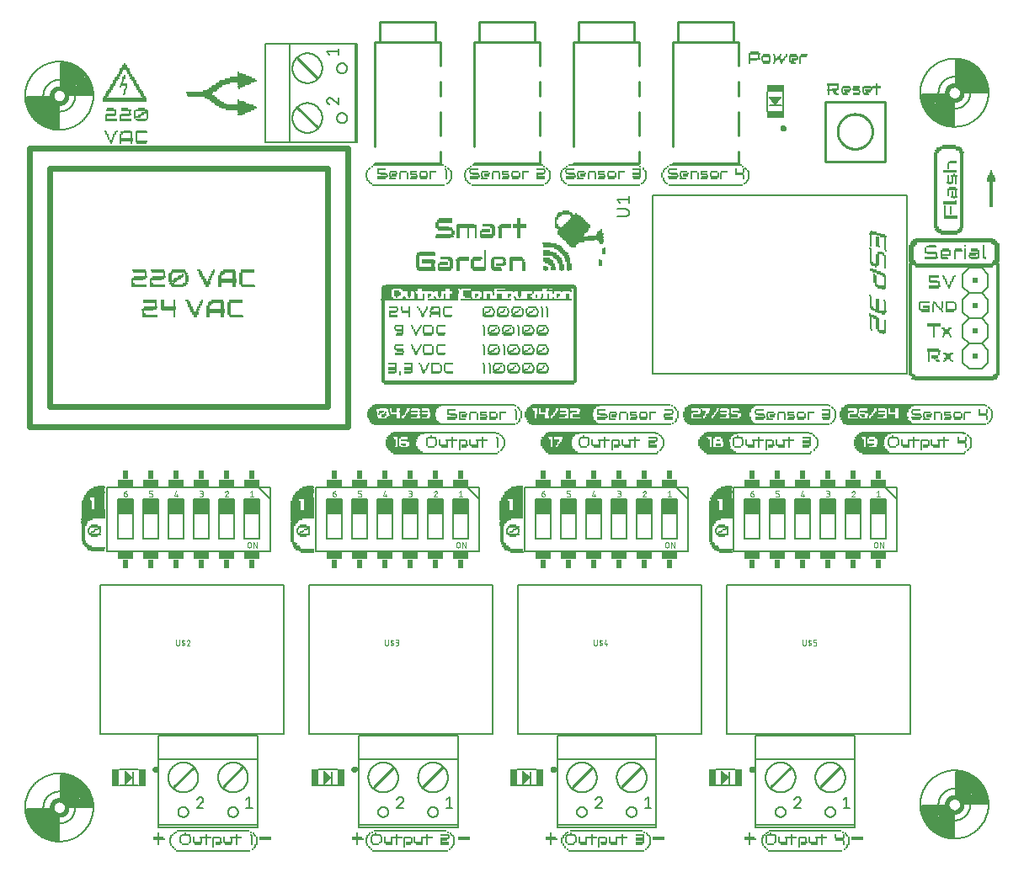
<source format=gbr>
G04 EAGLE Gerber RS-274X export*
G75*
%MOMM*%
%FSLAX34Y34*%
%LPD*%
%INSilkscreen Top*%
%IPPOS*%
%AMOC8*
5,1,8,0,0,1.08239X$1,22.5*%
G01*
%ADD10R,7.539400X0.132269*%
%ADD11R,7.671700X0.132269*%
%ADD12R,7.671600X0.132269*%
%ADD13R,0.132300X0.132269*%
%ADD14R,0.264500X0.132269*%
%ADD15R,0.132200X0.132269*%
%ADD16R,0.264600X0.132269*%
%ADD17R,0.793600X0.132269*%
%ADD18R,0.529100X0.132269*%
%ADD19R,0.793700X0.132269*%
%ADD20R,0.529000X0.132269*%
%ADD21R,0.925900X0.132269*%
%ADD22R,0.661400X0.132269*%
%ADD23R,0.661300X0.132269*%
%ADD24R,0.132200X0.132275*%
%ADD25R,0.132300X0.132275*%
%ADD26R,0.264600X0.132275*%
%ADD27R,0.264500X0.132275*%
%ADD28R,0.661300X0.132275*%
%ADD29R,0.925900X0.132275*%
%ADD30R,1.190400X0.132269*%
%ADD31R,1.190500X0.132269*%
%ADD32R,7.274800X0.132256*%
%ADD33R,7.407100X0.132256*%
%ADD34R,7.407200X0.132256*%
%ADD35R,1.190400X0.132281*%
%ADD36R,1.190500X0.132281*%
%ADD37R,1.058200X0.132269*%
%ADD38R,10.581600X0.132269*%
%ADD39R,10.978400X0.132269*%
%ADD40R,10.449300X0.132269*%
%ADD41R,3.306800X0.132256*%
%ADD42R,0.264500X0.132256*%
%ADD43R,3.306700X0.132256*%
%ADD44R,3.174500X0.132256*%
%ADD45R,0.264600X0.132256*%
%ADD46R,3.174400X0.132269*%
%ADD47R,3.174500X0.132269*%
%ADD48R,3.042200X0.132269*%
%ADD49R,3.174500X0.132275*%
%ADD50R,3.042200X0.132275*%
%ADD51R,0.925900X0.132256*%
%ADD52R,0.396800X0.132256*%
%ADD53R,1.058200X0.132256*%
%ADD54R,0.793600X0.132256*%
%ADD55R,0.132200X0.132256*%
%ADD56R,0.529100X0.132256*%
%ADD57R,0.132300X0.132256*%
%ADD58R,1.587300X0.132256*%
%ADD59R,1.058100X0.132256*%
%ADD60R,0.793700X0.132256*%
%ADD61R,0.925800X0.132256*%
%ADD62R,0.396800X0.132269*%
%ADD63R,1.322700X0.132269*%
%ADD64R,1.058100X0.132269*%
%ADD65R,1.058200X0.132281*%
%ADD66R,0.264500X0.132281*%
%ADD67R,0.529100X0.132281*%
%ADD68R,0.793600X0.132281*%
%ADD69R,0.132300X0.132281*%
%ADD70R,0.264600X0.132281*%
%ADD71R,0.132200X0.132281*%
%ADD72R,1.322700X0.132281*%
%ADD73R,0.661400X0.132281*%
%ADD74R,1.058100X0.132281*%
%ADD75R,0.925900X0.132281*%
%ADD76R,0.661400X0.132256*%
%ADD77R,1.190400X0.132256*%
%ADD78R,1.587200X0.132269*%
%ADD79R,0.925800X0.132269*%
%ADD80R,0.396800X0.132281*%
%ADD81R,0.661300X0.132281*%
%ADD82R,0.925800X0.132281*%
%ADD83R,3.174400X0.132256*%
%ADD84R,3.042200X0.132256*%
%ADD85R,3.439000X0.132269*%
%ADD86R,3.306800X0.132269*%
%ADD87R,10.449300X0.132275*%
%ADD88R,10.846200X0.132275*%
%ADD89R,10.449400X0.132275*%
%ADD90R,10.317000X0.132275*%
%ADD91R,14.285200X0.132263*%
%ADD92R,14.152900X0.132263*%
%ADD93R,7.010300X0.132269*%
%ADD94R,6.878000X0.132269*%
%ADD95R,6.878000X0.132281*%
%ADD96R,6.745800X0.132281*%
%ADD97R,6.878100X0.132281*%
%ADD98R,6.878100X0.132256*%
%ADD99R,0.661300X0.132256*%
%ADD100R,6.745800X0.132256*%
%ADD101R,6.878000X0.132256*%
%ADD102R,1.455000X0.132269*%
%ADD103R,2.116300X0.132269*%
%ADD104R,2.116300X0.132281*%
%ADD105R,0.396900X0.132256*%
%ADD106R,1.322700X0.132256*%
%ADD107R,0.529000X0.132256*%
%ADD108R,1.851800X0.132269*%
%ADD109R,1.454900X0.132269*%
%ADD110R,0.529100X0.132275*%
%ADD111R,0.793600X0.132275*%
%ADD112R,0.661400X0.132275*%
%ADD113R,0.793700X0.132275*%
%ADD114R,1.455000X0.132275*%
%ADD115R,1.190400X0.132275*%
%ADD116R,1.058200X0.132275*%
%ADD117R,1.719500X0.132269*%
%ADD118R,0.396900X0.132269*%
%ADD119R,6.745700X0.132256*%
%ADD120R,7.010400X0.132269*%
%ADD121R,6.878100X0.132269*%
%ADD122R,14.020600X0.132281*%
%ADD123R,13.888300X0.132281*%
%ADD124R,13.888400X0.132281*%
%ADD125R,19.179100X0.132269*%
%ADD126R,19.443700X0.132281*%
%ADD127R,19.708300X0.132269*%
%ADD128R,8.068500X0.132256*%
%ADD129R,8.597600X0.132269*%
%ADD130R,8.729900X0.132269*%
%ADD131R,0.396800X0.132275*%
%ADD132R,1.058100X0.132275*%
%ADD133R,1.190500X0.132275*%
%ADD134R,0.396800X0.132263*%
%ADD135R,0.925900X0.132263*%
%ADD136R,0.264500X0.132263*%
%ADD137R,0.264600X0.132263*%
%ADD138R,0.396900X0.132275*%
%ADD139R,0.661300X0.132263*%
%ADD140R,1.851800X0.132263*%
%ADD141R,0.396900X0.132263*%
%ADD142R,1.058200X0.132263*%
%ADD143R,0.132300X0.132263*%
%ADD144R,0.132200X0.132263*%
%ADD145R,1.587200X0.132281*%
%ADD146R,0.396900X0.132281*%
%ADD147R,4.364900X0.132263*%
%ADD148R,3.174500X0.132263*%
%ADD149R,5.158600X0.132263*%
%ADD150R,5.819900X0.132263*%
%ADD151R,0.661400X0.132263*%
%ADD152R,1.587200X0.132256*%
%ADD153R,2.380900X0.132256*%
%ADD154R,4.629400X0.132256*%
%ADD155R,2.513100X0.132256*%
%ADD156R,2.380900X0.132269*%
%ADD157R,3.835800X0.132269*%
%ADD158R,1.984100X0.132269*%
%ADD159R,19.708300X0.132275*%
%ADD160R,1.587300X0.132263*%
%ADD161R,1.190400X0.132263*%
%ADD162R,1.322700X0.132263*%
%ADD163R,19.443700X0.132263*%
%ADD164R,1.058100X0.132263*%
%ADD165R,1.587300X0.132275*%
%ADD166R,19.046900X0.132275*%
%ADD167R,1.851700X0.132256*%
%ADD168R,1.851700X0.132275*%
%ADD169R,0.925800X0.132275*%
%ADD170R,1.190500X0.132263*%
%ADD171R,0.529100X0.132263*%
%ADD172R,1.851700X0.132263*%
%ADD173R,0.529000X0.132275*%
%ADD174R,0.793600X0.132263*%
%ADD175R,1.587300X0.132269*%
%ADD176R,1.455000X0.132281*%
%ADD177R,1.719500X0.132281*%
%ADD178R,1.851800X0.132256*%
%ADD179R,1.455000X0.132256*%
%ADD180R,1.454900X0.132256*%
%ADD181R,7.803900X0.132281*%
%ADD182R,9.126600X0.132281*%
%ADD183R,1.587300X0.132281*%
%ADD184R,0.529000X0.132281*%
%ADD185R,1.190500X0.132256*%
%ADD186R,1.851800X0.132281*%
%ADD187R,0.793700X0.132281*%
%ADD188R,1.719600X0.132256*%
%ADD189R,1.984100X0.132256*%
%ADD190R,8.597600X0.132256*%
%ADD191R,3.042200X0.132281*%
%ADD192R,8.333000X0.132281*%
%ADD193R,4.100400X0.132269*%
%ADD194R,7.803900X0.132269*%
%ADD195R,4.232700X0.132256*%
%ADD196R,2.380800X0.132281*%
%ADD197R,1.719500X0.132256*%
%ADD198R,2.645400X0.132256*%
%ADD199R,2.777700X0.132269*%
%ADD200R,2.910000X0.132275*%
%ADD201R,2.248600X0.132275*%
%ADD202R,3.174500X0.132281*%
%ADD203R,2.910000X0.132269*%
%ADD204R,2.116300X0.132275*%
%ADD205R,1.322700X0.132275*%
%ADD206R,2.777700X0.132275*%
%ADD207R,2.248600X0.132281*%
%ADD208R,1.587200X0.132263*%
%ADD209R,1.719500X0.132263*%
%ADD210R,7.407200X0.132281*%
%ADD211R,7.407100X0.132281*%
%ADD212R,7.539400X0.132281*%
%ADD213R,7.142600X0.132269*%
%ADD214R,7.142500X0.132269*%
%ADD215R,7.274800X0.132269*%
%ADD216R,2.513100X0.132263*%
%ADD217R,2.910000X0.132281*%
%ADD218R,3.571300X0.132256*%
%ADD219R,3.703600X0.132275*%
%ADD220R,3.703500X0.132269*%
%ADD221R,2.777700X0.132281*%
%ADD222R,2.645400X0.132269*%
%ADD223R,4.497200X0.132256*%
%ADD224R,4.497200X0.132269*%
%ADD225R,4.497200X0.132281*%
%ADD226R,3.571300X0.132281*%
%ADD227R,3.703500X0.132256*%
%ADD228R,2.248500X0.132269*%
%ADD229R,1.851700X0.132269*%
%ADD230R,1.719500X0.132275*%
%ADD231R,1.851800X0.132275*%
%ADD232R,2.380800X0.132256*%
%ADD233R,2.380800X0.132269*%
%ADD234R,2.380800X0.132275*%
%ADD235R,2.116300X0.132263*%
%ADD236R,1.984000X0.132269*%
%ADD237R,1.851700X0.132281*%
%ADD238C,0.609600*%
%ADD239C,0.152400*%
%ADD240R,1.752600X0.736600*%
%ADD241C,0.127000*%
%ADD242C,0.304800*%
%ADD243C,0.254000*%
%ADD244C,0.203200*%
%ADD245C,0.050800*%
%ADD246C,0.177800*%
%ADD247R,0.508000X0.508000*%
%ADD248C,0.248919*%
%ADD249C,0.457200*%
%ADD250R,1.500000X0.750000*%
%ADD251R,1.500000X1.500000*%
%ADD252R,0.500000X0.950000*%
%ADD253R,0.736600X1.752600*%

G36*
X770019Y736376D02*
X770019Y736376D01*
X770129Y736379D01*
X770130Y736380D01*
X770132Y736380D01*
X770234Y736421D01*
X770337Y736463D01*
X770338Y736464D01*
X770340Y736465D01*
X770482Y736587D01*
X776482Y743587D01*
X776514Y743643D01*
X776555Y743694D01*
X776571Y743739D01*
X776595Y743781D01*
X776607Y743845D01*
X776627Y743906D01*
X776626Y743954D01*
X776634Y744002D01*
X776623Y744066D01*
X776621Y744131D01*
X776603Y744175D01*
X776594Y744222D01*
X776561Y744278D01*
X776536Y744338D01*
X776504Y744374D01*
X776479Y744415D01*
X776429Y744456D01*
X776385Y744504D01*
X776342Y744526D01*
X776305Y744556D01*
X776243Y744577D01*
X776185Y744607D01*
X776130Y744615D01*
X776092Y744628D01*
X776053Y744626D01*
X776000Y744634D01*
X764000Y744634D01*
X763936Y744623D01*
X763871Y744621D01*
X763827Y744603D01*
X763779Y744595D01*
X763723Y744562D01*
X763663Y744537D01*
X763627Y744505D01*
X763586Y744480D01*
X763545Y744430D01*
X763497Y744386D01*
X763475Y744344D01*
X763445Y744306D01*
X763424Y744245D01*
X763394Y744187D01*
X763388Y744139D01*
X763373Y744094D01*
X763375Y744029D01*
X763367Y743964D01*
X763378Y743917D01*
X763379Y743869D01*
X763404Y743809D01*
X763419Y743746D01*
X763449Y743698D01*
X763464Y743662D01*
X763482Y743641D01*
X763484Y743638D01*
X763493Y743628D01*
X763518Y743587D01*
X769518Y736587D01*
X769520Y736586D01*
X769521Y736585D01*
X769609Y736513D01*
X769692Y736445D01*
X769694Y736445D01*
X769695Y736444D01*
X769803Y736408D01*
X769905Y736373D01*
X769906Y736373D01*
X769908Y736372D01*
X770019Y736376D01*
G37*
G36*
X716083Y53378D02*
X716083Y53378D01*
X716131Y53379D01*
X716191Y53404D01*
X716254Y53419D01*
X716302Y53449D01*
X716338Y53464D01*
X716367Y53490D01*
X716413Y53518D01*
X723413Y59518D01*
X723414Y59520D01*
X723415Y59521D01*
X723487Y59609D01*
X723555Y59692D01*
X723555Y59694D01*
X723556Y59695D01*
X723592Y59803D01*
X723627Y59905D01*
X723627Y59906D01*
X723628Y59908D01*
X723624Y60019D01*
X723621Y60129D01*
X723620Y60130D01*
X723620Y60132D01*
X723579Y60234D01*
X723537Y60337D01*
X723536Y60338D01*
X723536Y60340D01*
X723413Y60482D01*
X716413Y66482D01*
X716357Y66514D01*
X716306Y66555D01*
X716261Y66571D01*
X716219Y66595D01*
X716155Y66607D01*
X716094Y66627D01*
X716046Y66626D01*
X715998Y66634D01*
X715934Y66623D01*
X715869Y66621D01*
X715825Y66603D01*
X715778Y66594D01*
X715722Y66561D01*
X715662Y66536D01*
X715626Y66504D01*
X715585Y66479D01*
X715544Y66429D01*
X715496Y66385D01*
X715474Y66342D01*
X715444Y66305D01*
X715423Y66243D01*
X715393Y66185D01*
X715385Y66130D01*
X715372Y66092D01*
X715374Y66053D01*
X715366Y66000D01*
X715366Y54000D01*
X715377Y53936D01*
X715379Y53871D01*
X715397Y53827D01*
X715405Y53779D01*
X715438Y53723D01*
X715463Y53663D01*
X715495Y53627D01*
X715520Y53586D01*
X715570Y53545D01*
X715614Y53497D01*
X715656Y53475D01*
X715694Y53445D01*
X715755Y53424D01*
X715813Y53394D01*
X715861Y53388D01*
X715906Y53373D01*
X715971Y53375D01*
X716036Y53367D01*
X716083Y53378D01*
G37*
G36*
X516083Y53378D02*
X516083Y53378D01*
X516131Y53379D01*
X516191Y53404D01*
X516254Y53419D01*
X516302Y53449D01*
X516338Y53464D01*
X516367Y53490D01*
X516413Y53518D01*
X523413Y59518D01*
X523414Y59520D01*
X523415Y59521D01*
X523487Y59609D01*
X523555Y59692D01*
X523555Y59694D01*
X523556Y59695D01*
X523592Y59803D01*
X523627Y59905D01*
X523627Y59906D01*
X523628Y59908D01*
X523624Y60019D01*
X523621Y60129D01*
X523620Y60130D01*
X523620Y60132D01*
X523579Y60234D01*
X523537Y60337D01*
X523536Y60338D01*
X523536Y60340D01*
X523413Y60482D01*
X516413Y66482D01*
X516357Y66514D01*
X516306Y66555D01*
X516261Y66571D01*
X516219Y66595D01*
X516155Y66607D01*
X516094Y66627D01*
X516046Y66626D01*
X515998Y66634D01*
X515934Y66623D01*
X515869Y66621D01*
X515825Y66603D01*
X515778Y66594D01*
X515722Y66561D01*
X515662Y66536D01*
X515626Y66504D01*
X515585Y66479D01*
X515544Y66429D01*
X515496Y66385D01*
X515474Y66342D01*
X515444Y66305D01*
X515423Y66243D01*
X515393Y66185D01*
X515385Y66130D01*
X515372Y66092D01*
X515374Y66053D01*
X515366Y66000D01*
X515366Y54000D01*
X515377Y53936D01*
X515379Y53871D01*
X515397Y53827D01*
X515405Y53779D01*
X515438Y53723D01*
X515463Y53663D01*
X515495Y53627D01*
X515520Y53586D01*
X515570Y53545D01*
X515614Y53497D01*
X515656Y53475D01*
X515694Y53445D01*
X515755Y53424D01*
X515813Y53394D01*
X515861Y53388D01*
X515906Y53373D01*
X515971Y53375D01*
X516036Y53367D01*
X516083Y53378D01*
G37*
G36*
X316083Y53378D02*
X316083Y53378D01*
X316131Y53379D01*
X316191Y53404D01*
X316254Y53419D01*
X316302Y53449D01*
X316338Y53464D01*
X316367Y53490D01*
X316413Y53518D01*
X323413Y59518D01*
X323414Y59520D01*
X323415Y59521D01*
X323487Y59609D01*
X323555Y59692D01*
X323555Y59694D01*
X323556Y59695D01*
X323592Y59803D01*
X323627Y59905D01*
X323627Y59906D01*
X323628Y59908D01*
X323624Y60019D01*
X323621Y60129D01*
X323620Y60130D01*
X323620Y60132D01*
X323579Y60234D01*
X323537Y60337D01*
X323536Y60338D01*
X323536Y60340D01*
X323413Y60482D01*
X316413Y66482D01*
X316357Y66514D01*
X316306Y66555D01*
X316261Y66571D01*
X316219Y66595D01*
X316155Y66607D01*
X316094Y66627D01*
X316046Y66626D01*
X315998Y66634D01*
X315934Y66623D01*
X315869Y66621D01*
X315825Y66603D01*
X315778Y66594D01*
X315722Y66561D01*
X315662Y66536D01*
X315626Y66504D01*
X315585Y66479D01*
X315544Y66429D01*
X315496Y66385D01*
X315474Y66342D01*
X315444Y66305D01*
X315423Y66243D01*
X315393Y66185D01*
X315385Y66130D01*
X315372Y66092D01*
X315374Y66053D01*
X315366Y66000D01*
X315366Y54000D01*
X315377Y53936D01*
X315379Y53871D01*
X315397Y53827D01*
X315405Y53779D01*
X315438Y53723D01*
X315463Y53663D01*
X315495Y53627D01*
X315520Y53586D01*
X315570Y53545D01*
X315614Y53497D01*
X315656Y53475D01*
X315694Y53445D01*
X315755Y53424D01*
X315813Y53394D01*
X315861Y53388D01*
X315906Y53373D01*
X315971Y53375D01*
X316036Y53367D01*
X316083Y53378D01*
G37*
G36*
X116083Y53378D02*
X116083Y53378D01*
X116131Y53379D01*
X116191Y53404D01*
X116254Y53419D01*
X116302Y53449D01*
X116338Y53464D01*
X116367Y53490D01*
X116413Y53518D01*
X123413Y59518D01*
X123414Y59520D01*
X123415Y59521D01*
X123487Y59609D01*
X123555Y59692D01*
X123555Y59694D01*
X123556Y59695D01*
X123592Y59803D01*
X123627Y59905D01*
X123627Y59906D01*
X123628Y59908D01*
X123624Y60019D01*
X123621Y60129D01*
X123620Y60130D01*
X123620Y60132D01*
X123579Y60234D01*
X123537Y60337D01*
X123536Y60338D01*
X123536Y60340D01*
X123413Y60482D01*
X116413Y66482D01*
X116357Y66514D01*
X116306Y66555D01*
X116261Y66571D01*
X116219Y66595D01*
X116155Y66607D01*
X116094Y66627D01*
X116046Y66626D01*
X115998Y66634D01*
X115934Y66623D01*
X115869Y66621D01*
X115825Y66603D01*
X115778Y66594D01*
X115722Y66561D01*
X115662Y66536D01*
X115626Y66504D01*
X115585Y66479D01*
X115544Y66429D01*
X115496Y66385D01*
X115474Y66342D01*
X115444Y66305D01*
X115423Y66243D01*
X115393Y66185D01*
X115385Y66130D01*
X115372Y66092D01*
X115374Y66053D01*
X115366Y66000D01*
X115366Y54000D01*
X115377Y53936D01*
X115379Y53871D01*
X115397Y53827D01*
X115405Y53779D01*
X115438Y53723D01*
X115463Y53663D01*
X115495Y53627D01*
X115520Y53586D01*
X115570Y53545D01*
X115614Y53497D01*
X115656Y53475D01*
X115694Y53445D01*
X115755Y53424D01*
X115813Y53394D01*
X115861Y53388D01*
X115906Y53373D01*
X115971Y53375D01*
X116036Y53367D01*
X116083Y53378D01*
G37*
D10*
X205018Y-13387D03*
D11*
X402762Y-13387D03*
D12*
X599844Y-13387D03*
D10*
X800233Y-13387D03*
D13*
X166660Y-12064D03*
D14*
X244038Y-12064D03*
D15*
X363742Y-12064D03*
D14*
X442443Y-12064D03*
D13*
X560825Y-12064D03*
D16*
X639525Y-12064D03*
D13*
X761875Y-12064D03*
D14*
X839253Y-12064D03*
X164676Y-10741D03*
D13*
X246022Y-10741D03*
D16*
X361758Y-10741D03*
D13*
X444427Y-10741D03*
D14*
X558841Y-10741D03*
D15*
X641509Y-10741D03*
D14*
X759891Y-10741D03*
D13*
X841237Y-10741D03*
X164015Y-9418D03*
D15*
X205018Y-9418D03*
D16*
X246683Y-9418D03*
D13*
X361097Y-9418D03*
X396810Y-9418D03*
D16*
X445088Y-9418D03*
D15*
X558179Y-9418D03*
D13*
X592570Y-9418D03*
D14*
X642171Y-9418D03*
D13*
X759230Y-9418D03*
X793620Y-9418D03*
D16*
X841898Y-9418D03*
D13*
X162692Y-8096D03*
D15*
X205018Y-8096D03*
D13*
X247345Y-8096D03*
D15*
X359774Y-8096D03*
D13*
X396810Y-8096D03*
X445750Y-8096D03*
X556857Y-8096D03*
X592570Y-8096D03*
X642832Y-8096D03*
X757907Y-8096D03*
X793620Y-8096D03*
X842560Y-8096D03*
X162692Y-6773D03*
D17*
X176580Y-6773D03*
X189807Y-6773D03*
D14*
X197744Y-6773D03*
D15*
X205018Y-6773D03*
D18*
X209648Y-6773D03*
D17*
X220229Y-6773D03*
D14*
X228166Y-6773D03*
D13*
X243377Y-6773D03*
X248668Y-6773D03*
D15*
X359774Y-6773D03*
D19*
X368372Y-6773D03*
X381599Y-6773D03*
D14*
X389535Y-6773D03*
D13*
X396810Y-6773D03*
D20*
X401439Y-6773D03*
D17*
X412021Y-6773D03*
D16*
X419957Y-6773D03*
D21*
X437814Y-6773D03*
D13*
X447073Y-6773D03*
X556857Y-6773D03*
D17*
X564131Y-6773D03*
X577358Y-6773D03*
D14*
X585295Y-6773D03*
D13*
X592570Y-6773D03*
D18*
X597199Y-6773D03*
D17*
X607780Y-6773D03*
D14*
X615717Y-6773D03*
D19*
X632912Y-6773D03*
D13*
X644155Y-6773D03*
X757907Y-6773D03*
D19*
X765182Y-6773D03*
X778409Y-6773D03*
D14*
X786345Y-6773D03*
D13*
X793620Y-6773D03*
D20*
X798249Y-6773D03*
D17*
X808831Y-6773D03*
D16*
X816767Y-6773D03*
D13*
X838592Y-6773D03*
X843883Y-6773D03*
D15*
X161369Y-5450D03*
D16*
X172612Y-5450D03*
X180548Y-5450D03*
D21*
X189146Y-5450D03*
D14*
X197744Y-5450D03*
D15*
X205018Y-5450D03*
D22*
X210309Y-5450D03*
D21*
X219568Y-5450D03*
D14*
X228166Y-5450D03*
D13*
X243377Y-5450D03*
X248668Y-5450D03*
X358452Y-5450D03*
D14*
X364404Y-5450D03*
X372340Y-5450D03*
D21*
X380938Y-5450D03*
D14*
X389535Y-5450D03*
D13*
X396810Y-5450D03*
D23*
X402101Y-5450D03*
D21*
X411360Y-5450D03*
D16*
X419957Y-5450D03*
D21*
X437814Y-5450D03*
D13*
X447073Y-5450D03*
X555534Y-5450D03*
D16*
X560163Y-5450D03*
D14*
X568100Y-5450D03*
D21*
X576697Y-5450D03*
D14*
X585295Y-5450D03*
D13*
X592570Y-5450D03*
D22*
X597860Y-5450D03*
D21*
X607119Y-5450D03*
D14*
X615717Y-5450D03*
D21*
X633573Y-5450D03*
D13*
X644155Y-5450D03*
D15*
X756584Y-5450D03*
D14*
X761214Y-5450D03*
X769150Y-5450D03*
D21*
X777748Y-5450D03*
D14*
X786345Y-5450D03*
D13*
X793620Y-5450D03*
D23*
X798911Y-5450D03*
D21*
X808170Y-5450D03*
D16*
X816767Y-5450D03*
D13*
X838592Y-5450D03*
X843883Y-5450D03*
D15*
X161369Y-4128D03*
D13*
X171951Y-4128D03*
D16*
X181871Y-4128D03*
D13*
X185178Y-4128D03*
D14*
X192453Y-4128D03*
X197744Y-4128D03*
D15*
X205018Y-4128D03*
D16*
X212293Y-4128D03*
D13*
X215600Y-4128D03*
D14*
X222875Y-4128D03*
X228166Y-4128D03*
D13*
X243377Y-4128D03*
X248668Y-4128D03*
X358452Y-4128D03*
D15*
X363742Y-4128D03*
D14*
X373663Y-4128D03*
D15*
X376969Y-4128D03*
D16*
X384244Y-4128D03*
D14*
X389535Y-4128D03*
D13*
X396810Y-4128D03*
D14*
X404085Y-4128D03*
D13*
X407392Y-4128D03*
D16*
X414666Y-4128D03*
X419957Y-4128D03*
D13*
X433846Y-4128D03*
X447073Y-4128D03*
X555534Y-4128D03*
X559502Y-4128D03*
D16*
X569422Y-4128D03*
D13*
X572729Y-4128D03*
D14*
X580004Y-4128D03*
X585295Y-4128D03*
D13*
X592570Y-4128D03*
D16*
X599844Y-4128D03*
D13*
X603151Y-4128D03*
D14*
X610426Y-4128D03*
X615717Y-4128D03*
X636880Y-4128D03*
D13*
X644155Y-4128D03*
D15*
X756584Y-4128D03*
X760552Y-4128D03*
D14*
X770473Y-4128D03*
D15*
X773779Y-4128D03*
D16*
X781054Y-4128D03*
D14*
X786345Y-4128D03*
D13*
X793620Y-4128D03*
D14*
X800895Y-4128D03*
D13*
X804202Y-4128D03*
D16*
X811476Y-4128D03*
X816767Y-4128D03*
D13*
X838592Y-4128D03*
X843883Y-4128D03*
D24*
X161369Y-2805D03*
D25*
X171951Y-2805D03*
D26*
X181871Y-2805D03*
D25*
X185178Y-2805D03*
D27*
X192453Y-2805D03*
X197744Y-2805D03*
D24*
X205018Y-2805D03*
D26*
X212293Y-2805D03*
D25*
X215600Y-2805D03*
D27*
X222875Y-2805D03*
X228166Y-2805D03*
D25*
X243377Y-2805D03*
X248668Y-2805D03*
X358452Y-2805D03*
D24*
X363742Y-2805D03*
D27*
X373663Y-2805D03*
D24*
X376969Y-2805D03*
D26*
X384244Y-2805D03*
D27*
X389535Y-2805D03*
D25*
X396810Y-2805D03*
D27*
X404085Y-2805D03*
D25*
X407392Y-2805D03*
D26*
X414666Y-2805D03*
X419957Y-2805D03*
D28*
X436491Y-2805D03*
D25*
X447073Y-2805D03*
X555534Y-2805D03*
X559502Y-2805D03*
D26*
X569422Y-2805D03*
D25*
X572729Y-2805D03*
D27*
X580004Y-2805D03*
X585295Y-2805D03*
D25*
X592570Y-2805D03*
D26*
X599844Y-2805D03*
D25*
X603151Y-2805D03*
D27*
X610426Y-2805D03*
X615717Y-2805D03*
D29*
X633573Y-2805D03*
D25*
X644155Y-2805D03*
D24*
X756584Y-2805D03*
X760552Y-2805D03*
D27*
X770473Y-2805D03*
D24*
X773779Y-2805D03*
D26*
X781054Y-2805D03*
D27*
X786345Y-2805D03*
D25*
X793620Y-2805D03*
D27*
X800895Y-2805D03*
D25*
X804202Y-2805D03*
D26*
X811476Y-2805D03*
X816767Y-2805D03*
D29*
X834624Y-2805D03*
D25*
X843883Y-2805D03*
D15*
X161369Y-1482D03*
D13*
X171951Y-1482D03*
D16*
X181871Y-1482D03*
D13*
X185178Y-1482D03*
D14*
X192453Y-1482D03*
X197744Y-1482D03*
D15*
X205018Y-1482D03*
D16*
X212293Y-1482D03*
D13*
X215600Y-1482D03*
D14*
X222875Y-1482D03*
X228166Y-1482D03*
D13*
X243377Y-1482D03*
X248668Y-1482D03*
X358452Y-1482D03*
D15*
X363742Y-1482D03*
D14*
X373663Y-1482D03*
D15*
X376969Y-1482D03*
D16*
X384244Y-1482D03*
D14*
X389535Y-1482D03*
D13*
X396810Y-1482D03*
D14*
X404085Y-1482D03*
D13*
X407392Y-1482D03*
D16*
X414666Y-1482D03*
X419957Y-1482D03*
D21*
X437814Y-1482D03*
D13*
X447073Y-1482D03*
X555534Y-1482D03*
X559502Y-1482D03*
D16*
X569422Y-1482D03*
D13*
X572729Y-1482D03*
D14*
X580004Y-1482D03*
X585295Y-1482D03*
D13*
X592570Y-1482D03*
D16*
X599844Y-1482D03*
D13*
X603151Y-1482D03*
D14*
X610426Y-1482D03*
X615717Y-1482D03*
D21*
X633573Y-1482D03*
D13*
X644155Y-1482D03*
D15*
X756584Y-1482D03*
X760552Y-1482D03*
D14*
X770473Y-1482D03*
D15*
X773779Y-1482D03*
D16*
X781054Y-1482D03*
D14*
X786345Y-1482D03*
D13*
X793620Y-1482D03*
D14*
X800895Y-1482D03*
D13*
X804202Y-1482D03*
D16*
X811476Y-1482D03*
X816767Y-1482D03*
D21*
X834624Y-1482D03*
D13*
X843883Y-1482D03*
X162692Y-159D03*
X171951Y-159D03*
D16*
X181871Y-159D03*
D13*
X185178Y-159D03*
D30*
X197082Y-159D03*
D17*
X208325Y-159D03*
D13*
X215600Y-159D03*
D30*
X227504Y-159D03*
D13*
X243377Y-159D03*
X248668Y-159D03*
D15*
X359774Y-159D03*
X363742Y-159D03*
D14*
X373663Y-159D03*
D15*
X376969Y-159D03*
D31*
X388874Y-159D03*
D17*
X400116Y-159D03*
D13*
X407392Y-159D03*
D31*
X419296Y-159D03*
D13*
X441782Y-159D03*
X447073Y-159D03*
X556857Y-159D03*
X559502Y-159D03*
D16*
X569422Y-159D03*
D13*
X572729Y-159D03*
D30*
X584633Y-159D03*
D17*
X595876Y-159D03*
D13*
X603151Y-159D03*
D30*
X615055Y-159D03*
D14*
X636880Y-159D03*
D13*
X644155Y-159D03*
X757907Y-159D03*
D15*
X760552Y-159D03*
D14*
X770473Y-159D03*
D15*
X773779Y-159D03*
D31*
X785684Y-159D03*
D17*
X796926Y-159D03*
D13*
X804202Y-159D03*
D31*
X816106Y-159D03*
D13*
X830656Y-159D03*
X838592Y-159D03*
X843883Y-159D03*
X162692Y1163D03*
D16*
X172612Y1163D03*
D13*
X181210Y1163D03*
D14*
X197744Y1163D03*
X228166Y1163D03*
D13*
X243377Y1163D03*
X247345Y1163D03*
D15*
X359774Y1163D03*
D14*
X364404Y1163D03*
D15*
X373001Y1163D03*
D14*
X389535Y1163D03*
D16*
X419957Y1163D03*
D13*
X441782Y1163D03*
X445750Y1163D03*
X556857Y1163D03*
D16*
X560163Y1163D03*
D13*
X568761Y1163D03*
D14*
X585295Y1163D03*
X615717Y1163D03*
X636880Y1163D03*
D13*
X642832Y1163D03*
X757907Y1163D03*
D14*
X761214Y1163D03*
D15*
X769811Y1163D03*
D14*
X786345Y1163D03*
D16*
X816767Y1163D03*
D13*
X830656Y1163D03*
X838592Y1163D03*
X842560Y1163D03*
X164015Y2486D03*
D21*
X177242Y2486D03*
D14*
X197744Y2486D03*
X228166Y2486D03*
D16*
X242715Y2486D03*
D13*
X246022Y2486D03*
X361097Y2486D03*
D21*
X369033Y2486D03*
D14*
X389535Y2486D03*
D16*
X419957Y2486D03*
D21*
X437814Y2486D03*
D13*
X444427Y2486D03*
D15*
X558179Y2486D03*
D21*
X564793Y2486D03*
D14*
X585295Y2486D03*
X615717Y2486D03*
D21*
X633573Y2486D03*
D15*
X641509Y2486D03*
D13*
X759230Y2486D03*
D21*
X765843Y2486D03*
D14*
X786345Y2486D03*
D16*
X816767Y2486D03*
D13*
X830656Y2486D03*
X838592Y2486D03*
X841237Y2486D03*
D15*
X165337Y3809D03*
D16*
X176580Y3809D03*
D14*
X245361Y3809D03*
D13*
X362420Y3809D03*
D14*
X368372Y3809D03*
X443766Y3809D03*
D13*
X559502Y3809D03*
D16*
X564131Y3809D03*
D14*
X640848Y3809D03*
D15*
X760552Y3809D03*
D14*
X765182Y3809D03*
X840576Y3809D03*
D16*
X167321Y5131D03*
X242715Y5131D03*
D14*
X364404Y5131D03*
D16*
X441120Y5131D03*
D14*
X561486Y5131D03*
X638203Y5131D03*
D16*
X762536Y5131D03*
X837930Y5131D03*
D32*
X205018Y6454D03*
D33*
X402762Y6454D03*
D34*
X599844Y6454D03*
D32*
X800233Y6454D03*
D16*
X149385Y-6933D03*
X149385Y-5610D03*
X149385Y-4287D03*
X149385Y-2964D03*
D35*
X150046Y-1642D03*
D36*
X257345Y-1642D03*
D37*
X149385Y-319D03*
D31*
X257345Y-319D03*
D16*
X149385Y1004D03*
X149385Y2326D03*
X149385Y3649D03*
D38*
X438475Y386228D03*
D39*
X596537Y386228D03*
D38*
X753277Y386228D03*
D40*
X908695Y386228D03*
D41*
X399455Y387551D03*
D42*
X491383Y387551D03*
D43*
X555534Y387551D03*
D42*
X651430Y387551D03*
D43*
X714258Y387551D03*
D42*
X806186Y387551D03*
D44*
X869675Y387551D03*
D45*
X960941Y387551D03*
D46*
X397471Y388874D03*
D16*
X494028Y388874D03*
D47*
X553550Y388874D03*
D14*
X654075Y388874D03*
D47*
X712274Y388874D03*
D14*
X808831Y388874D03*
D48*
X867691Y388874D03*
D14*
X963587Y388874D03*
D49*
X396149Y390196D03*
D24*
X452363Y390196D03*
D25*
X494690Y390196D03*
D49*
X552227Y390196D03*
D25*
X605797Y390196D03*
D24*
X654736Y390196D03*
D49*
X710951Y390196D03*
D24*
X760552Y390196D03*
X809492Y390196D03*
D50*
X866368Y390196D03*
D25*
X916631Y390196D03*
D24*
X964248Y390196D03*
D47*
X394826Y391519D03*
D15*
X452363Y391519D03*
X496012Y391519D03*
D47*
X550905Y391519D03*
D13*
X605797Y391519D03*
X656059Y391519D03*
D47*
X709629Y391519D03*
D15*
X760552Y391519D03*
D13*
X810815Y391519D03*
D48*
X865045Y391519D03*
D13*
X916631Y391519D03*
X965571Y391519D03*
D51*
X383583Y392842D03*
D52*
X391519Y392842D03*
D53*
X405407Y392842D03*
D54*
X423925Y392842D03*
X437152Y392842D03*
D45*
X445088Y392842D03*
D55*
X452363Y392842D03*
D56*
X456993Y392842D03*
D54*
X467574Y392842D03*
D42*
X475511Y392842D03*
D57*
X490722Y392842D03*
D42*
X496674Y392842D03*
D51*
X539662Y392842D03*
D52*
X547597Y392842D03*
D58*
X558841Y392842D03*
D54*
X577358Y392842D03*
X590585Y392842D03*
D42*
X598522Y392842D03*
D57*
X605797Y392842D03*
D56*
X610426Y392842D03*
D54*
X621007Y392842D03*
D42*
X628944Y392842D03*
D51*
X646800Y392842D03*
D45*
X656720Y392842D03*
D59*
X699047Y392842D03*
D42*
X706983Y392842D03*
D51*
X720872Y392842D03*
D54*
X732114Y392842D03*
X745341Y392842D03*
D42*
X753278Y392842D03*
D55*
X760552Y392842D03*
D56*
X765182Y392842D03*
D54*
X775763Y392842D03*
D42*
X783700Y392842D03*
D60*
X800895Y392842D03*
D45*
X811476Y392842D03*
D51*
X854464Y392842D03*
D52*
X862400Y392842D03*
D61*
X875627Y392842D03*
D54*
X888193Y392842D03*
X901420Y392842D03*
D45*
X909356Y392842D03*
D57*
X916631Y392842D03*
D56*
X921261Y392842D03*
D54*
X931842Y392842D03*
D45*
X939778Y392842D03*
D57*
X961603Y392842D03*
D45*
X966232Y392842D03*
D37*
X382921Y394165D03*
D14*
X390858Y394165D03*
D62*
X396810Y394165D03*
D17*
X405407Y394165D03*
D16*
X419957Y394165D03*
X427893Y394165D03*
D21*
X436491Y394165D03*
D16*
X445088Y394165D03*
D15*
X452363Y394165D03*
D22*
X457654Y394165D03*
D21*
X466913Y394165D03*
D14*
X475511Y394165D03*
D13*
X490722Y394165D03*
X497335Y394165D03*
D37*
X539000Y394165D03*
D62*
X547597Y394165D03*
D63*
X558841Y394165D03*
D16*
X573390Y394165D03*
D14*
X581327Y394165D03*
D21*
X589924Y394165D03*
D14*
X598522Y394165D03*
D13*
X605797Y394165D03*
D22*
X611087Y394165D03*
D21*
X620346Y394165D03*
D14*
X628944Y394165D03*
D21*
X646800Y394165D03*
D13*
X657382Y394165D03*
D30*
X698385Y394165D03*
D14*
X706983Y394165D03*
D18*
X712274Y394165D03*
D22*
X720871Y394165D03*
D16*
X728146Y394165D03*
X736082Y394165D03*
D21*
X744680Y394165D03*
D14*
X753278Y394165D03*
D15*
X760552Y394165D03*
D22*
X765843Y394165D03*
D21*
X775102Y394165D03*
D14*
X783700Y394165D03*
D21*
X801556Y394165D03*
D13*
X812138Y394165D03*
D64*
X853803Y394165D03*
D17*
X864384Y394165D03*
X874966Y394165D03*
D14*
X884225Y394165D03*
X892161Y394165D03*
D21*
X900759Y394165D03*
D16*
X909356Y394165D03*
D13*
X916631Y394165D03*
D23*
X921922Y394165D03*
D21*
X931181Y394165D03*
D16*
X939778Y394165D03*
D13*
X961603Y394165D03*
X966894Y394165D03*
D65*
X382921Y395487D03*
D66*
X390858Y395487D03*
D67*
X396149Y395487D03*
D68*
X405407Y395487D03*
D69*
X419296Y395487D03*
D66*
X429216Y395487D03*
D69*
X432523Y395487D03*
D66*
X439798Y395487D03*
D70*
X445088Y395487D03*
D71*
X452363Y395487D03*
D70*
X459638Y395487D03*
D69*
X462945Y395487D03*
D66*
X470220Y395487D03*
X475511Y395487D03*
D69*
X490722Y395487D03*
X497335Y395487D03*
D65*
X539000Y395487D03*
D67*
X548259Y395487D03*
D72*
X558841Y395487D03*
D69*
X572729Y395487D03*
D70*
X582649Y395487D03*
D69*
X585956Y395487D03*
D66*
X593231Y395487D03*
X598522Y395487D03*
D69*
X605797Y395487D03*
D70*
X613071Y395487D03*
D69*
X616378Y395487D03*
D66*
X623653Y395487D03*
X628944Y395487D03*
D69*
X642832Y395487D03*
X657382Y395487D03*
D35*
X698385Y395487D03*
D66*
X706983Y395487D03*
D67*
X712274Y395487D03*
D73*
X720871Y395487D03*
D69*
X727485Y395487D03*
D70*
X737405Y395487D03*
D69*
X740712Y395487D03*
D66*
X747987Y395487D03*
X753278Y395487D03*
D71*
X760552Y395487D03*
D70*
X767827Y395487D03*
D69*
X771134Y395487D03*
D66*
X778409Y395487D03*
X783700Y395487D03*
X804863Y395487D03*
D69*
X812138Y395487D03*
D74*
X853803Y395487D03*
D75*
X865046Y395487D03*
D73*
X875627Y395487D03*
D69*
X883564Y395487D03*
D66*
X893484Y395487D03*
D69*
X896791Y395487D03*
D70*
X904065Y395487D03*
X909356Y395487D03*
D69*
X916631Y395487D03*
D66*
X923906Y395487D03*
D69*
X927213Y395487D03*
D70*
X934487Y395487D03*
X939778Y395487D03*
D69*
X961603Y395487D03*
X966894Y395487D03*
D37*
X382921Y396810D03*
D14*
X390858Y396810D03*
D17*
X405407Y396810D03*
D13*
X419296Y396810D03*
D14*
X429216Y396810D03*
D13*
X432523Y396810D03*
D14*
X439798Y396810D03*
D16*
X445088Y396810D03*
D15*
X452363Y396810D03*
D16*
X459638Y396810D03*
D13*
X462945Y396810D03*
D14*
X470220Y396810D03*
X475511Y396810D03*
D13*
X490722Y396810D03*
X497335Y396810D03*
D37*
X539000Y396810D03*
D18*
X548259Y396810D03*
D30*
X559502Y396810D03*
D13*
X572729Y396810D03*
D16*
X582649Y396810D03*
D13*
X585956Y396810D03*
D14*
X593231Y396810D03*
X598522Y396810D03*
D13*
X605797Y396810D03*
D16*
X613071Y396810D03*
D13*
X616378Y396810D03*
D14*
X623653Y396810D03*
X628944Y396810D03*
D22*
X645477Y396810D03*
D13*
X657382Y396810D03*
D30*
X698385Y396810D03*
D14*
X706983Y396810D03*
D22*
X720871Y396810D03*
D13*
X727485Y396810D03*
D16*
X737405Y396810D03*
D13*
X740712Y396810D03*
D14*
X747987Y396810D03*
X753278Y396810D03*
D15*
X760552Y396810D03*
D16*
X767827Y396810D03*
D13*
X771134Y396810D03*
D14*
X778409Y396810D03*
X783700Y396810D03*
D21*
X801556Y396810D03*
D13*
X812138Y396810D03*
D64*
X853803Y396810D03*
D14*
X861739Y396810D03*
D22*
X875627Y396810D03*
D13*
X883564Y396810D03*
D14*
X893484Y396810D03*
D13*
X896791Y396810D03*
D16*
X904065Y396810D03*
X909356Y396810D03*
D13*
X916631Y396810D03*
D14*
X923906Y396810D03*
D13*
X927213Y396810D03*
D16*
X934487Y396810D03*
X939778Y396810D03*
D21*
X957635Y396810D03*
D13*
X966894Y396810D03*
D53*
X382921Y398133D03*
D42*
X390858Y398133D03*
D59*
X404085Y398133D03*
D57*
X419296Y398133D03*
D42*
X429216Y398133D03*
D57*
X432523Y398133D03*
D42*
X439798Y398133D03*
D45*
X445088Y398133D03*
D55*
X452363Y398133D03*
D45*
X459638Y398133D03*
D57*
X462945Y398133D03*
D42*
X470220Y398133D03*
X475511Y398133D03*
D57*
X490722Y398133D03*
X497335Y398133D03*
D53*
X539000Y398133D03*
D76*
X548920Y398133D03*
D53*
X560163Y398133D03*
D57*
X572729Y398133D03*
D45*
X582649Y398133D03*
D57*
X585956Y398133D03*
D42*
X593231Y398133D03*
X598522Y398133D03*
D57*
X605797Y398133D03*
D45*
X613071Y398133D03*
D57*
X616378Y398133D03*
D42*
X623653Y398133D03*
X628944Y398133D03*
D51*
X646800Y398133D03*
D57*
X657382Y398133D03*
D77*
X698385Y398133D03*
D42*
X706983Y398133D03*
D54*
X720210Y398133D03*
D57*
X727485Y398133D03*
D45*
X737405Y398133D03*
D57*
X740712Y398133D03*
D42*
X747987Y398133D03*
X753278Y398133D03*
D55*
X760552Y398133D03*
D45*
X767827Y398133D03*
D57*
X771134Y398133D03*
D42*
X778409Y398133D03*
X783700Y398133D03*
D51*
X801556Y398133D03*
D57*
X812138Y398133D03*
D59*
X853803Y398133D03*
D42*
X861739Y398133D03*
D76*
X875627Y398133D03*
D57*
X883564Y398133D03*
D42*
X893484Y398133D03*
D57*
X896791Y398133D03*
D45*
X904065Y398133D03*
X909356Y398133D03*
D57*
X916631Y398133D03*
D42*
X923906Y398133D03*
D57*
X927213Y398133D03*
D45*
X934487Y398133D03*
X939778Y398133D03*
D51*
X957635Y398133D03*
D57*
X966894Y398133D03*
D37*
X382921Y399455D03*
D14*
X390858Y399455D03*
D78*
X401439Y399455D03*
D13*
X419296Y399455D03*
D14*
X429216Y399455D03*
D13*
X432523Y399455D03*
D30*
X444427Y399455D03*
D17*
X455670Y399455D03*
D13*
X462945Y399455D03*
D30*
X474849Y399455D03*
D13*
X490722Y399455D03*
X497335Y399455D03*
D37*
X539000Y399455D03*
D22*
X548920Y399455D03*
D37*
X560163Y399455D03*
D13*
X572729Y399455D03*
D16*
X582649Y399455D03*
D13*
X585956Y399455D03*
D30*
X597860Y399455D03*
D17*
X609103Y399455D03*
D13*
X616378Y399455D03*
D30*
X628282Y399455D03*
D15*
X650768Y399455D03*
D13*
X657382Y399455D03*
D30*
X698385Y399455D03*
D14*
X706983Y399455D03*
D62*
X712935Y399455D03*
D17*
X720210Y399455D03*
D13*
X727485Y399455D03*
D16*
X737405Y399455D03*
D13*
X740712Y399455D03*
D30*
X752616Y399455D03*
D17*
X763859Y399455D03*
D13*
X771134Y399455D03*
D30*
X783038Y399455D03*
D14*
X804863Y399455D03*
D13*
X812138Y399455D03*
D64*
X853803Y399455D03*
D14*
X861739Y399455D03*
D18*
X867030Y399455D03*
D22*
X875627Y399455D03*
D13*
X883564Y399455D03*
D14*
X893484Y399455D03*
D13*
X896791Y399455D03*
D31*
X908695Y399455D03*
D19*
X919938Y399455D03*
D13*
X927213Y399455D03*
D31*
X939117Y399455D03*
D13*
X953667Y399455D03*
X961603Y399455D03*
X966894Y399455D03*
D17*
X382921Y400778D03*
D14*
X390858Y400778D03*
D37*
X405407Y400778D03*
D16*
X419957Y400778D03*
D13*
X428555Y400778D03*
D16*
X445088Y400778D03*
D14*
X475511Y400778D03*
D13*
X490722Y400778D03*
D14*
X496674Y400778D03*
D17*
X539000Y400778D03*
D16*
X546936Y400778D03*
D37*
X561486Y400778D03*
D16*
X573390Y400778D03*
D13*
X581988Y400778D03*
D14*
X598522Y400778D03*
X628944Y400778D03*
D15*
X650768Y400778D03*
D16*
X656720Y400778D03*
D21*
X698386Y400778D03*
D14*
X706983Y400778D03*
D21*
X720872Y400778D03*
D16*
X728146Y400778D03*
D13*
X736744Y400778D03*
D14*
X753278Y400778D03*
X783700Y400778D03*
X804863Y400778D03*
D16*
X811476Y400778D03*
D19*
X853803Y400778D03*
D14*
X861739Y400778D03*
D79*
X875627Y400778D03*
D14*
X884225Y400778D03*
D15*
X892822Y400778D03*
D16*
X909356Y400778D03*
X939778Y400778D03*
D13*
X953667Y400778D03*
X961603Y400778D03*
D16*
X966232Y400778D03*
D73*
X382260Y402101D03*
D80*
X391519Y402101D03*
D65*
X405407Y402101D03*
D75*
X424587Y402101D03*
D70*
X445088Y402101D03*
D66*
X475511Y402101D03*
D70*
X490060Y402101D03*
D71*
X496012Y402101D03*
D81*
X538339Y402101D03*
D69*
X546275Y402101D03*
D65*
X561486Y402101D03*
D75*
X578020Y402101D03*
D66*
X598522Y402101D03*
X628944Y402101D03*
D75*
X646800Y402101D03*
D69*
X656059Y402101D03*
D68*
X697724Y402101D03*
D80*
X707644Y402101D03*
D65*
X720210Y402101D03*
D75*
X732776Y402101D03*
D66*
X753278Y402101D03*
X783700Y402101D03*
D75*
X801556Y402101D03*
D69*
X810815Y402101D03*
D73*
X853141Y402101D03*
D80*
X862400Y402101D03*
D74*
X874966Y402101D03*
D82*
X888854Y402101D03*
D70*
X909356Y402101D03*
X939778Y402101D03*
D69*
X953667Y402101D03*
X961603Y402101D03*
X965571Y402101D03*
D47*
X396149Y403424D03*
D16*
X423925Y403424D03*
D13*
X494690Y403424D03*
D47*
X552227Y403424D03*
D16*
X577358Y403424D03*
D15*
X654736Y403424D03*
D47*
X710951Y403424D03*
D16*
X732114Y403424D03*
D15*
X809492Y403424D03*
D48*
X866368Y403424D03*
D14*
X888193Y403424D03*
D15*
X964248Y403424D03*
D83*
X397471Y404746D03*
D57*
X493367Y404746D03*
D44*
X553550Y404746D03*
D57*
X653414Y404746D03*
D44*
X712274Y404746D03*
D57*
X808170Y404746D03*
D84*
X867691Y404746D03*
D57*
X962926Y404746D03*
D85*
X400116Y406069D03*
D62*
X490721Y406069D03*
D85*
X556195Y406069D03*
D62*
X650768Y406069D03*
D85*
X714919Y406069D03*
D62*
X805524Y406069D03*
D86*
X870336Y406069D03*
D62*
X960280Y406069D03*
D87*
X437814Y407392D03*
D88*
X595876Y407392D03*
D89*
X752616Y407392D03*
D90*
X908033Y407392D03*
D91*
X437152Y415328D03*
D92*
X595215Y415328D03*
X753939Y415328D03*
X911340Y415328D03*
D93*
X398133Y416650D03*
D14*
X509901Y416650D03*
D93*
X556857Y416650D03*
D14*
X667302Y416650D03*
D94*
X714919Y416650D03*
D14*
X826026Y416650D03*
D93*
X872982Y416650D03*
D16*
X983427Y416650D03*
D93*
X396810Y417973D03*
D13*
X511885Y417973D03*
D93*
X555534Y417973D03*
D13*
X669286Y417973D03*
D94*
X713596Y417973D03*
D13*
X828010Y417973D03*
D93*
X871659Y417973D03*
D15*
X985411Y417973D03*
D95*
X396148Y419296D03*
D70*
X512546Y419296D03*
D95*
X554872Y419296D03*
D70*
X669947Y419296D03*
D96*
X712935Y419296D03*
D70*
X828671Y419296D03*
D97*
X870998Y419296D03*
D66*
X986073Y419296D03*
D98*
X394826Y420619D03*
D51*
X444427Y420619D03*
D99*
X455009Y420619D03*
D57*
X462945Y420619D03*
D42*
X470220Y420619D03*
D99*
X476172Y420619D03*
D54*
X486092Y420619D03*
D57*
X493367Y420619D03*
D55*
X509239Y420619D03*
D57*
X513208Y420619D03*
D98*
X553550Y420619D03*
D51*
X595215Y420619D03*
D76*
X605796Y420619D03*
D57*
X613733Y420619D03*
D42*
X621008Y420619D03*
D99*
X626960Y420619D03*
D54*
X636880Y420619D03*
D57*
X644155Y420619D03*
D51*
X662673Y420619D03*
D57*
X670609Y420619D03*
D100*
X711612Y420619D03*
D51*
X753939Y420619D03*
D76*
X764520Y420619D03*
D57*
X772457Y420619D03*
D42*
X779732Y420619D03*
D99*
X785684Y420619D03*
D54*
X795604Y420619D03*
D57*
X802879Y420619D03*
D54*
X820735Y420619D03*
D57*
X829333Y420619D03*
D101*
X869675Y420619D03*
D51*
X911340Y420619D03*
D99*
X921922Y420619D03*
D57*
X929858Y420619D03*
D42*
X937133Y420619D03*
D99*
X943085Y420619D03*
D54*
X953005Y420619D03*
D57*
X960280Y420619D03*
X982766Y420619D03*
X986734Y420619D03*
D37*
X365726Y421941D03*
X384244Y421941D03*
D16*
X393503Y421941D03*
D17*
X400116Y421941D03*
D14*
X413344Y421941D03*
D22*
X425909Y421941D03*
D37*
X445088Y421941D03*
D14*
X453025Y421941D03*
D13*
X462945Y421941D03*
D14*
X470220Y421941D03*
D17*
X476833Y421941D03*
D21*
X486754Y421941D03*
D13*
X493367Y421941D03*
D15*
X509239Y421941D03*
X514530Y421941D03*
D21*
X523789Y421941D03*
X534371Y421941D03*
D16*
X542968Y421941D03*
D19*
X549582Y421941D03*
D14*
X562809Y421941D03*
D102*
X580665Y421941D03*
D37*
X595876Y421941D03*
D16*
X603812Y421941D03*
D13*
X613733Y421941D03*
D14*
X621008Y421941D03*
D17*
X627621Y421941D03*
D79*
X637541Y421941D03*
D13*
X644155Y421941D03*
D21*
X662673Y421941D03*
D13*
X671932Y421941D03*
D19*
X681852Y421941D03*
D16*
X696401Y421941D03*
D23*
X702354Y421941D03*
D17*
X710951Y421941D03*
D16*
X724178Y421941D03*
D30*
X739389Y421941D03*
D37*
X754600Y421941D03*
D16*
X762536Y421941D03*
D13*
X772457Y421941D03*
D14*
X779732Y421941D03*
D17*
X786345Y421941D03*
D79*
X796265Y421941D03*
D13*
X802879Y421941D03*
D21*
X821397Y421941D03*
D13*
X830656Y421941D03*
D17*
X839253Y421941D03*
D14*
X853803Y421941D03*
X863062Y421941D03*
D17*
X869675Y421941D03*
D21*
X886209Y421941D03*
D37*
X898774Y421941D03*
X912001Y421941D03*
D14*
X919938Y421941D03*
D13*
X929858Y421941D03*
D14*
X937133Y421941D03*
D17*
X943746Y421941D03*
D21*
X953667Y421941D03*
D13*
X960280Y421941D03*
X982766Y421941D03*
X988057Y421941D03*
D64*
X364404Y423264D03*
D62*
X375646Y423264D03*
D21*
X384906Y423264D03*
D16*
X393503Y423264D03*
D30*
X403423Y423264D03*
D17*
X415989Y423264D03*
D18*
X425248Y423264D03*
D13*
X449718Y423264D03*
D15*
X452363Y423264D03*
D18*
X456993Y423264D03*
D13*
X462945Y423264D03*
D14*
X470220Y423264D03*
X479479Y423264D03*
D15*
X482785Y423264D03*
D16*
X490060Y423264D03*
D13*
X493367Y423264D03*
D15*
X509239Y423264D03*
X514530Y423264D03*
D64*
X523128Y423264D03*
D21*
X534371Y423264D03*
D16*
X542968Y423264D03*
D30*
X552888Y423264D03*
D14*
X562809Y423264D03*
D103*
X576036Y423264D03*
D13*
X600506Y423264D03*
X603151Y423264D03*
D18*
X607781Y423264D03*
D13*
X613733Y423264D03*
D14*
X621008Y423264D03*
D16*
X630266Y423264D03*
D15*
X633573Y423264D03*
D14*
X640848Y423264D03*
D13*
X644155Y423264D03*
X658705Y423264D03*
X671932Y423264D03*
D21*
X681191Y423264D03*
D37*
X692433Y423264D03*
D18*
X703015Y423264D03*
D31*
X714258Y423264D03*
D21*
X727485Y423264D03*
X739389Y423264D03*
D13*
X759230Y423264D03*
X761875Y423264D03*
D18*
X766505Y423264D03*
D13*
X772457Y423264D03*
D14*
X779732Y423264D03*
D16*
X788990Y423264D03*
D15*
X792297Y423264D03*
D14*
X799572Y423264D03*
D13*
X802879Y423264D03*
D16*
X824703Y423264D03*
D13*
X830656Y423264D03*
D21*
X838592Y423264D03*
D79*
X849173Y423264D03*
D62*
X858432Y423264D03*
D13*
X863723Y423264D03*
D31*
X872982Y423264D03*
D21*
X886209Y423264D03*
X898113Y423264D03*
D13*
X916631Y423264D03*
D15*
X919276Y423264D03*
D18*
X923906Y423264D03*
D13*
X929858Y423264D03*
D14*
X937133Y423264D03*
X946392Y423264D03*
D13*
X949699Y423264D03*
D16*
X956973Y423264D03*
D13*
X960280Y423264D03*
X982766Y423264D03*
X988057Y423264D03*
D74*
X364404Y424587D03*
D67*
X376308Y424587D03*
D68*
X385567Y424587D03*
D80*
X394164Y424587D03*
D35*
X404746Y424587D03*
D75*
X416651Y424587D03*
D67*
X425248Y424587D03*
D68*
X446411Y424587D03*
D71*
X452363Y424587D03*
D67*
X456993Y424587D03*
D69*
X462945Y424587D03*
D66*
X470220Y424587D03*
D81*
X476172Y424587D03*
D71*
X482785Y424587D03*
D70*
X490060Y424587D03*
D69*
X493367Y424587D03*
D71*
X509239Y424587D03*
X514530Y424587D03*
D74*
X523128Y424587D03*
D75*
X534371Y424587D03*
D80*
X543629Y424587D03*
D35*
X554211Y424587D03*
D66*
X562809Y424587D03*
D104*
X576036Y424587D03*
D68*
X597199Y424587D03*
D69*
X603151Y424587D03*
D67*
X607781Y424587D03*
D69*
X613733Y424587D03*
D66*
X621008Y424587D03*
D81*
X626960Y424587D03*
D71*
X633573Y424587D03*
D66*
X640848Y424587D03*
D69*
X644155Y424587D03*
D81*
X661350Y424587D03*
D69*
X671932Y424587D03*
D75*
X681191Y424587D03*
D36*
X693095Y424587D03*
D73*
X703676Y424587D03*
D35*
X715580Y424587D03*
D75*
X727485Y424587D03*
X739389Y424587D03*
D68*
X755923Y424587D03*
D69*
X761875Y424587D03*
D67*
X766505Y424587D03*
D69*
X772457Y424587D03*
D66*
X779732Y424587D03*
D81*
X785684Y424587D03*
D71*
X792297Y424587D03*
D66*
X799572Y424587D03*
D69*
X802879Y424587D03*
D75*
X821397Y424587D03*
D69*
X830656Y424587D03*
D75*
X838592Y424587D03*
D82*
X849173Y424587D03*
D67*
X857771Y424587D03*
D70*
X864384Y424587D03*
D35*
X874304Y424587D03*
D75*
X886209Y424587D03*
X898113Y424587D03*
D68*
X913324Y424587D03*
D71*
X919276Y424587D03*
D67*
X923906Y424587D03*
D69*
X929858Y424587D03*
D66*
X937133Y424587D03*
D81*
X943085Y424587D03*
D69*
X949699Y424587D03*
D70*
X956973Y424587D03*
D69*
X960280Y424587D03*
D75*
X978798Y424587D03*
D69*
X988057Y424587D03*
D64*
X364404Y425909D03*
D13*
X371679Y425909D03*
D14*
X377631Y425909D03*
D15*
X382260Y425909D03*
D18*
X394826Y425909D03*
D20*
X401439Y425909D03*
D14*
X413344Y425909D03*
D18*
X425248Y425909D03*
D21*
X444427Y425909D03*
D15*
X452363Y425909D03*
D16*
X459638Y425909D03*
D13*
X462945Y425909D03*
D14*
X470220Y425909D03*
D13*
X473527Y425909D03*
D15*
X482785Y425909D03*
D16*
X490060Y425909D03*
D13*
X493367Y425909D03*
D15*
X509239Y425909D03*
X514530Y425909D03*
D64*
X523128Y425909D03*
D14*
X531064Y425909D03*
D18*
X544291Y425909D03*
X550905Y425909D03*
D14*
X562809Y425909D03*
D102*
X579342Y425909D03*
D21*
X595215Y425909D03*
D13*
X603151Y425909D03*
D14*
X610426Y425909D03*
D13*
X613733Y425909D03*
D14*
X621008Y425909D03*
D15*
X624314Y425909D03*
X633573Y425909D03*
D14*
X640848Y425909D03*
D13*
X644155Y425909D03*
D21*
X662673Y425909D03*
D13*
X671932Y425909D03*
D21*
X681191Y425909D03*
D18*
X696402Y425909D03*
D23*
X704999Y425909D03*
D18*
X712274Y425909D03*
D62*
X724839Y425909D03*
D21*
X739389Y425909D03*
X753939Y425909D03*
D13*
X761875Y425909D03*
D14*
X769150Y425909D03*
D13*
X772457Y425909D03*
D14*
X779732Y425909D03*
D15*
X783038Y425909D03*
X792297Y425909D03*
D14*
X799572Y425909D03*
D13*
X802879Y425909D03*
D21*
X821397Y425909D03*
D13*
X830656Y425909D03*
D21*
X838592Y425909D03*
D14*
X852480Y425909D03*
D62*
X865045Y425909D03*
D18*
X870998Y425909D03*
D16*
X882902Y425909D03*
D21*
X898113Y425909D03*
X911340Y425909D03*
D15*
X919276Y425909D03*
D16*
X926551Y425909D03*
D13*
X929858Y425909D03*
D14*
X937133Y425909D03*
D13*
X940440Y425909D03*
X949699Y425909D03*
D16*
X956973Y425909D03*
D13*
X960280Y425909D03*
D21*
X978798Y425909D03*
D13*
X988057Y425909D03*
D59*
X364404Y427232D03*
D52*
X373001Y427232D03*
D57*
X378292Y427232D03*
D55*
X382260Y427232D03*
D56*
X394826Y427232D03*
D52*
X402100Y427232D03*
D42*
X413344Y427232D03*
D56*
X425248Y427232D03*
D57*
X440459Y427232D03*
D54*
X455670Y427232D03*
X466251Y427232D03*
D99*
X476172Y427232D03*
D54*
X486092Y427232D03*
D76*
X496012Y427232D03*
D55*
X509239Y427232D03*
X514530Y427232D03*
D59*
X523128Y427232D03*
D42*
X531064Y427232D03*
D56*
X544291Y427232D03*
D105*
X551566Y427232D03*
D52*
X563470Y427232D03*
D106*
X580004Y427232D03*
D57*
X591247Y427232D03*
D60*
X606458Y427232D03*
D54*
X617039Y427232D03*
D99*
X626960Y427232D03*
D54*
X636880Y427232D03*
D76*
X646800Y427232D03*
D57*
X666641Y427232D03*
X671932Y427232D03*
D59*
X681852Y427232D03*
D56*
X697724Y427232D03*
D107*
X705660Y427232D03*
D52*
X712935Y427232D03*
D45*
X724178Y427232D03*
D77*
X738066Y427232D03*
D57*
X749971Y427232D03*
D60*
X765182Y427232D03*
D54*
X775763Y427232D03*
D99*
X785684Y427232D03*
D54*
X795604Y427232D03*
D76*
X805524Y427232D03*
D45*
X824703Y427232D03*
D57*
X830656Y427232D03*
D53*
X839253Y427232D03*
D55*
X853141Y427232D03*
D99*
X863723Y427232D03*
D52*
X871659Y427232D03*
D45*
X882902Y427232D03*
D51*
X898113Y427232D03*
D57*
X907372Y427232D03*
D54*
X922583Y427232D03*
D60*
X933165Y427232D03*
D99*
X943085Y427232D03*
D54*
X953005Y427232D03*
D76*
X962925Y427232D03*
D57*
X974830Y427232D03*
X982766Y427232D03*
X988057Y427232D03*
D21*
X365065Y428555D03*
D18*
X373663Y428555D03*
D14*
X381599Y428555D03*
D18*
X386890Y428555D03*
D22*
X395487Y428555D03*
D21*
X406069Y428555D03*
X416651Y428555D03*
D22*
X425909Y428555D03*
D13*
X440459Y428555D03*
D15*
X509239Y428555D03*
X514530Y428555D03*
D21*
X523789Y428555D03*
D14*
X531064Y428555D03*
D18*
X536355Y428555D03*
D22*
X544952Y428555D03*
D21*
X555534Y428555D03*
X566116Y428555D03*
D102*
X580665Y428555D03*
D13*
X591247Y428555D03*
X666641Y428555D03*
X671932Y428555D03*
D102*
X685158Y428555D03*
D18*
X697724Y428555D03*
D23*
X706322Y428555D03*
D79*
X716903Y428555D03*
D16*
X724178Y428555D03*
D108*
X736082Y428555D03*
D13*
X749971Y428555D03*
D16*
X824703Y428555D03*
D13*
X830656Y428555D03*
D109*
X842560Y428555D03*
D15*
X853141Y428555D03*
D63*
X861739Y428555D03*
D79*
X875627Y428555D03*
D16*
X882902Y428555D03*
D18*
X888193Y428555D03*
D37*
X898774Y428555D03*
D13*
X907372Y428555D03*
X974830Y428555D03*
X982766Y428555D03*
X988057Y428555D03*
D29*
X365065Y429877D03*
D27*
X381599Y429877D03*
D110*
X386890Y429877D03*
D111*
X396148Y429877D03*
D27*
X402762Y429877D03*
X413344Y429877D03*
D112*
X425909Y429877D03*
D29*
X444427Y429877D03*
D27*
X508578Y429877D03*
D25*
X513208Y429877D03*
D113*
X523128Y429877D03*
D27*
X531064Y429877D03*
D110*
X536355Y429877D03*
D111*
X545613Y429877D03*
D26*
X552227Y429877D03*
D27*
X562809Y429877D03*
D114*
X580665Y429877D03*
D29*
X595215Y429877D03*
X662673Y429877D03*
D25*
X670609Y429877D03*
D113*
X681852Y429877D03*
D25*
X695740Y429877D03*
D112*
X707644Y429877D03*
D27*
X713597Y429877D03*
D26*
X724178Y429877D03*
D115*
X739389Y429877D03*
D29*
X753939Y429877D03*
X821397Y429877D03*
D25*
X829333Y429877D03*
D111*
X839253Y429877D03*
D24*
X853141Y429877D03*
D111*
X865707Y429877D03*
D27*
X872321Y429877D03*
D26*
X882902Y429877D03*
D110*
X888193Y429877D03*
D116*
X898774Y429877D03*
D29*
X911340Y429877D03*
D25*
X974830Y429877D03*
X982766Y429877D03*
X986734Y429877D03*
D37*
X367049Y431200D03*
D62*
X380937Y431200D03*
D18*
X386890Y431200D03*
D17*
X396148Y431200D03*
D15*
X403423Y431200D03*
D62*
X412682Y431200D03*
D79*
X425909Y431200D03*
D13*
X511885Y431200D03*
D18*
X523128Y431200D03*
D14*
X531064Y431200D03*
D18*
X536355Y431200D03*
D17*
X545613Y431200D03*
D13*
X552889Y431200D03*
D62*
X562147Y431200D03*
D117*
X580665Y431200D03*
D13*
X669286Y431200D03*
D22*
X682513Y431200D03*
D15*
X694417Y431200D03*
D22*
X707644Y431200D03*
D13*
X714258Y431200D03*
D118*
X723517Y431200D03*
D63*
X740051Y431200D03*
D13*
X828010Y431200D03*
D22*
X839914Y431200D03*
D62*
X853141Y431200D03*
D17*
X865707Y431200D03*
D13*
X872982Y431200D03*
D118*
X882241Y431200D03*
D18*
X888193Y431200D03*
D31*
X899436Y431200D03*
D15*
X985411Y431200D03*
D101*
X397471Y432523D03*
D45*
X511223Y432523D03*
D101*
X556195Y432523D03*
D42*
X668625Y432523D03*
D119*
X714258Y432523D03*
D42*
X827349Y432523D03*
D101*
X872320Y432523D03*
D42*
X984750Y432523D03*
D120*
X399455Y433846D03*
D14*
X508578Y433846D03*
D120*
X558179Y433846D03*
D16*
X665979Y433846D03*
D121*
X716242Y433846D03*
D16*
X824703Y433846D03*
D93*
X874305Y433846D03*
D14*
X982105Y433846D03*
D122*
X437152Y435168D03*
D123*
X595215Y435168D03*
X753939Y435168D03*
D124*
X911340Y435168D03*
D125*
X472204Y456331D03*
D126*
X472204Y457654D03*
D127*
X472204Y458977D03*
D52*
X375646Y460300D03*
X568761Y460300D03*
D128*
X949699Y460300D03*
D62*
X375646Y461622D03*
X568761Y461622D03*
D129*
X949698Y461622D03*
D62*
X375646Y462945D03*
X568761Y462945D03*
D130*
X950360Y462945D03*
D80*
X375646Y464268D03*
X568761Y464268D03*
D67*
X908034Y464268D03*
X991364Y464268D03*
D52*
X375646Y465590D03*
D45*
X392180Y465590D03*
D52*
X568761Y465590D03*
D56*
X906711Y465590D03*
D107*
X992686Y465590D03*
D62*
X375646Y466913D03*
D17*
X384244Y466913D03*
D13*
X392842Y466913D03*
D17*
X400116Y466913D03*
D15*
X416650Y466913D03*
D21*
X428555Y466913D03*
D17*
X442443Y466913D03*
D13*
X477495Y466913D03*
D15*
X482785Y466913D03*
D79*
X492044Y466913D03*
D21*
X506594Y466913D03*
X521144Y466913D03*
X535694Y466913D03*
D62*
X568761Y466913D03*
X906049Y466913D03*
X993347Y466913D03*
X375646Y468236D03*
D21*
X384906Y468236D03*
D13*
X392842Y468236D03*
D21*
X400778Y468236D03*
D62*
X416650Y468236D03*
D37*
X429216Y468236D03*
D21*
X441782Y468236D03*
D13*
X477495Y468236D03*
D15*
X482785Y468236D03*
D30*
X492044Y468236D03*
X506594Y468236D03*
D31*
X521144Y468236D03*
D30*
X535693Y468236D03*
D62*
X568761Y468236D03*
X906049Y468236D03*
X993347Y468236D03*
D131*
X375646Y469558D03*
D26*
X388212Y469558D03*
D27*
X404085Y469558D03*
D131*
X416650Y469558D03*
D25*
X424587Y469558D03*
X433846Y469558D03*
X437814Y469558D03*
X477495Y469558D03*
D24*
X482785Y469558D03*
D131*
X488076Y469558D03*
D25*
X497335Y469558D03*
D131*
X502626Y469558D03*
D25*
X511885Y469558D03*
D131*
X517175Y469558D03*
D25*
X526435Y469558D03*
D131*
X531725Y469558D03*
D24*
X540984Y469558D03*
D131*
X568761Y469558D03*
X906049Y469558D03*
X993347Y469558D03*
D62*
X375646Y470881D03*
D21*
X384906Y470881D03*
X400778Y470881D03*
D16*
X414666Y470881D03*
X418634Y470881D03*
D13*
X424587Y470881D03*
X433846Y470881D03*
X437814Y470881D03*
X477495Y470881D03*
D15*
X482785Y470881D03*
D13*
X486754Y470881D03*
D62*
X490721Y470881D03*
D16*
X497996Y470881D03*
D15*
X501303Y470881D03*
D62*
X505271Y470881D03*
D16*
X512546Y470881D03*
D13*
X515853Y470881D03*
D62*
X519821Y470881D03*
D14*
X527096Y470881D03*
D13*
X530403Y470881D03*
D62*
X534370Y470881D03*
D14*
X541646Y470881D03*
D62*
X568761Y470881D03*
X906049Y470881D03*
X993347Y470881D03*
D52*
X375646Y472204D03*
D51*
X384906Y472204D03*
X400778Y472204D03*
D45*
X414666Y472204D03*
D57*
X419296Y472204D03*
X424587Y472204D03*
X433846Y472204D03*
X437814Y472204D03*
X477495Y472204D03*
D55*
X482785Y472204D03*
D57*
X486754Y472204D03*
D42*
X492706Y472204D03*
D45*
X497996Y472204D03*
D55*
X501303Y472204D03*
D45*
X507255Y472204D03*
X512546Y472204D03*
D57*
X515853Y472204D03*
D42*
X521805Y472204D03*
X527096Y472204D03*
D57*
X530403Y472204D03*
D42*
X536355Y472204D03*
X541646Y472204D03*
D52*
X568761Y472204D03*
X906049Y472204D03*
X993347Y472204D03*
D62*
X375646Y473527D03*
D16*
X388212Y473527D03*
D14*
X404085Y473527D03*
X413344Y473527D03*
D16*
X419957Y473527D03*
D13*
X424587Y473527D03*
X433846Y473527D03*
X437814Y473527D03*
X477495Y473527D03*
D15*
X482785Y473527D03*
D13*
X486754Y473527D03*
D16*
X494028Y473527D03*
D13*
X497335Y473527D03*
D15*
X501303Y473527D03*
D14*
X508578Y473527D03*
D13*
X511885Y473527D03*
X515853Y473527D03*
D14*
X523128Y473527D03*
D13*
X526435Y473527D03*
X530403Y473527D03*
D16*
X537677Y473527D03*
D15*
X540984Y473527D03*
D62*
X568761Y473527D03*
X906049Y473527D03*
X993347Y473527D03*
D80*
X375646Y474849D03*
D70*
X388212Y474849D03*
D66*
X404085Y474849D03*
X413344Y474849D03*
D69*
X420619Y474849D03*
X424587Y474849D03*
D70*
X433184Y474849D03*
D69*
X437814Y474849D03*
X477495Y474849D03*
D71*
X482785Y474849D03*
D66*
X487415Y474849D03*
X496674Y474849D03*
X501965Y474849D03*
D70*
X511223Y474849D03*
X516514Y474849D03*
X525773Y474849D03*
D66*
X531064Y474849D03*
X540323Y474849D03*
D80*
X568761Y474849D03*
X906049Y474849D03*
X993347Y474849D03*
D62*
X375646Y476172D03*
D21*
X384906Y476172D03*
X400778Y476172D03*
D14*
X412021Y476172D03*
X421280Y476172D03*
D21*
X428555Y476172D03*
X441782Y476172D03*
D16*
X476833Y476172D03*
D14*
X482124Y476172D03*
D79*
X492044Y476172D03*
D21*
X506594Y476172D03*
X521144Y476172D03*
X535694Y476172D03*
D62*
X568761Y476172D03*
X906049Y476172D03*
X993347Y476172D03*
D52*
X375646Y477495D03*
X568761Y477495D03*
X906049Y477495D03*
X993347Y477495D03*
D62*
X375646Y478817D03*
X568761Y478817D03*
X906049Y478817D03*
D14*
X923906Y478817D03*
D62*
X933826Y478817D03*
D16*
X939778Y478817D03*
X947714Y478817D03*
D62*
X993347Y478817D03*
D131*
X375646Y480140D03*
X568761Y480140D03*
X906049Y480140D03*
D27*
X923906Y480140D03*
D131*
X932503Y480140D03*
D27*
X941101Y480140D03*
X946392Y480140D03*
D131*
X993347Y480140D03*
D62*
X375646Y481463D03*
X568761Y481463D03*
X906049Y481463D03*
D14*
X923906Y481463D03*
D16*
X930519Y481463D03*
D23*
X943085Y481463D03*
D62*
X993347Y481463D03*
D52*
X375646Y482785D03*
X568761Y482785D03*
X906049Y482785D03*
D42*
X923906Y482785D03*
D99*
X929858Y482785D03*
D107*
X943746Y482785D03*
D52*
X993347Y482785D03*
D62*
X375646Y484108D03*
X568761Y484108D03*
X906049Y484108D03*
D14*
X923906Y484108D03*
D17*
X930519Y484108D03*
D20*
X943746Y484108D03*
D62*
X993347Y484108D03*
X375646Y485431D03*
D21*
X391519Y485431D03*
D15*
X408714Y485431D03*
D21*
X420619Y485431D03*
D19*
X434507Y485431D03*
D13*
X477495Y485431D03*
D21*
X486754Y485431D03*
D13*
X497335Y485431D03*
D21*
X506594Y485431D03*
X521144Y485431D03*
X535694Y485431D03*
D62*
X568761Y485431D03*
X906049Y485431D03*
D14*
X923906Y485431D03*
D16*
X934487Y485431D03*
D17*
X943746Y485431D03*
D62*
X993347Y485431D03*
D131*
X375646Y486754D03*
D29*
X391519Y486754D03*
D131*
X408714Y486754D03*
D132*
X421280Y486754D03*
D29*
X433846Y486754D03*
D25*
X477495Y486754D03*
D115*
X486753Y486754D03*
D25*
X497335Y486754D03*
D115*
X506594Y486754D03*
D133*
X521144Y486754D03*
D115*
X535693Y486754D03*
D131*
X568761Y486754D03*
X906049Y486754D03*
D27*
X923906Y486754D03*
D26*
X934487Y486754D03*
D131*
X940439Y486754D03*
X947053Y486754D03*
X993347Y486754D03*
D62*
X375646Y488076D03*
D14*
X396149Y488076D03*
D62*
X408714Y488076D03*
D15*
X416650Y488076D03*
X425909Y488076D03*
X429877Y488076D03*
D13*
X477495Y488076D03*
D62*
X482785Y488076D03*
D15*
X492044Y488076D03*
D13*
X497335Y488076D03*
D62*
X502626Y488076D03*
D13*
X511885Y488076D03*
D62*
X517175Y488076D03*
D13*
X526435Y488076D03*
D62*
X531725Y488076D03*
D15*
X540984Y488076D03*
D62*
X568761Y488076D03*
X906049Y488076D03*
D14*
X923906Y488076D03*
D16*
X934487Y488076D03*
D62*
X993347Y488076D03*
D52*
X375646Y489399D03*
D99*
X392842Y489399D03*
D45*
X406730Y489399D03*
X410698Y489399D03*
D55*
X416650Y489399D03*
X425909Y489399D03*
X429877Y489399D03*
D57*
X477495Y489399D03*
X481463Y489399D03*
D105*
X485431Y489399D03*
D42*
X492706Y489399D03*
D57*
X497335Y489399D03*
D55*
X501303Y489399D03*
D52*
X505271Y489399D03*
D45*
X512546Y489399D03*
D57*
X515853Y489399D03*
D52*
X519821Y489399D03*
D42*
X527096Y489399D03*
D57*
X530403Y489399D03*
D52*
X534370Y489399D03*
D42*
X541646Y489399D03*
D52*
X568761Y489399D03*
X906049Y489399D03*
D106*
X929197Y489399D03*
D52*
X993347Y489399D03*
D62*
X375646Y490722D03*
D21*
X391519Y490722D03*
D16*
X406730Y490722D03*
D13*
X411360Y490722D03*
D15*
X416650Y490722D03*
X425909Y490722D03*
X429877Y490722D03*
D13*
X477495Y490722D03*
X481463Y490722D03*
D14*
X487415Y490722D03*
X492706Y490722D03*
D13*
X497335Y490722D03*
D15*
X501303Y490722D03*
D16*
X507255Y490722D03*
X512546Y490722D03*
D13*
X515853Y490722D03*
D14*
X521805Y490722D03*
X527096Y490722D03*
D13*
X530403Y490722D03*
D14*
X536355Y490722D03*
X541646Y490722D03*
D62*
X568761Y490722D03*
X906049Y490722D03*
D30*
X928535Y490722D03*
D62*
X993347Y490722D03*
D80*
X375646Y492044D03*
D69*
X387551Y492044D03*
D70*
X405407Y492044D03*
D66*
X412021Y492044D03*
D71*
X416650Y492044D03*
X425909Y492044D03*
X429877Y492044D03*
D69*
X477495Y492044D03*
X481463Y492044D03*
D66*
X488738Y492044D03*
D71*
X492044Y492044D03*
D69*
X497335Y492044D03*
D71*
X501303Y492044D03*
D66*
X508578Y492044D03*
D69*
X511885Y492044D03*
X515853Y492044D03*
D66*
X523128Y492044D03*
D69*
X526435Y492044D03*
X530403Y492044D03*
D70*
X537677Y492044D03*
D71*
X540984Y492044D03*
D80*
X568761Y492044D03*
X906049Y492044D03*
X993347Y492044D03*
D62*
X375646Y493367D03*
D13*
X387551Y493367D03*
D16*
X405407Y493367D03*
D15*
X412682Y493367D03*
X416650Y493367D03*
D14*
X425248Y493367D03*
D15*
X429877Y493367D03*
D13*
X477495Y493367D03*
D14*
X482124Y493367D03*
X491383Y493367D03*
D13*
X497335Y493367D03*
D14*
X501965Y493367D03*
D16*
X511223Y493367D03*
X516514Y493367D03*
X525773Y493367D03*
D14*
X531064Y493367D03*
X540323Y493367D03*
D62*
X568761Y493367D03*
X906049Y493367D03*
X993347Y493367D03*
D134*
X375646Y494690D03*
D135*
X391519Y494690D03*
D136*
X404085Y494690D03*
X413344Y494690D03*
D135*
X420619Y494690D03*
X433846Y494690D03*
D137*
X476833Y494690D03*
D135*
X486754Y494690D03*
D136*
X496674Y494690D03*
D135*
X506594Y494690D03*
X521144Y494690D03*
X535694Y494690D03*
D134*
X568761Y494690D03*
X906049Y494690D03*
X993347Y494690D03*
D62*
X375646Y496012D03*
X568761Y496012D03*
X906049Y496012D03*
X993347Y496012D03*
D80*
X375646Y497335D03*
X568761Y497335D03*
X906049Y497335D03*
X993347Y497335D03*
D62*
X375646Y498658D03*
X568761Y498658D03*
X906049Y498658D03*
X993347Y498658D03*
D52*
X375646Y499981D03*
X568761Y499981D03*
X906049Y499981D03*
X993347Y499981D03*
D62*
X375646Y501303D03*
X568761Y501303D03*
X906049Y501303D03*
X993347Y501303D03*
X375646Y502626D03*
X568761Y502626D03*
X906049Y502626D03*
X993347Y502626D03*
D80*
X375646Y503949D03*
X568761Y503949D03*
X906049Y503949D03*
D66*
X929197Y503949D03*
X938456Y503949D03*
X946392Y503949D03*
D80*
X993347Y503949D03*
D52*
X375646Y505271D03*
D76*
X391519Y505271D03*
D55*
X408714Y505271D03*
D51*
X420619Y505271D03*
D60*
X434507Y505271D03*
D57*
X477495Y505271D03*
D51*
X486754Y505271D03*
X501303Y505271D03*
D57*
X511885Y505271D03*
D51*
X521144Y505271D03*
X535694Y505271D03*
D52*
X568761Y505271D03*
X906049Y505271D03*
D42*
X929197Y505271D03*
D45*
X939778Y505271D03*
D42*
X945069Y505271D03*
D52*
X993347Y505271D03*
D62*
X375646Y506594D03*
D17*
X392180Y506594D03*
D62*
X408714Y506594D03*
D64*
X421280Y506594D03*
D21*
X433846Y506594D03*
D13*
X477495Y506594D03*
D30*
X486753Y506594D03*
X501303Y506594D03*
D13*
X511885Y506594D03*
D31*
X521144Y506594D03*
D30*
X535693Y506594D03*
D62*
X568761Y506594D03*
D14*
X878934Y506594D03*
D62*
X906049Y506594D03*
D14*
X929197Y506594D03*
D22*
X941762Y506594D03*
D62*
X993347Y506594D03*
X375646Y507917D03*
D15*
X395487Y507917D03*
D62*
X408714Y507917D03*
D15*
X416650Y507917D03*
X425909Y507917D03*
X429877Y507917D03*
D13*
X477495Y507917D03*
D62*
X482785Y507917D03*
D15*
X492044Y507917D03*
D62*
X497335Y507917D03*
D13*
X506594Y507917D03*
X511885Y507917D03*
D62*
X517175Y507917D03*
D13*
X526435Y507917D03*
D62*
X531725Y507917D03*
D15*
X540984Y507917D03*
D62*
X568761Y507917D03*
D17*
X877611Y507917D03*
D62*
X906049Y507917D03*
D14*
X929197Y507917D03*
D18*
X942424Y507917D03*
D62*
X993347Y507917D03*
D131*
X375646Y509239D03*
D111*
X392180Y509239D03*
D26*
X406730Y509239D03*
X410698Y509239D03*
D24*
X416650Y509239D03*
X425909Y509239D03*
X429877Y509239D03*
D25*
X477495Y509239D03*
X481463Y509239D03*
D138*
X485431Y509239D03*
D27*
X492706Y509239D03*
D24*
X496012Y509239D03*
D131*
X499980Y509239D03*
D26*
X507255Y509239D03*
D25*
X511885Y509239D03*
X515853Y509239D03*
D131*
X519821Y509239D03*
D27*
X527096Y509239D03*
D25*
X530403Y509239D03*
D131*
X534370Y509239D03*
D27*
X541646Y509239D03*
D131*
X568761Y509239D03*
D29*
X876950Y509239D03*
D131*
X906049Y509239D03*
D27*
X929197Y509239D03*
D110*
X942424Y509239D03*
D131*
X993347Y509239D03*
D62*
X375646Y510562D03*
D21*
X391519Y510562D03*
D16*
X406730Y510562D03*
D13*
X411360Y510562D03*
D15*
X416650Y510562D03*
X425909Y510562D03*
X429877Y510562D03*
D13*
X477495Y510562D03*
X481463Y510562D03*
D14*
X487415Y510562D03*
X492706Y510562D03*
D15*
X496012Y510562D03*
D14*
X501965Y510562D03*
D16*
X507255Y510562D03*
D13*
X511885Y510562D03*
X515853Y510562D03*
D14*
X521805Y510562D03*
X527096Y510562D03*
D13*
X530403Y510562D03*
D14*
X536355Y510562D03*
X541646Y510562D03*
D62*
X568761Y510562D03*
D15*
X866368Y510562D03*
D16*
X873643Y510562D03*
D14*
X880257Y510562D03*
D62*
X906049Y510562D03*
D14*
X929197Y510562D03*
D17*
X942423Y510562D03*
D62*
X993347Y510562D03*
D52*
X375646Y511885D03*
D57*
X387551Y511885D03*
D55*
X395487Y511885D03*
D45*
X405407Y511885D03*
D42*
X412021Y511885D03*
D55*
X416650Y511885D03*
X425909Y511885D03*
X429877Y511885D03*
D57*
X477495Y511885D03*
X481463Y511885D03*
D42*
X488738Y511885D03*
D55*
X492044Y511885D03*
X496012Y511885D03*
D45*
X503287Y511885D03*
D57*
X506594Y511885D03*
X511885Y511885D03*
X515853Y511885D03*
D42*
X523128Y511885D03*
D57*
X526435Y511885D03*
X530403Y511885D03*
D45*
X537677Y511885D03*
D55*
X540984Y511885D03*
D52*
X568761Y511885D03*
D42*
X865707Y511885D03*
D52*
X872982Y511885D03*
D42*
X880257Y511885D03*
D52*
X906049Y511885D03*
D42*
X929197Y511885D03*
D52*
X939117Y511885D03*
X945730Y511885D03*
X993347Y511885D03*
D62*
X375646Y513208D03*
D13*
X387551Y513208D03*
D14*
X394826Y513208D03*
D16*
X405407Y513208D03*
D15*
X412682Y513208D03*
X416650Y513208D03*
D14*
X425248Y513208D03*
D15*
X429877Y513208D03*
D13*
X477495Y513208D03*
D14*
X482124Y513208D03*
X491383Y513208D03*
X496674Y513208D03*
X505933Y513208D03*
D13*
X511885Y513208D03*
D16*
X516514Y513208D03*
X525773Y513208D03*
D14*
X531064Y513208D03*
X540323Y513208D03*
D62*
X568761Y513208D03*
D14*
X865707Y513208D03*
D62*
X872982Y513208D03*
D14*
X880257Y513208D03*
D62*
X906049Y513208D03*
D14*
X929197Y513208D03*
D62*
X993347Y513208D03*
D80*
X375646Y514530D03*
D75*
X391519Y514530D03*
D66*
X404085Y514530D03*
X413344Y514530D03*
D75*
X420619Y514530D03*
X433846Y514530D03*
D70*
X476833Y514530D03*
D75*
X486754Y514530D03*
X501303Y514530D03*
D70*
X511223Y514530D03*
D75*
X521144Y514530D03*
X535694Y514530D03*
D80*
X568761Y514530D03*
D66*
X865707Y514530D03*
D80*
X872982Y514530D03*
D66*
X880257Y514530D03*
D80*
X906049Y514530D03*
D72*
X929197Y514530D03*
D80*
X993347Y514530D03*
D62*
X375646Y515853D03*
X568761Y515853D03*
D14*
X865707Y515853D03*
D62*
X872982Y515853D03*
D14*
X880257Y515853D03*
D62*
X906049Y515853D03*
D63*
X929197Y515853D03*
D62*
X993347Y515853D03*
D52*
X375646Y517176D03*
X568761Y517176D03*
D42*
X865707Y517176D03*
D52*
X872982Y517176D03*
D42*
X880257Y517176D03*
D52*
X906049Y517176D03*
X993347Y517176D03*
D62*
X375646Y518498D03*
X568761Y518498D03*
D14*
X865707Y518498D03*
D62*
X872982Y518498D03*
D14*
X880257Y518498D03*
D62*
X906049Y518498D03*
X993347Y518498D03*
D131*
X375646Y519821D03*
X568761Y519821D03*
D27*
X865707Y519821D03*
D131*
X872982Y519821D03*
D27*
X880257Y519821D03*
D131*
X906049Y519821D03*
X993347Y519821D03*
D62*
X375646Y521144D03*
X568761Y521144D03*
D14*
X865707Y521144D03*
D62*
X872982Y521144D03*
X906049Y521144D03*
X993347Y521144D03*
D52*
X375646Y522466D03*
X568761Y522466D03*
D42*
X865707Y522466D03*
D56*
X870998Y522466D03*
D52*
X906049Y522466D03*
X993347Y522466D03*
D78*
X140867Y523789D03*
D14*
X165999Y523789D03*
D62*
X186500Y523789D03*
X199727Y523789D03*
X214277Y523789D03*
D63*
X228166Y523789D03*
D62*
X375646Y523789D03*
D79*
X386228Y523789D03*
D13*
X402101Y523789D03*
X415328Y523789D03*
X423264Y523789D03*
X432523Y523789D03*
D17*
X441120Y523789D03*
D21*
X481463Y523789D03*
X496013Y523789D03*
X510562Y523789D03*
X525112Y523789D03*
D15*
X535693Y523789D03*
X540984Y523789D03*
D62*
X568761Y523789D03*
D17*
X868352Y523789D03*
D62*
X906049Y523789D03*
X993347Y523789D03*
D78*
X140867Y525112D03*
D14*
X165999Y525112D03*
D62*
X186500Y525112D03*
X199727Y525112D03*
X214277Y525112D03*
D102*
X227504Y525112D03*
D62*
X375646Y525112D03*
D79*
X386228Y525112D03*
D13*
X402101Y525112D03*
D62*
X415327Y525112D03*
D13*
X423264Y525112D03*
X432523Y525112D03*
D21*
X440459Y525112D03*
D31*
X481463Y525112D03*
D30*
X496012Y525112D03*
X510562Y525112D03*
D31*
X525112Y525112D03*
D15*
X535693Y525112D03*
X540984Y525112D03*
D62*
X568761Y525112D03*
D18*
X867030Y525112D03*
D62*
X906049Y525112D03*
X993347Y525112D03*
D131*
X134915Y526435D03*
D27*
X165999Y526435D03*
D28*
X186501Y526435D03*
D131*
X199727Y526435D03*
X214277Y526435D03*
D138*
X220891Y526435D03*
D131*
X375646Y526435D03*
D24*
X382260Y526435D03*
D25*
X402101Y526435D03*
D131*
X415327Y526435D03*
D116*
X427893Y526435D03*
D25*
X436491Y526435D03*
D131*
X477494Y526435D03*
D25*
X486754Y526435D03*
D131*
X492044Y526435D03*
D24*
X501303Y526435D03*
D131*
X506594Y526435D03*
D25*
X515853Y526435D03*
D131*
X521143Y526435D03*
D25*
X530403Y526435D03*
D24*
X535693Y526435D03*
X540984Y526435D03*
D131*
X568761Y526435D03*
D25*
X865046Y526435D03*
D131*
X878272Y526435D03*
X906049Y526435D03*
X993347Y526435D03*
D136*
X134254Y527757D03*
X165999Y527757D03*
D139*
X186501Y527757D03*
D140*
X207002Y527757D03*
D141*
X220891Y527757D03*
D134*
X375646Y527757D03*
D139*
X384906Y527757D03*
D135*
X398133Y527757D03*
D136*
X413344Y527757D03*
X417312Y527757D03*
D142*
X427893Y527757D03*
D143*
X436491Y527757D03*
X476172Y527757D03*
D134*
X480140Y527757D03*
D136*
X487415Y527757D03*
D143*
X490722Y527757D03*
D134*
X494689Y527757D03*
D136*
X501965Y527757D03*
D144*
X505271Y527757D03*
D134*
X509239Y527757D03*
D137*
X516514Y527757D03*
D143*
X519821Y527757D03*
D134*
X523789Y527757D03*
D136*
X531064Y527757D03*
D144*
X535693Y527757D03*
X540984Y527757D03*
D134*
X568761Y527757D03*
D135*
X876950Y527757D03*
D134*
X906049Y527757D03*
X993347Y527757D03*
D14*
X134254Y529080D03*
X165999Y529080D03*
D62*
X183855Y529080D03*
D14*
X188485Y529080D03*
D108*
X207002Y529080D03*
D118*
X220891Y529080D03*
D62*
X375646Y529080D03*
D79*
X386228Y529080D03*
D21*
X398133Y529080D03*
D14*
X413344Y529080D03*
D13*
X417973Y529080D03*
X423264Y529080D03*
X432523Y529080D03*
X436491Y529080D03*
X476172Y529080D03*
D14*
X482124Y529080D03*
X487415Y529080D03*
D13*
X490722Y529080D03*
D14*
X496674Y529080D03*
X501965Y529080D03*
D15*
X505271Y529080D03*
D16*
X511223Y529080D03*
X516514Y529080D03*
D13*
X519821Y529080D03*
D16*
X525773Y529080D03*
D14*
X531064Y529080D03*
D15*
X535693Y529080D03*
X540984Y529080D03*
D62*
X568761Y529080D03*
D30*
X875627Y529080D03*
D62*
X906049Y529080D03*
D21*
X920599Y529080D03*
D15*
X928535Y529080D03*
X937794Y529080D03*
D21*
X945731Y529080D03*
D62*
X993347Y529080D03*
D30*
X138883Y530403D03*
D102*
X160046Y530403D03*
D62*
X183855Y530403D03*
X189146Y530403D03*
D108*
X207002Y530403D03*
D118*
X220891Y530403D03*
D62*
X375646Y530403D03*
D15*
X390196Y530403D03*
D13*
X394165Y530403D03*
X402101Y530403D03*
D14*
X412021Y530403D03*
D16*
X418634Y530403D03*
X423925Y530403D03*
D13*
X432523Y530403D03*
X436491Y530403D03*
X476172Y530403D03*
D14*
X483447Y530403D03*
D13*
X486754Y530403D03*
X490722Y530403D03*
D16*
X497996Y530403D03*
D15*
X501303Y530403D03*
X505271Y530403D03*
D16*
X512546Y530403D03*
D13*
X515853Y530403D03*
X519821Y530403D03*
D14*
X527096Y530403D03*
D13*
X530403Y530403D03*
D15*
X535693Y530403D03*
X540984Y530403D03*
D62*
X568761Y530403D03*
D19*
X870998Y530403D03*
D14*
X880257Y530403D03*
D62*
X906049Y530403D03*
D64*
X919938Y530403D03*
D15*
X928535Y530403D03*
D14*
X937133Y530403D03*
D64*
X946392Y530403D03*
D62*
X993347Y530403D03*
D72*
X140868Y531725D03*
D145*
X159385Y531725D03*
D80*
X182532Y531725D03*
D70*
X189807Y531725D03*
D80*
X199727Y531725D03*
X214277Y531725D03*
D146*
X220891Y531725D03*
D80*
X375646Y531725D03*
D71*
X390196Y531725D03*
D69*
X394165Y531725D03*
X402101Y531725D03*
D66*
X412021Y531725D03*
D69*
X419296Y531725D03*
D80*
X424586Y531725D03*
D69*
X432523Y531725D03*
X436491Y531725D03*
D70*
X476833Y531725D03*
X486092Y531725D03*
D66*
X491383Y531725D03*
X500642Y531725D03*
X505933Y531725D03*
X515192Y531725D03*
D70*
X520482Y531725D03*
X529741Y531725D03*
D71*
X535693Y531725D03*
X540984Y531725D03*
D80*
X568761Y531725D03*
X867691Y531725D03*
X872982Y531725D03*
D66*
X880257Y531725D03*
D80*
X906049Y531725D03*
D71*
X915308Y531725D03*
X924567Y531725D03*
X928535Y531725D03*
D80*
X936471Y531725D03*
D71*
X941762Y531725D03*
X951021Y531725D03*
D80*
X993347Y531725D03*
D63*
X142190Y533048D03*
D78*
X159385Y533048D03*
D62*
X182532Y533048D03*
X190468Y533048D03*
X199727Y533048D03*
X214277Y533048D03*
D118*
X220891Y533048D03*
D62*
X375646Y533048D03*
D79*
X386228Y533048D03*
D13*
X394165Y533048D03*
X402101Y533048D03*
D16*
X410698Y533048D03*
X419957Y533048D03*
D21*
X428555Y533048D03*
X440459Y533048D03*
X481463Y533048D03*
X496013Y533048D03*
X510562Y533048D03*
X525112Y533048D03*
D14*
X535032Y533048D03*
X540323Y533048D03*
D62*
X568761Y533048D03*
X866368Y533048D03*
X872982Y533048D03*
D14*
X880257Y533048D03*
D62*
X906049Y533048D03*
D15*
X915308Y533048D03*
D23*
X921922Y533048D03*
D15*
X928535Y533048D03*
D16*
X934487Y533048D03*
D15*
X937794Y533048D03*
X941762Y533048D03*
X951021Y533048D03*
D62*
X993347Y533048D03*
D136*
X147481Y534371D03*
D134*
X153433Y534371D03*
D136*
X165999Y534371D03*
D141*
X181210Y534371D03*
D136*
X191130Y534371D03*
D134*
X199727Y534371D03*
X214277Y534371D03*
D141*
X220891Y534371D03*
D134*
X375646Y534371D03*
X568761Y534371D03*
D136*
X865707Y534371D03*
D134*
X872982Y534371D03*
D136*
X880257Y534371D03*
D134*
X906049Y534371D03*
D144*
X915308Y534371D03*
D139*
X921922Y534371D03*
D144*
X928535Y534371D03*
D136*
X933165Y534371D03*
D144*
X937794Y534371D03*
X941762Y534371D03*
X951021Y534371D03*
D134*
X993347Y534371D03*
D14*
X147481Y535693D03*
D62*
X153433Y535693D03*
D14*
X165999Y535693D03*
D118*
X181210Y535693D03*
D62*
X191791Y535693D03*
X201050Y535693D03*
X214277Y535693D03*
D118*
X220891Y535693D03*
D62*
X375646Y535693D03*
X568761Y535693D03*
D14*
X865707Y535693D03*
D62*
X872982Y535693D03*
D14*
X880257Y535693D03*
D62*
X906049Y535693D03*
D15*
X915308Y535693D03*
X928535Y535693D03*
D14*
X931842Y535693D03*
D15*
X937794Y535693D03*
X941762Y535693D03*
X951021Y535693D03*
D62*
X993347Y535693D03*
D66*
X147481Y537016D03*
D80*
X153433Y537016D03*
D66*
X165999Y537016D03*
D80*
X179887Y537016D03*
D66*
X192453Y537016D03*
D67*
X201712Y537016D03*
D80*
X214277Y537016D03*
D146*
X220891Y537016D03*
D80*
X375646Y537016D03*
X568761Y537016D03*
D66*
X865707Y537016D03*
D80*
X872982Y537016D03*
D66*
X880257Y537016D03*
D80*
X906049Y537016D03*
D71*
X915308Y537016D03*
D80*
X929858Y537016D03*
D71*
X937794Y537016D03*
X941762Y537016D03*
D66*
X950360Y537016D03*
D80*
X993347Y537016D03*
D109*
X141529Y538339D03*
D62*
X153433Y538339D03*
D14*
X165999Y538339D03*
D62*
X179887Y538339D03*
X193114Y538339D03*
D78*
X208325Y538339D03*
D102*
X227504Y538339D03*
D62*
X375646Y538339D03*
X568761Y538339D03*
D14*
X865707Y538339D03*
D62*
X872982Y538339D03*
D14*
X880257Y538339D03*
D62*
X906049Y538339D03*
D64*
X919938Y538339D03*
D14*
X929197Y538339D03*
D15*
X937794Y538339D03*
D21*
X945731Y538339D03*
D62*
X993347Y538339D03*
D63*
X140868Y539662D03*
D62*
X153433Y539662D03*
D14*
X165999Y539662D03*
D62*
X178564Y539662D03*
D16*
X193775Y539662D03*
D30*
X208986Y539662D03*
D102*
X227504Y539662D03*
D62*
X375646Y539662D03*
X568761Y539662D03*
D14*
X865707Y539662D03*
D62*
X872982Y539662D03*
D15*
X879595Y539662D03*
D62*
X906049Y539662D03*
X993347Y539662D03*
D147*
X395487Y540984D03*
D148*
X435830Y540984D03*
D149*
X478817Y540984D03*
D150*
X536355Y540984D03*
D134*
X568761Y540984D03*
D136*
X865707Y540984D03*
D134*
X872982Y540984D03*
X906049Y540984D03*
X993347Y540984D03*
D133*
X379615Y542307D03*
D131*
X396810Y542307D03*
X408714Y542307D03*
D27*
X415989Y542307D03*
D26*
X427893Y542307D03*
D25*
X437814Y542307D03*
D29*
X447073Y542307D03*
D25*
X464268Y542307D03*
D131*
X474849Y542307D03*
X481462Y542307D03*
D110*
X492706Y542307D03*
D27*
X508578Y542307D03*
D110*
X523128Y542307D03*
D27*
X535032Y542307D03*
X541646Y542307D03*
D25*
X546275Y542307D03*
D131*
X560824Y542307D03*
X568761Y542307D03*
D27*
X865707Y542307D03*
D131*
X906049Y542307D03*
X993347Y542307D03*
D53*
X378953Y543630D03*
D42*
X389535Y543630D03*
D57*
X396810Y543630D03*
X402101Y543630D03*
D52*
X408714Y543630D03*
D42*
X415989Y543630D03*
X421280Y543630D03*
D57*
X427232Y543630D03*
X432523Y543630D03*
X437814Y543630D03*
D51*
X447073Y543630D03*
D60*
X460961Y543630D03*
D42*
X468897Y543630D03*
X475511Y543630D03*
D52*
X481462Y543630D03*
D56*
X492706Y543630D03*
D42*
X501965Y543630D03*
D57*
X507917Y543630D03*
X513208Y543630D03*
D52*
X522466Y543630D03*
D45*
X529741Y543630D03*
D55*
X535693Y543630D03*
D42*
X541646Y543630D03*
D45*
X550904Y543630D03*
D52*
X560824Y543630D03*
X568761Y543630D03*
D42*
X865707Y543630D03*
D52*
X906049Y543630D03*
X993347Y543630D03*
D37*
X378953Y544952D03*
D18*
X389535Y544952D03*
D62*
X402100Y544952D03*
X408714Y544952D03*
D14*
X415989Y544952D03*
D62*
X421941Y544952D03*
D118*
X432523Y544952D03*
D13*
X437814Y544952D03*
D21*
X447073Y544952D03*
X460300Y544952D03*
D62*
X469558Y544952D03*
D14*
X475511Y544952D03*
D62*
X481462Y544952D03*
D18*
X492706Y544952D03*
D62*
X502626Y544952D03*
X513207Y544952D03*
X522466Y544952D03*
D16*
X529741Y544952D03*
D15*
X535693Y544952D03*
D14*
X541646Y544952D03*
D118*
X551566Y544952D03*
D62*
X560824Y544952D03*
X568761Y544952D03*
D13*
X865046Y544952D03*
D62*
X906049Y544952D03*
X993347Y544952D03*
D116*
X378953Y546275D03*
D112*
X390196Y546275D03*
D131*
X402100Y546275D03*
X408714Y546275D03*
D27*
X415989Y546275D03*
D131*
X421941Y546275D03*
D138*
X432523Y546275D03*
D25*
X437814Y546275D03*
D29*
X447073Y546275D03*
X460300Y546275D03*
D131*
X469558Y546275D03*
D27*
X475511Y546275D03*
D131*
X481462Y546275D03*
D25*
X486754Y546275D03*
D110*
X492706Y546275D03*
D131*
X502626Y546275D03*
X513207Y546275D03*
D110*
X523128Y546275D03*
D24*
X535693Y546275D03*
D27*
X541646Y546275D03*
D138*
X551566Y546275D03*
D131*
X560824Y546275D03*
X568761Y546275D03*
X906049Y546275D03*
X993347Y546275D03*
D142*
X378953Y547598D03*
D151*
X390196Y547598D03*
D134*
X402100Y547598D03*
D136*
X408053Y547598D03*
D141*
X432523Y547598D03*
D151*
X448395Y547598D03*
D135*
X460300Y547598D03*
D136*
X475511Y547598D03*
D143*
X486754Y547598D03*
D134*
X513207Y547598D03*
D143*
X526435Y547598D03*
X546275Y547598D03*
D134*
X568761Y547598D03*
X906049Y547598D03*
X993347Y547598D03*
D116*
X378953Y548920D03*
D110*
X389535Y548920D03*
D131*
X402100Y548920D03*
D25*
X407392Y548920D03*
D27*
X426571Y548920D03*
D138*
X432523Y548920D03*
D112*
X448395Y548920D03*
D29*
X460300Y548920D03*
D131*
X474849Y548920D03*
D26*
X486092Y548920D03*
X507255Y548920D03*
D131*
X513207Y548920D03*
D25*
X526435Y548920D03*
X546275Y548920D03*
X555534Y548920D03*
X564793Y548920D03*
D131*
X568761Y548920D03*
X906049Y548920D03*
X993347Y548920D03*
D53*
X378953Y550243D03*
D152*
X402762Y550243D03*
D153*
X426571Y550243D03*
D51*
X447073Y550243D03*
D153*
X475511Y550243D03*
D154*
X513207Y550243D03*
D155*
X552889Y550243D03*
D52*
X568761Y550243D03*
X906049Y550243D03*
X993347Y550243D03*
D31*
X379615Y551566D03*
D117*
X402101Y551566D03*
D156*
X426571Y551566D03*
D21*
X447073Y551566D03*
D13*
X453686Y551566D03*
D156*
X475511Y551566D03*
D157*
X517175Y551566D03*
D14*
X541646Y551566D03*
D158*
X555534Y551566D03*
D62*
X568761Y551566D03*
X878272Y551566D03*
X906049Y551566D03*
X993347Y551566D03*
D159*
X472204Y552889D03*
D29*
X876950Y552889D03*
D131*
X906049Y552889D03*
D132*
X929197Y552889D03*
D25*
X944408Y552889D03*
D131*
X993347Y552889D03*
D160*
X130286Y554211D03*
X148804Y554211D03*
D161*
X169305Y554211D03*
D134*
X198405Y554211D03*
X211632Y554211D03*
X226181Y554211D03*
D162*
X240070Y554211D03*
D163*
X472204Y554211D03*
D164*
X876289Y554211D03*
D134*
X906049Y554211D03*
D161*
X929858Y554211D03*
D134*
X944407Y554211D03*
X993347Y554211D03*
D165*
X130286Y555534D03*
X148804Y555534D03*
X169967Y555534D03*
D131*
X198405Y555534D03*
X211632Y555534D03*
X226181Y555534D03*
D114*
X239408Y555534D03*
D166*
X472865Y555534D03*
D131*
X871659Y555534D03*
D27*
X880257Y555534D03*
D131*
X906049Y555534D03*
D26*
X934487Y555534D03*
D131*
X944407Y555534D03*
X993347Y555534D03*
D62*
X124333Y556857D03*
X142851Y556857D03*
D20*
X163353Y556857D03*
X176580Y556857D03*
D23*
X198405Y556857D03*
D62*
X211632Y556857D03*
X226181Y556857D03*
X232795Y556857D03*
D14*
X870998Y556857D03*
X880257Y556857D03*
D62*
X906049Y556857D03*
D16*
X934487Y556857D03*
D14*
X942424Y556857D03*
X946392Y556857D03*
D62*
X993347Y556857D03*
D45*
X123672Y558179D03*
X142190Y558179D03*
D42*
X162031Y558179D03*
D55*
X165337Y558179D03*
D42*
X177903Y558179D03*
D99*
X198405Y558179D03*
D167*
X218907Y558179D03*
D52*
X232795Y558179D03*
X870336Y558179D03*
D42*
X880257Y558179D03*
D52*
X906049Y558179D03*
D53*
X930519Y558179D03*
D42*
X942424Y558179D03*
X946392Y558179D03*
D52*
X993347Y558179D03*
D26*
X123672Y559502D03*
X142190Y559502D03*
D29*
X164015Y559502D03*
D131*
X178564Y559502D03*
X195759Y559502D03*
D27*
X200389Y559502D03*
D168*
X218907Y559502D03*
D131*
X232795Y559502D03*
X870336Y559502D03*
D27*
X880257Y559502D03*
D131*
X906049Y559502D03*
D169*
X928535Y559502D03*
D27*
X941101Y559502D03*
D26*
X947714Y559502D03*
D131*
X993347Y559502D03*
D170*
X128302Y560825D03*
D161*
X146819Y560825D03*
D134*
X161369Y560825D03*
D171*
X167322Y560825D03*
D134*
X178564Y560825D03*
X195759Y560825D03*
X201050Y560825D03*
D172*
X218907Y560825D03*
D134*
X232795Y560825D03*
X870336Y560825D03*
D136*
X880257Y560825D03*
D134*
X906049Y560825D03*
D136*
X925229Y560825D03*
X941101Y560825D03*
D137*
X947714Y560825D03*
D134*
X993347Y560825D03*
D63*
X130286Y562147D03*
X148804Y562147D03*
D62*
X161369Y562147D03*
D22*
X169305Y562147D03*
D62*
X178564Y562147D03*
D118*
X194437Y562147D03*
D14*
X201712Y562147D03*
D62*
X211632Y562147D03*
X226181Y562147D03*
X232795Y562147D03*
X870336Y562147D03*
D14*
X880257Y562147D03*
D62*
X906049Y562147D03*
D14*
X925229Y562147D03*
D16*
X939778Y562147D03*
X949037Y562147D03*
D62*
X993347Y562147D03*
D72*
X131609Y563470D03*
X150127Y563470D03*
D80*
X161369Y563470D03*
D67*
X171290Y563470D03*
D80*
X178564Y563470D03*
D146*
X194437Y563470D03*
D80*
X202373Y563470D03*
X211632Y563470D03*
X226181Y563470D03*
X232795Y563470D03*
X870336Y563470D03*
D66*
X880257Y563470D03*
D80*
X906049Y563470D03*
D74*
X929197Y563470D03*
D70*
X939778Y563470D03*
X949037Y563470D03*
D80*
X993347Y563470D03*
D45*
X136899Y564793D03*
X155417Y564793D03*
D52*
X161369Y564793D03*
D107*
X172612Y564793D03*
D52*
X178564Y564793D03*
X193114Y564793D03*
D45*
X203034Y564793D03*
D52*
X211632Y564793D03*
X226181Y564793D03*
X232795Y564793D03*
X870336Y564793D03*
X879595Y564793D03*
X906049Y564793D03*
D59*
X929197Y564793D03*
D42*
X938456Y564793D03*
X950360Y564793D03*
D52*
X993347Y564793D03*
D26*
X136899Y566116D03*
X155417Y566116D03*
D131*
X161369Y566116D03*
D27*
X173935Y566116D03*
X177903Y566116D03*
D131*
X193114Y566116D03*
X203695Y566116D03*
X212954Y566116D03*
X226181Y566116D03*
X232795Y566116D03*
D26*
X869675Y566116D03*
D173*
X877611Y566116D03*
D131*
X906049Y566116D03*
X993347Y566116D03*
D137*
X136899Y567438D03*
X155417Y567438D03*
D134*
X162692Y567438D03*
X177241Y567438D03*
X191791Y567438D03*
D136*
X204357Y567438D03*
D171*
X213616Y567438D03*
D134*
X226181Y567438D03*
X232795Y567438D03*
D174*
X874966Y567438D03*
D134*
X906049Y567438D03*
X993347Y567438D03*
D102*
X130947Y568761D03*
X149465Y568761D03*
D175*
X169967Y568761D03*
D62*
X191791Y568761D03*
X205018Y568761D03*
D78*
X220229Y568761D03*
D102*
X239408Y568761D03*
D21*
X871659Y568761D03*
D62*
X906049Y568761D03*
X993347Y568761D03*
D72*
X130286Y570084D03*
X148804Y570084D03*
X169967Y570084D03*
D80*
X190468Y570084D03*
D66*
X205680Y570084D03*
D36*
X220891Y570084D03*
D176*
X239408Y570084D03*
D177*
X419296Y570084D03*
D35*
X437813Y570084D03*
D80*
X451040Y570084D03*
D36*
X472204Y570084D03*
D75*
X490722Y570084D03*
D80*
X503948Y570084D03*
X517175Y570084D03*
D70*
X539000Y570084D03*
D66*
X554873Y570084D03*
D71*
X562147Y570084D03*
D68*
X868352Y570084D03*
D80*
X906049Y570084D03*
X993347Y570084D03*
D178*
X418634Y571406D03*
D179*
X437813Y571406D03*
D52*
X451040Y571406D03*
D180*
X472204Y571406D03*
D53*
X490060Y571406D03*
D52*
X503948Y571406D03*
X517175Y571406D03*
D56*
X539000Y571406D03*
D107*
X546936Y571406D03*
D56*
X554873Y571406D03*
X562809Y571406D03*
D52*
X866368Y571406D03*
X906049Y571406D03*
X993347Y571406D03*
D108*
X418634Y572729D03*
D175*
X438475Y572729D03*
D62*
X451040Y572729D03*
D78*
X471542Y572729D03*
D37*
X488737Y572729D03*
D62*
X503948Y572729D03*
X517175Y572729D03*
D18*
X539000Y572729D03*
D20*
X546936Y572729D03*
D18*
X554873Y572729D03*
X562809Y572729D03*
D14*
X880257Y572729D03*
D62*
X906049Y572729D03*
X993347Y572729D03*
D80*
X410037Y574052D03*
X425909Y574052D03*
D70*
X431861Y574052D03*
D80*
X444427Y574052D03*
X451040Y574052D03*
X465590Y574052D03*
D66*
X478156Y574052D03*
D146*
X485431Y574052D03*
D80*
X503948Y574052D03*
X517175Y574052D03*
D146*
X538339Y574052D03*
D80*
X546275Y574052D03*
D67*
X554873Y574052D03*
X562809Y574052D03*
D66*
X870998Y574052D03*
X880257Y574052D03*
D80*
X906049Y574052D03*
D181*
X949699Y574052D03*
D80*
X993347Y574052D03*
D52*
X410037Y575374D03*
X425909Y575374D03*
D45*
X431861Y575374D03*
D52*
X444427Y575374D03*
X451040Y575374D03*
X465590Y575374D03*
D42*
X478156Y575374D03*
D105*
X485431Y575374D03*
D51*
X493367Y575374D03*
D52*
X503948Y575374D03*
X517175Y575374D03*
D56*
X545614Y575374D03*
X554873Y575374D03*
X562809Y575374D03*
D52*
X593892Y575374D03*
D76*
X870336Y575374D03*
D42*
X880257Y575374D03*
D52*
X906049Y575374D03*
D128*
X949699Y575374D03*
D52*
X993347Y575374D03*
D80*
X410037Y576697D03*
X425909Y576697D03*
D65*
X435829Y576697D03*
D80*
X444427Y576697D03*
X451040Y576697D03*
X465590Y576697D03*
D66*
X478156Y576697D03*
D146*
X485431Y576697D03*
D65*
X494028Y576697D03*
D80*
X503948Y576697D03*
X517175Y576697D03*
D73*
X544952Y576697D03*
D80*
X554211Y576697D03*
D67*
X562809Y576697D03*
D80*
X593892Y576697D03*
D75*
X870337Y576697D03*
D66*
X880257Y576697D03*
D182*
X949698Y576697D03*
D52*
X410037Y578020D03*
D106*
X421280Y578020D03*
D51*
X436491Y578020D03*
D52*
X444427Y578020D03*
X451040Y578020D03*
X465590Y578020D03*
D42*
X478156Y578020D03*
D105*
X485431Y578020D03*
D52*
X497335Y578020D03*
X503948Y578020D03*
X517175Y578020D03*
D51*
X542307Y578020D03*
D56*
X553550Y578020D03*
D52*
X562147Y578020D03*
X593892Y578020D03*
X866368Y578020D03*
X872982Y578020D03*
D42*
X880257Y578020D03*
D54*
X908033Y578020D03*
X991363Y578020D03*
D62*
X410037Y579343D03*
D63*
X421280Y579343D03*
D62*
X444427Y579343D03*
X451040Y579343D03*
X465590Y579343D03*
D14*
X478156Y579343D03*
D118*
X485431Y579343D03*
D16*
X497996Y579343D03*
D62*
X503948Y579343D03*
D16*
X516514Y579343D03*
D37*
X541645Y579343D03*
D18*
X553550Y579343D03*
X561486Y579343D03*
D62*
X593892Y579343D03*
D14*
X865707Y579343D03*
D62*
X872982Y579343D03*
D14*
X880257Y579343D03*
D22*
X907372Y579343D03*
D23*
X992025Y579343D03*
D80*
X410037Y580665D03*
D35*
X420618Y580665D03*
D67*
X443766Y580665D03*
D72*
X455670Y580665D03*
D65*
X468897Y580665D03*
D66*
X478156Y580665D03*
D146*
X485431Y580665D03*
D80*
X497335Y580665D03*
D183*
X509901Y580665D03*
D75*
X540984Y580665D03*
D67*
X552227Y580665D03*
X561486Y580665D03*
D66*
X593231Y580665D03*
X865707Y580665D03*
D80*
X872982Y580665D03*
D66*
X880257Y580665D03*
D67*
X906711Y580665D03*
D184*
X992686Y580665D03*
D52*
X410037Y581988D03*
D77*
X439136Y581988D03*
X456331Y581988D03*
D59*
X470220Y581988D03*
D42*
X478156Y581988D03*
D179*
X492044Y581988D03*
X509239Y581988D03*
D76*
X539661Y581988D03*
D99*
X551566Y581988D03*
D56*
X561486Y581988D03*
D42*
X865707Y581988D03*
D52*
X872982Y581988D03*
D42*
X880257Y581988D03*
D56*
X906711Y581988D03*
D185*
X925890Y581988D03*
D99*
X940440Y581988D03*
D42*
X950360Y581988D03*
D45*
X960941Y581988D03*
D54*
X970200Y581988D03*
D42*
X980782Y581988D03*
D107*
X992686Y581988D03*
D80*
X410037Y583311D03*
D74*
X438475Y583311D03*
X456993Y583311D03*
D75*
X470881Y583311D03*
D66*
X478156Y583311D03*
D74*
X491383Y583311D03*
D35*
X509239Y583311D03*
D73*
X550243Y583311D03*
D184*
X560163Y583311D03*
D66*
X865707Y583311D03*
D80*
X872982Y583311D03*
D66*
X880257Y583311D03*
D67*
X906711Y583311D03*
D72*
X926551Y583311D03*
D68*
X939778Y583311D03*
D66*
X950360Y583311D03*
D70*
X960941Y583311D03*
D65*
X970200Y583311D03*
D80*
X980120Y583311D03*
D184*
X992686Y583311D03*
D62*
X410037Y584633D03*
D14*
X478156Y584633D03*
D22*
X548920Y584633D03*
D20*
X560163Y584633D03*
D14*
X865707Y584633D03*
D62*
X872982Y584633D03*
D14*
X880257Y584633D03*
D18*
X906711Y584633D03*
D14*
X931842Y584633D03*
X937133Y584633D03*
X950360Y584633D03*
D16*
X960941Y584633D03*
D14*
X964910Y584633D03*
D16*
X974168Y584633D03*
X979459Y584633D03*
D20*
X992686Y584633D03*
D178*
X418634Y585956D03*
D42*
X478156Y585956D03*
D179*
X543629Y585956D03*
D56*
X558841Y585956D03*
D42*
X865707Y585956D03*
D52*
X872982Y585956D03*
D42*
X878934Y585956D03*
D56*
X906711Y585956D03*
D42*
X931842Y585956D03*
D59*
X941101Y585956D03*
D42*
X950360Y585956D03*
D45*
X960941Y585956D03*
D76*
X968216Y585956D03*
D45*
X974168Y585956D03*
X979459Y585956D03*
D107*
X992686Y585956D03*
D186*
X418634Y587279D03*
D66*
X478156Y587279D03*
D72*
X542968Y587279D03*
D73*
X558179Y587279D03*
D80*
X597860Y587279D03*
D66*
X865707Y587279D03*
D68*
X876288Y587279D03*
D67*
X906711Y587279D03*
D74*
X927874Y587279D03*
D66*
X937133Y587279D03*
X945069Y587279D03*
X950360Y587279D03*
D70*
X960941Y587279D03*
D65*
X970200Y587279D03*
D70*
X979459Y587279D03*
D184*
X992686Y587279D03*
D152*
X419957Y588601D03*
D42*
X478156Y588601D03*
D53*
X541645Y588601D03*
D99*
X556857Y588601D03*
D52*
X597860Y588601D03*
D42*
X865707Y588601D03*
D56*
X874966Y588601D03*
X906711Y588601D03*
D185*
X925890Y588601D03*
D42*
X937133Y588601D03*
D55*
X945730Y588601D03*
D42*
X950360Y588601D03*
D45*
X960941Y588601D03*
X974168Y588601D03*
X979459Y588601D03*
D107*
X992686Y588601D03*
D14*
X478156Y589924D03*
D19*
X540323Y589924D03*
D23*
X555534Y589924D03*
D62*
X597860Y589924D03*
D14*
X865707Y589924D03*
D13*
X880918Y589924D03*
D18*
X906711Y589924D03*
D16*
X921260Y589924D03*
D64*
X941101Y589924D03*
D21*
X953667Y589924D03*
D16*
X960941Y589924D03*
D21*
X970862Y589924D03*
D16*
X979459Y589924D03*
D20*
X992686Y589924D03*
D187*
X553550Y591247D03*
D80*
X597860Y591247D03*
D66*
X865707Y591247D03*
X880257Y591247D03*
D67*
X906711Y591247D03*
D70*
X921260Y591247D03*
D68*
X941101Y591247D03*
X954328Y591247D03*
D70*
X960941Y591247D03*
D68*
X970200Y591247D03*
D70*
X979459Y591247D03*
D184*
X992686Y591247D03*
D51*
X551566Y592570D03*
D42*
X598522Y592570D03*
D57*
X865046Y592570D03*
D42*
X880257Y592570D03*
D56*
X906711Y592570D03*
D45*
X921260Y592570D03*
X979459Y592570D03*
D107*
X992686Y592570D03*
D186*
X545613Y593892D03*
D67*
X566777Y593892D03*
D69*
X874305Y593892D03*
D66*
X880257Y593892D03*
D67*
X906711Y593892D03*
D65*
X926551Y593892D03*
D70*
X979459Y593892D03*
D184*
X992686Y593892D03*
D188*
X544952Y595215D03*
D76*
X566115Y595215D03*
D42*
X865707Y595215D03*
D52*
X872982Y595215D03*
D42*
X880257Y595215D03*
D76*
X907372Y595215D03*
D54*
X927874Y595215D03*
D45*
X960941Y595215D03*
X979459Y595215D03*
D107*
X992686Y595215D03*
D63*
X542968Y596538D03*
D21*
X566116Y596538D03*
D14*
X865707Y596538D03*
D62*
X872982Y596538D03*
D14*
X880257Y596538D03*
D23*
X908695Y596538D03*
X992025Y596538D03*
D75*
X539662Y597860D03*
D35*
X566115Y597860D03*
D80*
X595215Y597860D03*
D66*
X865707Y597860D03*
D80*
X872982Y597860D03*
D66*
X880257Y597860D03*
D68*
X909356Y597860D03*
D187*
X990041Y597860D03*
D189*
X568761Y599183D03*
D56*
X594554Y599183D03*
D42*
X865707Y599183D03*
D52*
X872982Y599183D03*
D42*
X880257Y599183D03*
D190*
X949698Y599183D03*
D191*
X572729Y600506D03*
D73*
X593892Y600506D03*
D66*
X865707Y600506D03*
D80*
X872982Y600506D03*
D66*
X880257Y600506D03*
D192*
X949698Y600506D03*
D193*
X576697Y601829D03*
D14*
X865707Y601829D03*
D62*
X872982Y601829D03*
D14*
X880257Y601829D03*
D194*
X949699Y601829D03*
D152*
X435829Y603151D03*
D52*
X451040Y603151D03*
D42*
X460961Y603151D03*
X468897Y603151D03*
D77*
X480140Y603151D03*
D52*
X493367Y603151D03*
D105*
X511885Y603151D03*
D195*
X576036Y603151D03*
D42*
X865707Y603151D03*
D52*
X872982Y603151D03*
D42*
X880257Y603151D03*
D186*
X437152Y604474D03*
D80*
X451040Y604474D03*
D66*
X460961Y604474D03*
X468897Y604474D03*
D176*
X480140Y604474D03*
D80*
X493367Y604474D03*
D146*
X511885Y604474D03*
D196*
X565454Y604474D03*
D183*
X589263Y604474D03*
D66*
X865707Y604474D03*
D81*
X878273Y604474D03*
D197*
X437814Y605797D03*
D52*
X451040Y605797D03*
D42*
X460961Y605797D03*
X468897Y605797D03*
D152*
X480801Y605797D03*
D52*
X493367Y605797D03*
D105*
X511885Y605797D03*
D198*
X565454Y605797D03*
D60*
X593231Y605797D03*
D42*
X865707Y605797D03*
D61*
X875627Y605797D03*
D118*
X445750Y607119D03*
D62*
X451040Y607119D03*
D14*
X460961Y607119D03*
X468897Y607119D03*
X474188Y607119D03*
D62*
X486753Y607119D03*
X493367Y607119D03*
D118*
X511885Y607119D03*
D199*
X564793Y607119D03*
D22*
X593892Y607119D03*
D30*
X870336Y607119D03*
D117*
X944408Y607119D03*
D138*
X445750Y608442D03*
D131*
X451040Y608442D03*
D27*
X460961Y608442D03*
X468897Y608442D03*
X474188Y608442D03*
D131*
X486753Y608442D03*
X493367Y608442D03*
D138*
X511885Y608442D03*
D200*
X565454Y608442D03*
D110*
X593231Y608442D03*
D111*
X868352Y608442D03*
D201*
X944407Y608442D03*
D105*
X445750Y609765D03*
D52*
X451040Y609765D03*
D42*
X460961Y609765D03*
X468897Y609765D03*
D59*
X478156Y609765D03*
D52*
X486753Y609765D03*
X493367Y609765D03*
D105*
X511885Y609765D03*
D84*
X566115Y609765D03*
D52*
X593892Y609765D03*
D42*
X867030Y609765D03*
D155*
X944408Y609765D03*
D183*
X438475Y611087D03*
D80*
X451040Y611087D03*
D66*
X460961Y611087D03*
X468897Y611087D03*
D82*
X478817Y611087D03*
D80*
X486753Y611087D03*
X493367Y611087D03*
D146*
X511885Y611087D03*
D202*
X566777Y611087D03*
D66*
X594554Y611087D03*
D73*
X933826Y611087D03*
D67*
X955651Y611087D03*
D152*
X437152Y612410D03*
D52*
X451040Y612410D03*
D42*
X460961Y612410D03*
X468897Y612410D03*
D52*
X486753Y612410D03*
X493367Y612410D03*
D105*
X511885Y612410D03*
D41*
X566115Y612410D03*
D52*
X932503Y612410D03*
X956312Y612410D03*
D102*
X435168Y613733D03*
D103*
X459638Y613733D03*
D18*
X486092Y613733D03*
D63*
X497997Y613733D03*
X512546Y613733D03*
D18*
X550905Y613733D03*
D203*
X569422Y613733D03*
D18*
X931842Y613733D03*
D62*
X957634Y613733D03*
D131*
X429877Y615055D03*
D204*
X459638Y615055D03*
D133*
X481463Y615055D03*
X498658Y615055D03*
D205*
X512546Y615055D03*
D131*
X550243Y615055D03*
D206*
X570084Y615055D03*
D131*
X931180Y615055D03*
X957634Y615055D03*
D52*
X429877Y616378D03*
D197*
X458977Y616378D03*
D53*
X480801Y616378D03*
X499319Y616378D03*
D106*
X512546Y616378D03*
D52*
X550243Y616378D03*
D155*
X570084Y616378D03*
D52*
X931180Y616378D03*
X957634Y616378D03*
D80*
X429877Y617701D03*
D146*
X511885Y617701D03*
D66*
X549582Y617701D03*
D207*
X570083Y617701D03*
D80*
X931180Y617701D03*
X957634Y617701D03*
D78*
X437152Y619024D03*
D118*
X511885Y619024D03*
D14*
X549582Y619024D03*
D158*
X570084Y619024D03*
D62*
X931180Y619024D03*
X957634Y619024D03*
D208*
X437152Y620346D03*
D141*
X511885Y620346D03*
D136*
X549582Y620346D03*
D209*
X570084Y620346D03*
D134*
X931180Y620346D03*
X957634Y620346D03*
D205*
X438475Y621669D03*
D138*
X511885Y621669D03*
D131*
X550243Y621669D03*
D114*
X570083Y621669D03*
D131*
X931180Y621669D03*
X957634Y621669D03*
D52*
X550243Y622992D03*
D77*
X570083Y622992D03*
D52*
X931180Y622992D03*
D106*
X946392Y622992D03*
D52*
X957634Y622992D03*
D118*
X551566Y624314D03*
D37*
X569422Y624314D03*
D62*
X931180Y624314D03*
D63*
X946392Y624314D03*
D62*
X957634Y624314D03*
D110*
X552227Y625637D03*
D29*
X567438Y625637D03*
D131*
X931180Y625637D03*
D25*
X940440Y625637D03*
D131*
X957634Y625637D03*
D160*
X558841Y626960D03*
D137*
X569422Y626960D03*
D134*
X931180Y626960D03*
D143*
X940440Y626960D03*
D136*
X946392Y626960D03*
D134*
X957634Y626960D03*
D205*
X558841Y628282D03*
D131*
X931180Y628282D03*
D25*
X940440Y628282D03*
D27*
X946392Y628282D03*
D131*
X957634Y628282D03*
D99*
X559502Y629605D03*
D52*
X931180Y629605D03*
D57*
X940440Y629605D03*
D42*
X946392Y629605D03*
D52*
X957634Y629605D03*
D62*
X931180Y630928D03*
D13*
X940440Y630928D03*
D14*
X946392Y630928D03*
D62*
X957634Y630928D03*
D131*
X931180Y632251D03*
D25*
X940440Y632251D03*
D27*
X946392Y632251D03*
D131*
X957634Y632251D03*
D134*
X931180Y633573D03*
D143*
X940440Y633573D03*
D136*
X946392Y633573D03*
D134*
X957634Y633573D03*
D62*
X931180Y634896D03*
D13*
X940440Y634896D03*
D62*
X957634Y634896D03*
X986734Y634896D03*
D80*
X931180Y636219D03*
X957634Y636219D03*
X986734Y636219D03*
D52*
X931180Y637541D03*
D106*
X945069Y637541D03*
D52*
X957634Y637541D03*
X986734Y637541D03*
D131*
X931180Y638864D03*
D114*
X945730Y638864D03*
D131*
X957634Y638864D03*
X986734Y638864D03*
D134*
X931180Y640187D03*
D136*
X951683Y640187D03*
D134*
X957634Y640187D03*
X986734Y640187D03*
D62*
X931180Y641509D03*
X957634Y641509D03*
X986734Y641509D03*
D80*
X931180Y642832D03*
D69*
X949699Y642832D03*
D80*
X957634Y642832D03*
X986734Y642832D03*
D52*
X931180Y644155D03*
D76*
X949698Y644155D03*
D52*
X957634Y644155D03*
X986734Y644155D03*
D131*
X931180Y645478D03*
D26*
X943746Y645478D03*
X947714Y645478D03*
D27*
X951683Y645478D03*
D131*
X957634Y645478D03*
X986734Y645478D03*
D62*
X931180Y646800D03*
D16*
X943746Y646800D03*
X947714Y646800D03*
D14*
X951683Y646800D03*
D62*
X957634Y646800D03*
X986734Y646800D03*
D52*
X931180Y648123D03*
D45*
X943746Y648123D03*
X947714Y648123D03*
D42*
X951683Y648123D03*
D52*
X957634Y648123D03*
X986734Y648123D03*
D80*
X931180Y649446D03*
D70*
X943746Y649446D03*
X947714Y649446D03*
D66*
X951683Y649446D03*
D80*
X957634Y649446D03*
X986734Y649446D03*
D52*
X931180Y650768D03*
D45*
X943746Y650768D03*
D42*
X951683Y650768D03*
D52*
X957634Y650768D03*
X986734Y650768D03*
D62*
X931180Y652091D03*
D37*
X947714Y652091D03*
D62*
X957634Y652091D03*
X986734Y652091D03*
D80*
X931180Y653414D03*
D68*
X947714Y653414D03*
D80*
X957634Y653414D03*
X986734Y653414D03*
D52*
X931180Y654736D03*
X957634Y654736D03*
X986734Y654736D03*
D210*
X401439Y656059D03*
D211*
X500642Y656059D03*
X597199Y656059D03*
D212*
X699708Y656059D03*
D80*
X931180Y656059D03*
X957634Y656059D03*
X986734Y656059D03*
D55*
X363742Y657382D03*
D42*
X439798Y657382D03*
D57*
X462945Y657382D03*
D45*
X539000Y657382D03*
D57*
X559502Y657382D03*
D45*
X635557Y657382D03*
D57*
X661350Y657382D03*
D42*
X738728Y657382D03*
D52*
X931180Y657382D03*
X945730Y657382D03*
D42*
X951683Y657382D03*
D52*
X957634Y657382D03*
X986734Y657382D03*
D16*
X361758Y658705D03*
D13*
X441782Y658705D03*
D14*
X460961Y658705D03*
D15*
X540984Y658705D03*
D14*
X557518Y658705D03*
D15*
X637541Y658705D03*
D14*
X659366Y658705D03*
D13*
X740712Y658705D03*
D62*
X931180Y658705D03*
D22*
X945730Y658705D03*
D14*
X951683Y658705D03*
D62*
X957634Y658705D03*
X986734Y658705D03*
D69*
X361097Y660027D03*
D66*
X442443Y660027D03*
D69*
X460300Y660027D03*
D66*
X541646Y660027D03*
D69*
X556857Y660027D03*
D66*
X638203Y660027D03*
D69*
X658705Y660027D03*
D70*
X741373Y660027D03*
D80*
X931180Y660027D03*
D70*
X943746Y660027D03*
X947714Y660027D03*
D66*
X951683Y660027D03*
D80*
X957634Y660027D03*
D75*
X986734Y660027D03*
D55*
X359774Y661350D03*
X443104Y661350D03*
D57*
X458977Y661350D03*
X542307Y661350D03*
X555534Y661350D03*
X638864Y661350D03*
X657382Y661350D03*
X742035Y661350D03*
D52*
X931180Y661350D03*
D45*
X943746Y661350D03*
X947714Y661350D03*
D42*
X951683Y661350D03*
D52*
X957634Y661350D03*
D51*
X986734Y661350D03*
D71*
X359774Y662673D03*
D75*
X374324Y662673D03*
D81*
X384906Y662673D03*
D69*
X392842Y662673D03*
D66*
X400117Y662673D03*
D81*
X406069Y662673D03*
D68*
X415989Y662673D03*
D69*
X423264Y662673D03*
D71*
X439136Y662673D03*
D69*
X444427Y662673D03*
X458977Y662673D03*
D75*
X466913Y662673D03*
D81*
X477495Y662673D03*
D69*
X485431Y662673D03*
D66*
X492706Y662673D03*
D81*
X498658Y662673D03*
D68*
X508578Y662673D03*
D69*
X515853Y662673D03*
D75*
X534371Y662673D03*
D69*
X543630Y662673D03*
X555534Y662673D03*
D75*
X563470Y662673D03*
D81*
X574052Y662673D03*
D69*
X581988Y662673D03*
D66*
X589263Y662673D03*
D81*
X595215Y662673D03*
D68*
X605135Y662673D03*
D69*
X612410Y662673D03*
D68*
X630266Y662673D03*
D69*
X640187Y662673D03*
X657382Y662673D03*
D75*
X666641Y662673D03*
D73*
X677222Y662673D03*
D69*
X685159Y662673D03*
D70*
X692433Y662673D03*
D73*
X698385Y662673D03*
D187*
X708306Y662673D03*
D69*
X715581Y662673D03*
X738067Y662673D03*
D71*
X743357Y662673D03*
D80*
X931180Y662673D03*
D70*
X943746Y662673D03*
X947714Y662673D03*
D66*
X951683Y662673D03*
D80*
X957634Y662673D03*
D75*
X986734Y662673D03*
D13*
X358452Y663995D03*
D37*
X374985Y663995D03*
D14*
X382922Y663995D03*
D13*
X392842Y663995D03*
D14*
X400117Y663995D03*
D17*
X406730Y663995D03*
D21*
X416651Y663995D03*
D13*
X423264Y663995D03*
D15*
X439136Y663995D03*
D13*
X444427Y663995D03*
X457654Y663995D03*
D37*
X467574Y663995D03*
D14*
X475511Y663995D03*
D13*
X485431Y663995D03*
D14*
X492706Y663995D03*
D17*
X499319Y663995D03*
D21*
X509240Y663995D03*
D13*
X515853Y663995D03*
D21*
X534371Y663995D03*
D13*
X543630Y663995D03*
D15*
X554211Y663995D03*
D37*
X564131Y663995D03*
D14*
X572068Y663995D03*
D13*
X581988Y663995D03*
D14*
X589263Y663995D03*
D17*
X595876Y663995D03*
D21*
X605797Y663995D03*
D13*
X612410Y663995D03*
D21*
X630928Y663995D03*
D13*
X640187Y663995D03*
X656059Y663995D03*
D37*
X667302Y663995D03*
D16*
X675238Y663995D03*
D13*
X685159Y663995D03*
D16*
X692433Y663995D03*
D19*
X699047Y663995D03*
D21*
X708967Y663995D03*
D13*
X715581Y663995D03*
X738067Y663995D03*
D15*
X743357Y663995D03*
D62*
X931180Y663995D03*
D16*
X943746Y663995D03*
X947714Y663995D03*
D14*
X951683Y663995D03*
D62*
X957634Y663995D03*
D22*
X986734Y663995D03*
D57*
X358452Y665318D03*
X379615Y665318D03*
D55*
X382260Y665318D03*
D56*
X386890Y665318D03*
D57*
X392842Y665318D03*
D42*
X400117Y665318D03*
X409376Y665318D03*
D55*
X412682Y665318D03*
D45*
X419957Y665318D03*
D57*
X423264Y665318D03*
D55*
X439136Y665318D03*
D57*
X444427Y665318D03*
X457654Y665318D03*
X472204Y665318D03*
D55*
X474849Y665318D03*
D56*
X479479Y665318D03*
D57*
X485431Y665318D03*
D42*
X492706Y665318D03*
X501965Y665318D03*
D55*
X505271Y665318D03*
D45*
X512546Y665318D03*
D57*
X515853Y665318D03*
X530403Y665318D03*
X543630Y665318D03*
D55*
X554211Y665318D03*
D57*
X568761Y665318D03*
D55*
X571406Y665318D03*
D56*
X576036Y665318D03*
D57*
X581988Y665318D03*
D42*
X589263Y665318D03*
X598522Y665318D03*
D55*
X601828Y665318D03*
D45*
X609103Y665318D03*
D57*
X612410Y665318D03*
D42*
X634235Y665318D03*
D57*
X640187Y665318D03*
X656059Y665318D03*
X671932Y665318D03*
X674577Y665318D03*
D107*
X679206Y665318D03*
D57*
X685159Y665318D03*
D45*
X692433Y665318D03*
X701692Y665318D03*
D57*
X704999Y665318D03*
D42*
X712274Y665318D03*
D57*
X715581Y665318D03*
X738067Y665318D03*
D55*
X743357Y665318D03*
D52*
X931180Y665318D03*
D45*
X943746Y665318D03*
D76*
X949698Y665318D03*
D52*
X957634Y665318D03*
D76*
X986734Y665318D03*
D69*
X358452Y666641D03*
D68*
X376308Y666641D03*
D71*
X382260Y666641D03*
D67*
X386890Y666641D03*
D69*
X392842Y666641D03*
D66*
X400117Y666641D03*
D81*
X406069Y666641D03*
D71*
X412682Y666641D03*
D70*
X419957Y666641D03*
D69*
X423264Y666641D03*
D71*
X439136Y666641D03*
D69*
X444427Y666641D03*
X457654Y666641D03*
D68*
X468897Y666641D03*
D71*
X474849Y666641D03*
D67*
X479479Y666641D03*
D69*
X485431Y666641D03*
D66*
X492706Y666641D03*
D81*
X498658Y666641D03*
D71*
X505271Y666641D03*
D70*
X512546Y666641D03*
D69*
X515853Y666641D03*
D81*
X533048Y666641D03*
D69*
X543630Y666641D03*
D71*
X554211Y666641D03*
D68*
X565454Y666641D03*
D71*
X571406Y666641D03*
D67*
X576036Y666641D03*
D69*
X581988Y666641D03*
D66*
X589263Y666641D03*
D81*
X595215Y666641D03*
D71*
X601828Y666641D03*
D70*
X609103Y666641D03*
D69*
X612410Y666641D03*
D75*
X630928Y666641D03*
D69*
X640187Y666641D03*
X656059Y666641D03*
D187*
X668625Y666641D03*
D69*
X674577Y666641D03*
D184*
X679206Y666641D03*
D69*
X685159Y666641D03*
D70*
X692433Y666641D03*
D73*
X698385Y666641D03*
D69*
X704999Y666641D03*
D66*
X712274Y666641D03*
D69*
X715581Y666641D03*
D75*
X734099Y666641D03*
D71*
X743357Y666641D03*
D80*
X931180Y666641D03*
D69*
X949699Y666641D03*
D80*
X957634Y666641D03*
X986734Y666641D03*
D57*
X358452Y667963D03*
D51*
X374324Y667963D03*
D55*
X382260Y667963D03*
D42*
X389535Y667963D03*
D57*
X392842Y667963D03*
D42*
X400117Y667963D03*
D55*
X403423Y667963D03*
X412682Y667963D03*
D45*
X419957Y667963D03*
D57*
X423264Y667963D03*
D55*
X439136Y667963D03*
D57*
X444427Y667963D03*
X457654Y667963D03*
D51*
X466913Y667963D03*
D55*
X474849Y667963D03*
D42*
X482124Y667963D03*
D57*
X485431Y667963D03*
D42*
X492706Y667963D03*
D55*
X496012Y667963D03*
X505271Y667963D03*
D45*
X512546Y667963D03*
D57*
X515853Y667963D03*
D51*
X534371Y667963D03*
D57*
X543630Y667963D03*
D55*
X554211Y667963D03*
D51*
X563470Y667963D03*
D55*
X571406Y667963D03*
D45*
X578681Y667963D03*
D57*
X581988Y667963D03*
D42*
X589263Y667963D03*
D57*
X592570Y667963D03*
D55*
X601828Y667963D03*
D45*
X609103Y667963D03*
D57*
X612410Y667963D03*
D51*
X630928Y667963D03*
D57*
X640187Y667963D03*
X656059Y667963D03*
D51*
X666641Y667963D03*
D57*
X674577Y667963D03*
D42*
X681852Y667963D03*
D57*
X685159Y667963D03*
D45*
X692433Y667963D03*
D57*
X695740Y667963D03*
X704999Y667963D03*
D42*
X712274Y667963D03*
D57*
X715581Y667963D03*
D51*
X734099Y667963D03*
D55*
X743357Y667963D03*
D52*
X931180Y667963D03*
X957634Y667963D03*
X986734Y667963D03*
D15*
X359774Y669286D03*
D13*
X370356Y669286D03*
D17*
X385567Y669286D03*
X396148Y669286D03*
D23*
X406069Y669286D03*
D17*
X415989Y669286D03*
D22*
X425909Y669286D03*
D15*
X439136Y669286D03*
D13*
X444427Y669286D03*
X458977Y669286D03*
X462945Y669286D03*
D17*
X478156Y669286D03*
X488737Y669286D03*
D23*
X498658Y669286D03*
D17*
X508578Y669286D03*
D22*
X518498Y669286D03*
D13*
X538339Y669286D03*
X543630Y669286D03*
X555534Y669286D03*
X559502Y669286D03*
D17*
X574713Y669286D03*
X585294Y669286D03*
D23*
X595215Y669286D03*
D17*
X605135Y669286D03*
D22*
X615055Y669286D03*
D14*
X634235Y669286D03*
D13*
X640187Y669286D03*
X657382Y669286D03*
X662673Y669286D03*
D17*
X677883Y669286D03*
X688465Y669286D03*
D22*
X698385Y669286D03*
D19*
X708306Y669286D03*
D23*
X718226Y669286D03*
D15*
X730130Y669286D03*
D13*
X738067Y669286D03*
D15*
X743357Y669286D03*
D62*
X931180Y669286D03*
D102*
X945730Y669286D03*
D62*
X957634Y669286D03*
D13*
X986734Y669286D03*
D71*
X359774Y670609D03*
D69*
X370356Y670609D03*
D71*
X439136Y670609D03*
X443104Y670609D03*
D69*
X458977Y670609D03*
X462945Y670609D03*
X538339Y670609D03*
X542307Y670609D03*
X555534Y670609D03*
X559502Y670609D03*
D66*
X634235Y670609D03*
D69*
X638864Y670609D03*
X657382Y670609D03*
X662673Y670609D03*
D71*
X730130Y670609D03*
D69*
X738067Y670609D03*
X742035Y670609D03*
D80*
X931180Y670609D03*
D176*
X945730Y670609D03*
D80*
X957634Y670609D03*
D69*
X986734Y670609D03*
D57*
X361097Y671932D03*
D51*
X374324Y671932D03*
D42*
X438475Y671932D03*
D57*
X441782Y671932D03*
X460300Y671932D03*
D51*
X466913Y671932D03*
X534371Y671932D03*
D55*
X540984Y671932D03*
D57*
X556857Y671932D03*
D51*
X563470Y671932D03*
X630928Y671932D03*
D55*
X637541Y671932D03*
D57*
X658705Y671932D03*
D51*
X666641Y671932D03*
D55*
X730130Y671932D03*
D57*
X738067Y671932D03*
X740712Y671932D03*
D52*
X931180Y671932D03*
X957634Y671932D03*
D69*
X362420Y673254D03*
D70*
X441120Y673254D03*
D71*
X461622Y673254D03*
D66*
X540323Y673254D03*
D71*
X558179Y673254D03*
D66*
X636880Y673254D03*
D71*
X660027Y673254D03*
D66*
X740051Y673254D03*
D80*
X931180Y673254D03*
D70*
X943746Y673254D03*
D80*
X957634Y673254D03*
D42*
X364404Y674577D03*
X438475Y674577D03*
D45*
X463606Y674577D03*
X537677Y674577D03*
X560163Y674577D03*
D42*
X634235Y674577D03*
D45*
X662011Y674577D03*
X737405Y674577D03*
D52*
X931180Y674577D03*
D45*
X943746Y674577D03*
D52*
X957634Y674577D03*
D213*
X401439Y675900D03*
D214*
X500642Y675900D03*
D213*
X597199Y675900D03*
D215*
X699708Y675900D03*
D62*
X931180Y675900D03*
D16*
X943746Y675900D03*
D62*
X957634Y675900D03*
D80*
X931180Y677222D03*
D70*
X943746Y677222D03*
D80*
X957634Y677222D03*
D52*
X931180Y678545D03*
D51*
X948376Y678545D03*
D52*
X957634Y678545D03*
D62*
X931180Y679868D03*
D17*
X949037Y679868D03*
D62*
X957634Y679868D03*
D131*
X931180Y681190D03*
X957634Y681190D03*
D52*
X931180Y682513D03*
X957634Y682513D03*
D80*
X931180Y683836D03*
X957634Y683836D03*
D52*
X931180Y685159D03*
X957634Y685159D03*
D62*
X931180Y686481D03*
X957634Y686481D03*
D131*
X931180Y687804D03*
X957634Y687804D03*
D52*
X932503Y689127D03*
D107*
X956973Y689127D03*
D67*
X933165Y690449D03*
D80*
X956312Y690449D03*
D18*
X934488Y691772D03*
D22*
X954989Y691772D03*
D216*
X944408Y693095D03*
D204*
X945069Y694417D03*
D180*
X944408Y695740D03*
D25*
X101848Y698386D03*
D27*
X111768Y698386D03*
X122350Y698386D03*
D116*
X132931Y698386D03*
D141*
X101848Y699708D03*
D136*
X111768Y699708D03*
X122350Y699708D03*
D170*
X132270Y699708D03*
D138*
X101848Y701031D03*
D205*
X117059Y701031D03*
D26*
X127640Y701031D03*
D42*
X99864Y702354D03*
X103832Y702354D03*
D106*
X117059Y702354D03*
D45*
X127640Y702354D03*
D14*
X99864Y703676D03*
X103832Y703676D03*
X111768Y703676D03*
X122350Y703676D03*
D16*
X127640Y703676D03*
D27*
X98541Y704999D03*
X105155Y704999D03*
X111768Y704999D03*
X122350Y704999D03*
D26*
X127640Y704999D03*
D136*
X98541Y706322D03*
X105155Y706322D03*
X111768Y706322D03*
X122350Y706322D03*
D137*
X127640Y706322D03*
D26*
X97218Y707644D03*
X106477Y707644D03*
D27*
X113091Y707644D03*
X122350Y707644D03*
D26*
X127640Y707644D03*
D16*
X97218Y708967D03*
X106477Y708967D03*
D30*
X117720Y708967D03*
D31*
X132270Y708967D03*
D42*
X95896Y710290D03*
X107800Y710290D03*
D54*
X118381Y710290D03*
D53*
X132931Y710290D03*
D56*
X231684Y726903D03*
D111*
X233006Y728226D03*
D164*
X234329Y729549D03*
D31*
X101848Y720871D03*
D30*
X116397Y720871D03*
D21*
X132270Y720871D03*
D63*
X235652Y730871D03*
D36*
X101848Y722194D03*
D35*
X116397Y722194D03*
D36*
X132270Y722194D03*
D217*
X231683Y732194D03*
D45*
X97218Y723517D03*
D42*
X111768Y723517D03*
X126318Y723517D03*
X138222Y723517D03*
D218*
X231022Y733517D03*
D26*
X97218Y724840D03*
D27*
X111768Y724840D03*
D28*
X128302Y724840D03*
D27*
X138222Y724840D03*
D219*
X229038Y734840D03*
D37*
X101186Y726162D03*
X115736Y726162D03*
D14*
X126318Y726162D03*
D62*
X130947Y726162D03*
D14*
X138222Y726162D03*
D220*
X226393Y736162D03*
D53*
X102509Y727485D03*
D59*
X117059Y727485D03*
D42*
X126318Y727485D03*
D52*
X133592Y727485D03*
D42*
X138222Y727485D03*
D77*
X212504Y737485D03*
X234990Y737485D03*
D70*
X106477Y728808D03*
D66*
X121027Y728808D03*
X126318Y728808D03*
D81*
X136238Y728808D03*
D65*
X210520Y738808D03*
D75*
X233668Y738808D03*
D45*
X106477Y730130D03*
D42*
X121027Y730130D03*
X126318Y730130D03*
D52*
X137560Y730130D03*
D59*
X207875Y740130D03*
D99*
X232345Y740130D03*
D37*
X102509Y731453D03*
D64*
X117059Y731453D03*
D31*
X132270Y731453D03*
D37*
X206552Y741453D03*
D14*
X230361Y741453D03*
D68*
X101186Y732776D03*
X115736Y732776D03*
D81*
X132270Y732776D03*
D74*
X203907Y742776D03*
D185*
X201923Y744098D03*
D221*
X192664Y745421D03*
D198*
X190679Y746744D03*
D222*
X190679Y748067D03*
D221*
X191341Y749389D03*
D223*
X115736Y740712D03*
D106*
X201262Y750712D03*
D224*
X115736Y742035D03*
D64*
X203907Y752035D03*
D225*
X115736Y743357D03*
D65*
X205229Y753357D03*
D69*
X231022Y753357D03*
D52*
X96557Y744680D03*
X134915Y744680D03*
D59*
X207875Y754680D03*
D56*
X231684Y754680D03*
D80*
X97879Y746003D03*
X133592Y746003D03*
D65*
X209197Y756003D03*
D68*
X233006Y756003D03*
D52*
X97879Y747325D03*
D57*
X115075Y747325D03*
D52*
X133592Y747325D03*
D59*
X211843Y757325D03*
D77*
X234990Y757325D03*
D42*
X823381Y747325D03*
D52*
X831978Y747325D03*
D56*
X840576Y747325D03*
D54*
X851157Y747325D03*
D56*
X861739Y747325D03*
D55*
X871659Y747325D03*
D62*
X99202Y748648D03*
D16*
X115736Y748648D03*
D62*
X132270Y748648D03*
D63*
X214489Y758648D03*
D109*
X236313Y758648D03*
D14*
X823381Y748648D03*
D62*
X830655Y748648D03*
D18*
X839253Y748648D03*
D17*
X851157Y748648D03*
D20*
X860416Y748648D03*
D15*
X871659Y748648D03*
D67*
X99864Y749971D03*
D70*
X115736Y749971D03*
D67*
X131609Y749971D03*
D226*
X228377Y759971D03*
D66*
X823381Y749971D03*
D146*
X829333Y749971D03*
D69*
X837269Y749971D03*
D67*
X841899Y749971D03*
D69*
X854464Y749971D03*
D71*
X858432Y749971D03*
D67*
X863062Y749971D03*
D71*
X871659Y749971D03*
D52*
X100525Y751294D03*
D45*
X115736Y751294D03*
D52*
X130947Y751294D03*
D227*
X230361Y761294D03*
D59*
X827349Y751294D03*
D57*
X837269Y751294D03*
D99*
X842560Y751294D03*
D54*
X851157Y751294D03*
D55*
X858432Y751294D03*
D99*
X863723Y751294D03*
D55*
X871659Y751294D03*
D146*
X101848Y752616D03*
D69*
X116398Y752616D03*
D80*
X129624Y752616D03*
D202*
X231684Y762616D03*
D66*
X823381Y752616D03*
D68*
X829994Y752616D03*
D69*
X837269Y752616D03*
D71*
X845205Y752616D03*
D81*
X850496Y752616D03*
D71*
X858432Y752616D03*
X866368Y752616D03*
X871659Y752616D03*
D118*
X101848Y753939D03*
D14*
X117059Y753939D03*
D62*
X129624Y753939D03*
D228*
X232345Y763939D03*
D14*
X823381Y753939D03*
X832640Y753939D03*
D21*
X841237Y753939D03*
D17*
X851157Y753939D03*
D229*
X867030Y753939D03*
D52*
X103170Y755262D03*
D42*
X111768Y755262D03*
X117059Y755262D03*
D105*
X128302Y755262D03*
D77*
X234990Y765262D03*
D42*
X823381Y755262D03*
X832640Y755262D03*
D76*
X841237Y755262D03*
D54*
X851157Y755262D03*
D76*
X862400Y755262D03*
D51*
X871659Y755262D03*
D67*
X103832Y756584D03*
D81*
X115075Y756584D03*
D67*
X127641Y756584D03*
D75*
X233668Y766584D03*
D35*
X828010Y756584D03*
D71*
X871659Y756584D03*
D52*
X104493Y757907D03*
D99*
X115075Y757907D03*
D52*
X126979Y757907D03*
D56*
X231684Y767907D03*
D77*
X828010Y757907D03*
D55*
X871659Y757907D03*
D62*
X105816Y759230D03*
D14*
X113091Y759230D03*
D62*
X125656Y759230D03*
D14*
X230361Y769230D03*
D131*
X105816Y760552D03*
D26*
X114413Y760552D03*
D131*
X125656Y760552D03*
D52*
X107138Y761875D03*
D45*
X114413Y761875D03*
D52*
X124333Y761875D03*
D67*
X107800Y763198D03*
D146*
X115075Y763198D03*
D184*
X123672Y763198D03*
D52*
X108461Y764521D03*
D105*
X115075Y764521D03*
D52*
X123011Y764521D03*
D62*
X109784Y765843D03*
D16*
X115736Y765843D03*
D62*
X121688Y765843D03*
D131*
X109784Y767166D03*
X121688Y767166D03*
D52*
X111106Y768489D03*
X120365Y768489D03*
D80*
X111106Y769811D03*
X120365Y769811D03*
D62*
X112429Y771134D03*
X119043Y771134D03*
D142*
X115736Y772457D03*
D111*
X115736Y773779D03*
D56*
X115736Y775102D03*
D18*
X115736Y776425D03*
D26*
X115736Y777748D03*
D136*
X744019Y779070D03*
D151*
X760552Y779070D03*
D143*
X768489Y779070D03*
D137*
X775763Y779070D03*
D171*
X787668Y779070D03*
D143*
X794943Y779070D03*
D27*
X744019Y780393D03*
D29*
X760553Y780393D03*
D27*
X769150Y780393D03*
D138*
X776425Y780393D03*
D110*
X786345Y780393D03*
D25*
X794943Y780393D03*
D51*
X747326Y781716D03*
D55*
X756584Y781716D03*
D57*
X764521Y781716D03*
D52*
X769811Y781716D03*
D56*
X777086Y781716D03*
D57*
X784361Y781716D03*
D56*
X788991Y781716D03*
D57*
X794943Y781716D03*
D30*
X748648Y783038D03*
D15*
X756584Y783038D03*
D13*
X764521Y783038D03*
D17*
X771795Y783038D03*
D14*
X778409Y783038D03*
D13*
X784361Y783038D03*
D23*
X789652Y783038D03*
D13*
X794943Y783038D03*
D27*
X744019Y784361D03*
X753278Y784361D03*
D24*
X756584Y784361D03*
D25*
X764521Y784361D03*
D27*
X769150Y784361D03*
D131*
X773779Y784361D03*
D27*
X779732Y784361D03*
D25*
X784361Y784361D03*
D24*
X792297Y784361D03*
D25*
X794943Y784361D03*
D136*
X744019Y785684D03*
X753278Y785684D03*
D135*
X760553Y785684D03*
D136*
X769150Y785684D03*
X774441Y785684D03*
D137*
X781054Y785684D03*
D135*
X788329Y785684D03*
D174*
X798249Y785684D03*
D14*
X744019Y787006D03*
X753278Y787006D03*
D22*
X760552Y787006D03*
D13*
X768489Y787006D03*
X775102Y787006D03*
D16*
X781054Y787006D03*
D22*
X788329Y787006D03*
D23*
X798911Y787006D03*
D35*
X748648Y788329D03*
D51*
X748648Y789652D03*
D106*
X299591Y287026D03*
X509901Y287026D03*
X720210Y287026D03*
D109*
X88621Y288349D03*
D78*
X298269Y288349D03*
X508578Y288349D03*
X718887Y288349D03*
D230*
X87298Y289671D03*
D231*
X296946Y289671D03*
X507255Y289671D03*
D168*
X717565Y289671D03*
D108*
X86637Y290994D03*
D23*
X289671Y290994D03*
X499981Y290994D03*
X710290Y290994D03*
D99*
X79362Y292317D03*
X288348Y292317D03*
X498658Y292317D03*
D76*
X708967Y292317D03*
D18*
X77378Y293639D03*
D62*
X287026Y293639D03*
X497335Y293639D03*
X707644Y293639D03*
D18*
X76055Y294962D03*
X286364Y294962D03*
X496674Y294962D03*
X706983Y294962D03*
D131*
X75394Y296285D03*
X285703Y296285D03*
X496012Y296285D03*
D138*
X706322Y296285D03*
D62*
X75394Y297608D03*
X284381Y297608D03*
X494690Y297608D03*
X704999Y297608D03*
D52*
X74072Y298930D03*
X284381Y298930D03*
X494690Y298930D03*
X704999Y298930D03*
D62*
X74072Y300253D03*
X284381Y300253D03*
X494690Y300253D03*
X704999Y300253D03*
D80*
X74072Y301576D03*
X284381Y301576D03*
X494690Y301576D03*
X704999Y301576D03*
D62*
X74072Y302898D03*
D17*
X85315Y302898D03*
D62*
X284381Y302898D03*
D19*
X295623Y302898D03*
D62*
X494690Y302898D03*
D19*
X505933Y302898D03*
D62*
X704999Y302898D03*
D17*
X716242Y302898D03*
D134*
X74072Y304221D03*
D161*
X85976Y304221D03*
D134*
X284381Y304221D03*
D161*
X296285Y304221D03*
D134*
X494690Y304221D03*
D161*
X506594Y304221D03*
D134*
X704999Y304221D03*
D161*
X716903Y304221D03*
D62*
X74072Y305544D03*
X80685Y305544D03*
D14*
X90605Y305544D03*
D62*
X284381Y305544D03*
X290994Y305544D03*
D14*
X300914Y305544D03*
D62*
X494690Y305544D03*
X501303Y305544D03*
D14*
X511224Y305544D03*
D62*
X704999Y305544D03*
X711612Y305544D03*
D14*
X721533Y305544D03*
D80*
X74072Y306866D03*
D69*
X79362Y306866D03*
D80*
X83331Y306866D03*
D69*
X91266Y306866D03*
D80*
X284381Y306866D03*
D69*
X289671Y306866D03*
D146*
X293639Y306866D03*
D69*
X301575Y306866D03*
D80*
X494690Y306866D03*
D69*
X499981Y306866D03*
D146*
X503949Y306866D03*
D69*
X511885Y306866D03*
D80*
X704999Y306866D03*
D69*
X710290Y306866D03*
D80*
X714258Y306866D03*
D71*
X722194Y306866D03*
D62*
X74072Y308189D03*
D13*
X79362Y308189D03*
D14*
X85314Y308189D03*
D13*
X91266Y308189D03*
D62*
X284381Y308189D03*
D13*
X289671Y308189D03*
D14*
X295623Y308189D03*
D13*
X301575Y308189D03*
D62*
X494690Y308189D03*
D13*
X499981Y308189D03*
D14*
X505933Y308189D03*
D13*
X511885Y308189D03*
D62*
X704999Y308189D03*
D13*
X710290Y308189D03*
D14*
X716242Y308189D03*
D15*
X722194Y308189D03*
D52*
X74072Y309512D03*
D57*
X79362Y309512D03*
D52*
X87299Y309512D03*
D57*
X91266Y309512D03*
D52*
X284381Y309512D03*
D57*
X289671Y309512D03*
D52*
X297608Y309512D03*
D57*
X301575Y309512D03*
D52*
X494690Y309512D03*
D57*
X499981Y309512D03*
D52*
X507917Y309512D03*
D57*
X511885Y309512D03*
D52*
X704999Y309512D03*
D57*
X710290Y309512D03*
D52*
X718226Y309512D03*
D55*
X722194Y309512D03*
D62*
X74072Y310834D03*
D16*
X80024Y310834D03*
D62*
X89944Y310834D03*
X284381Y310834D03*
D14*
X290332Y310834D03*
D62*
X300253Y310834D03*
X494690Y310834D03*
D14*
X500642Y310834D03*
D62*
X510562Y310834D03*
X704999Y310834D03*
D16*
X710951Y310834D03*
D62*
X720871Y310834D03*
D131*
X74072Y312157D03*
D115*
X85976Y312157D03*
D131*
X284381Y312157D03*
D115*
X296285Y312157D03*
D131*
X494690Y312157D03*
D115*
X506594Y312157D03*
D131*
X704999Y312157D03*
D115*
X716903Y312157D03*
D20*
X74733Y313480D03*
D17*
X85315Y313480D03*
D20*
X285042Y313480D03*
D19*
X295623Y313480D03*
D20*
X495351Y313480D03*
D19*
X505933Y313480D03*
D18*
X705661Y313480D03*
D17*
X716242Y313480D03*
D107*
X74733Y314803D03*
X285042Y314803D03*
X495351Y314803D03*
D56*
X705661Y314803D03*
D23*
X75394Y316125D03*
X285703Y316125D03*
X496013Y316125D03*
X706322Y316125D03*
X75394Y317448D03*
D17*
X286365Y317448D03*
X496674Y317448D03*
X706983Y317448D03*
D29*
X76717Y318771D03*
D169*
X287026Y318771D03*
X497335Y318771D03*
D29*
X707645Y318771D03*
D30*
X78040Y320093D03*
X288349Y320093D03*
X498658Y320093D03*
X708967Y320093D03*
D232*
X83992Y321416D03*
X294301Y321416D03*
X504610Y321416D03*
X714919Y321416D03*
D233*
X83992Y322739D03*
X294301Y322739D03*
X504610Y322739D03*
X714919Y322739D03*
D196*
X83992Y324062D03*
X294301Y324062D03*
X504610Y324062D03*
X714919Y324062D03*
D233*
X83992Y325384D03*
X294301Y325384D03*
X504610Y325384D03*
X714919Y325384D03*
D232*
X83992Y326707D03*
X294301Y326707D03*
X504610Y326707D03*
X714919Y326707D03*
D233*
X83992Y328030D03*
X294301Y328030D03*
X504610Y328030D03*
X714919Y328030D03*
D234*
X83992Y329352D03*
D132*
X287687Y329352D03*
X300914Y329352D03*
X497997Y329352D03*
X511224Y329352D03*
X708306Y329352D03*
X721533Y329352D03*
D64*
X77378Y330675D03*
X90605Y330675D03*
X287687Y330675D03*
X300914Y330675D03*
X497997Y330675D03*
X511224Y330675D03*
X708306Y330675D03*
X721533Y330675D03*
D59*
X77378Y331998D03*
X90605Y331998D03*
X287687Y331998D03*
X300914Y331998D03*
X497997Y331998D03*
X511224Y331998D03*
X708306Y331998D03*
X721533Y331998D03*
D64*
X77378Y333320D03*
X90605Y333320D03*
X287687Y333320D03*
X300914Y333320D03*
X497997Y333320D03*
X511224Y333320D03*
X708306Y333320D03*
X721533Y333320D03*
X77378Y334643D03*
X90605Y334643D03*
X287687Y334643D03*
X300914Y334643D03*
X497997Y334643D03*
X511224Y334643D03*
X708306Y334643D03*
X721533Y334643D03*
D132*
X77378Y335966D03*
X90605Y335966D03*
X287687Y335966D03*
X300914Y335966D03*
X497997Y335966D03*
X511224Y335966D03*
X708306Y335966D03*
X721533Y335966D03*
D164*
X77378Y337289D03*
X90605Y337289D03*
X287687Y337289D03*
X300914Y337289D03*
X497997Y337289D03*
X511224Y337289D03*
X708306Y337289D03*
X721533Y337289D03*
D21*
X78039Y338611D03*
D64*
X90605Y338611D03*
D17*
X287687Y338611D03*
D64*
X300914Y338611D03*
D17*
X497996Y338611D03*
D64*
X511224Y338611D03*
D19*
X708306Y338611D03*
D64*
X721533Y338611D03*
D19*
X77378Y339934D03*
D64*
X90605Y339934D03*
D17*
X287687Y339934D03*
D64*
X300914Y339934D03*
D17*
X497996Y339934D03*
D64*
X511224Y339934D03*
D19*
X708306Y339934D03*
D64*
X721533Y339934D03*
D187*
X77378Y341257D03*
D74*
X90605Y341257D03*
D207*
X294962Y341257D03*
X505271Y341257D03*
X715580Y341257D03*
D103*
X85314Y342579D03*
X295623Y342579D03*
X505933Y342579D03*
X716242Y342579D03*
D235*
X85314Y343902D03*
X295623Y343902D03*
X505933Y343902D03*
X716242Y343902D03*
D236*
X85976Y345225D03*
X296285Y345225D03*
X506594Y345225D03*
X716903Y345225D03*
D186*
X86637Y346547D03*
X296946Y346547D03*
X507255Y346547D03*
D237*
X717565Y346547D03*
D117*
X87298Y347870D03*
X297607Y347870D03*
X507917Y347870D03*
X718226Y347870D03*
D152*
X87960Y349193D03*
X298269Y349193D03*
X508578Y349193D03*
X718887Y349193D03*
D109*
X88621Y350515D03*
D102*
X298930Y350515D03*
X509239Y350515D03*
D109*
X719549Y350515D03*
D115*
X89944Y351838D03*
X300253Y351838D03*
X510562Y351838D03*
X720871Y351838D03*
D17*
X91928Y353161D03*
X302237Y353161D03*
X512546Y353161D03*
X722855Y353161D03*
D16*
X349385Y-6933D03*
X349385Y-5610D03*
X349385Y-4287D03*
X349385Y-2964D03*
D35*
X350046Y-1642D03*
D36*
X457345Y-1642D03*
D37*
X349385Y-319D03*
D31*
X457345Y-319D03*
D16*
X349385Y1004D03*
X349385Y2326D03*
X349385Y3649D03*
X544385Y-6933D03*
X544385Y-5610D03*
X544385Y-4287D03*
X544385Y-2964D03*
D35*
X545046Y-1642D03*
D36*
X652345Y-1642D03*
D37*
X544385Y-319D03*
D31*
X652345Y-319D03*
D16*
X544385Y1004D03*
X544385Y2326D03*
X544385Y3649D03*
X744385Y-6933D03*
X744385Y-5610D03*
X744385Y-4287D03*
X744385Y-2964D03*
D35*
X745046Y-1642D03*
D36*
X852345Y-1642D03*
D37*
X744385Y-319D03*
D31*
X852345Y-319D03*
D16*
X744385Y1004D03*
X744385Y2326D03*
X744385Y3649D03*
D238*
X340000Y693000D02*
X20000Y693000D01*
X340000Y693000D02*
X340000Y413000D01*
X20000Y413000D01*
X20000Y693000D01*
X40000Y673000D02*
X320000Y673000D01*
X320000Y433000D01*
X40000Y433000D01*
X40000Y673000D01*
D239*
X761872Y730475D02*
X761872Y749652D01*
X778128Y749652D02*
X778128Y730475D01*
D240*
X770000Y753208D03*
X770000Y726792D03*
D241*
X776000Y736000D02*
X764000Y736000D01*
D242*
X776586Y713000D02*
X776588Y713075D01*
X776594Y713149D01*
X776604Y713223D01*
X776617Y713296D01*
X776635Y713369D01*
X776656Y713440D01*
X776681Y713511D01*
X776710Y713580D01*
X776743Y713647D01*
X776779Y713712D01*
X776818Y713776D01*
X776860Y713837D01*
X776906Y713896D01*
X776955Y713953D01*
X777007Y714006D01*
X777061Y714057D01*
X777118Y714106D01*
X777178Y714150D01*
X777240Y714192D01*
X777304Y714231D01*
X777370Y714266D01*
X777437Y714297D01*
X777507Y714325D01*
X777577Y714349D01*
X777649Y714370D01*
X777722Y714386D01*
X777795Y714399D01*
X777870Y714408D01*
X777944Y714413D01*
X778019Y714414D01*
X778093Y714411D01*
X778168Y714404D01*
X778241Y714393D01*
X778315Y714379D01*
X778387Y714360D01*
X778458Y714338D01*
X778528Y714312D01*
X778597Y714282D01*
X778663Y714249D01*
X778728Y714212D01*
X778791Y714172D01*
X778852Y714128D01*
X778910Y714082D01*
X778966Y714032D01*
X779019Y713980D01*
X779070Y713925D01*
X779117Y713867D01*
X779161Y713807D01*
X779202Y713744D01*
X779240Y713680D01*
X779274Y713614D01*
X779305Y713545D01*
X779332Y713476D01*
X779355Y713405D01*
X779374Y713333D01*
X779390Y713260D01*
X779402Y713186D01*
X779410Y713112D01*
X779414Y713037D01*
X779414Y712963D01*
X779410Y712888D01*
X779402Y712814D01*
X779390Y712740D01*
X779374Y712667D01*
X779355Y712595D01*
X779332Y712524D01*
X779305Y712455D01*
X779274Y712386D01*
X779240Y712320D01*
X779202Y712256D01*
X779161Y712193D01*
X779117Y712133D01*
X779070Y712075D01*
X779019Y712020D01*
X778966Y711968D01*
X778910Y711918D01*
X778852Y711872D01*
X778791Y711828D01*
X778728Y711788D01*
X778663Y711751D01*
X778597Y711718D01*
X778528Y711688D01*
X778458Y711662D01*
X778387Y711640D01*
X778315Y711621D01*
X778241Y711607D01*
X778168Y711596D01*
X778093Y711589D01*
X778019Y711586D01*
X777944Y711587D01*
X777870Y711592D01*
X777795Y711601D01*
X777722Y711614D01*
X777649Y711630D01*
X777577Y711651D01*
X777507Y711675D01*
X777437Y711703D01*
X777370Y711734D01*
X777304Y711769D01*
X777240Y711808D01*
X777178Y711850D01*
X777118Y711894D01*
X777061Y711943D01*
X777007Y711994D01*
X776955Y712047D01*
X776906Y712104D01*
X776860Y712163D01*
X776818Y712224D01*
X776779Y712288D01*
X776743Y712353D01*
X776710Y712420D01*
X776681Y712489D01*
X776656Y712560D01*
X776635Y712631D01*
X776617Y712704D01*
X776604Y712777D01*
X776594Y712851D01*
X776588Y712925D01*
X776586Y713000D01*
D243*
X820000Y740000D02*
X880000Y740000D01*
X820000Y740000D02*
X820000Y680000D01*
X880000Y680000D01*
X880000Y740000D01*
X832500Y710000D02*
X832505Y710429D01*
X832521Y710859D01*
X832547Y711287D01*
X832584Y711715D01*
X832632Y712142D01*
X832689Y712568D01*
X832758Y712992D01*
X832836Y713414D01*
X832925Y713834D01*
X833024Y714252D01*
X833134Y714667D01*
X833254Y715080D01*
X833383Y715489D01*
X833523Y715896D01*
X833673Y716298D01*
X833832Y716697D01*
X834001Y717092D01*
X834180Y717482D01*
X834369Y717868D01*
X834566Y718249D01*
X834773Y718626D01*
X834990Y718997D01*
X835215Y719362D01*
X835449Y719722D01*
X835692Y720077D01*
X835944Y720425D01*
X836204Y720767D01*
X836472Y721102D01*
X836749Y721431D01*
X837033Y721752D01*
X837326Y722067D01*
X837626Y722374D01*
X837933Y722674D01*
X838248Y722967D01*
X838569Y723251D01*
X838898Y723528D01*
X839233Y723796D01*
X839575Y724056D01*
X839923Y724308D01*
X840278Y724551D01*
X840638Y724785D01*
X841003Y725010D01*
X841374Y725227D01*
X841751Y725434D01*
X842132Y725631D01*
X842518Y725820D01*
X842908Y725999D01*
X843303Y726168D01*
X843702Y726327D01*
X844104Y726477D01*
X844511Y726617D01*
X844920Y726746D01*
X845333Y726866D01*
X845748Y726976D01*
X846166Y727075D01*
X846586Y727164D01*
X847008Y727242D01*
X847432Y727311D01*
X847858Y727368D01*
X848285Y727416D01*
X848713Y727453D01*
X849141Y727479D01*
X849571Y727495D01*
X850000Y727500D01*
X850429Y727495D01*
X850859Y727479D01*
X851287Y727453D01*
X851715Y727416D01*
X852142Y727368D01*
X852568Y727311D01*
X852992Y727242D01*
X853414Y727164D01*
X853834Y727075D01*
X854252Y726976D01*
X854667Y726866D01*
X855080Y726746D01*
X855489Y726617D01*
X855896Y726477D01*
X856298Y726327D01*
X856697Y726168D01*
X857092Y725999D01*
X857482Y725820D01*
X857868Y725631D01*
X858249Y725434D01*
X858626Y725227D01*
X858997Y725010D01*
X859362Y724785D01*
X859722Y724551D01*
X860077Y724308D01*
X860425Y724056D01*
X860767Y723796D01*
X861102Y723528D01*
X861431Y723251D01*
X861752Y722967D01*
X862067Y722674D01*
X862374Y722374D01*
X862674Y722067D01*
X862967Y721752D01*
X863251Y721431D01*
X863528Y721102D01*
X863796Y720767D01*
X864056Y720425D01*
X864308Y720077D01*
X864551Y719722D01*
X864785Y719362D01*
X865010Y718997D01*
X865227Y718626D01*
X865434Y718249D01*
X865631Y717868D01*
X865820Y717482D01*
X865999Y717092D01*
X866168Y716697D01*
X866327Y716298D01*
X866477Y715896D01*
X866617Y715489D01*
X866746Y715080D01*
X866866Y714667D01*
X866976Y714252D01*
X867075Y713834D01*
X867164Y713414D01*
X867242Y712992D01*
X867311Y712568D01*
X867368Y712142D01*
X867416Y711715D01*
X867453Y711287D01*
X867479Y710859D01*
X867495Y710429D01*
X867500Y710000D01*
X867495Y709571D01*
X867479Y709141D01*
X867453Y708713D01*
X867416Y708285D01*
X867368Y707858D01*
X867311Y707432D01*
X867242Y707008D01*
X867164Y706586D01*
X867075Y706166D01*
X866976Y705748D01*
X866866Y705333D01*
X866746Y704920D01*
X866617Y704511D01*
X866477Y704104D01*
X866327Y703702D01*
X866168Y703303D01*
X865999Y702908D01*
X865820Y702518D01*
X865631Y702132D01*
X865434Y701751D01*
X865227Y701374D01*
X865010Y701003D01*
X864785Y700638D01*
X864551Y700278D01*
X864308Y699923D01*
X864056Y699575D01*
X863796Y699233D01*
X863528Y698898D01*
X863251Y698569D01*
X862967Y698248D01*
X862674Y697933D01*
X862374Y697626D01*
X862067Y697326D01*
X861752Y697033D01*
X861431Y696749D01*
X861102Y696472D01*
X860767Y696204D01*
X860425Y695944D01*
X860077Y695692D01*
X859722Y695449D01*
X859362Y695215D01*
X858997Y694990D01*
X858626Y694773D01*
X858249Y694566D01*
X857868Y694369D01*
X857482Y694180D01*
X857092Y694001D01*
X856697Y693832D01*
X856298Y693673D01*
X855896Y693523D01*
X855489Y693383D01*
X855080Y693254D01*
X854667Y693134D01*
X854252Y693024D01*
X853834Y692925D01*
X853414Y692836D01*
X852992Y692758D01*
X852568Y692689D01*
X852142Y692632D01*
X851715Y692584D01*
X851287Y692547D01*
X850859Y692521D01*
X850429Y692505D01*
X850000Y692500D01*
X849571Y692505D01*
X849141Y692521D01*
X848713Y692547D01*
X848285Y692584D01*
X847858Y692632D01*
X847432Y692689D01*
X847008Y692758D01*
X846586Y692836D01*
X846166Y692925D01*
X845748Y693024D01*
X845333Y693134D01*
X844920Y693254D01*
X844511Y693383D01*
X844104Y693523D01*
X843702Y693673D01*
X843303Y693832D01*
X842908Y694001D01*
X842518Y694180D01*
X842132Y694369D01*
X841751Y694566D01*
X841374Y694773D01*
X841003Y694990D01*
X840638Y695215D01*
X840278Y695449D01*
X839923Y695692D01*
X839575Y695944D01*
X839233Y696204D01*
X838898Y696472D01*
X838569Y696749D01*
X838248Y697033D01*
X837933Y697326D01*
X837626Y697626D01*
X837326Y697933D01*
X837033Y698248D01*
X836749Y698569D01*
X836472Y698898D01*
X836204Y699233D01*
X835944Y699575D01*
X835692Y699923D01*
X835449Y700278D01*
X835215Y700638D01*
X834990Y701003D01*
X834773Y701374D01*
X834566Y701751D01*
X834369Y702132D01*
X834180Y702518D01*
X834001Y702908D01*
X833832Y703303D01*
X833673Y703702D01*
X833523Y704104D01*
X833383Y704511D01*
X833254Y704920D01*
X833134Y705333D01*
X833024Y705748D01*
X832925Y706166D01*
X832836Y706586D01*
X832758Y707008D01*
X832689Y707432D01*
X832632Y707858D01*
X832584Y708285D01*
X832547Y708713D01*
X832521Y709141D01*
X832505Y709571D01*
X832500Y710000D01*
D244*
X276100Y253800D02*
X276100Y103800D01*
X91100Y103800D01*
X91100Y253800D01*
X276100Y253800D01*
D245*
X167554Y198542D02*
X167554Y194506D01*
X167556Y194429D01*
X167562Y194351D01*
X167571Y194275D01*
X167585Y194198D01*
X167602Y194123D01*
X167623Y194049D01*
X167648Y193975D01*
X167676Y193903D01*
X167708Y193833D01*
X167743Y193764D01*
X167782Y193697D01*
X167824Y193632D01*
X167869Y193569D01*
X167917Y193508D01*
X167968Y193450D01*
X168022Y193395D01*
X168079Y193342D01*
X168138Y193293D01*
X168200Y193246D01*
X168264Y193202D01*
X168330Y193162D01*
X168398Y193125D01*
X168468Y193091D01*
X168539Y193061D01*
X168612Y193035D01*
X168686Y193012D01*
X168761Y192993D01*
X168836Y192978D01*
X168913Y192966D01*
X168990Y192958D01*
X169067Y192954D01*
X169145Y192954D01*
X169222Y192958D01*
X169299Y192966D01*
X169376Y192978D01*
X169451Y192993D01*
X169526Y193012D01*
X169600Y193035D01*
X169673Y193061D01*
X169744Y193091D01*
X169814Y193125D01*
X169882Y193162D01*
X169948Y193202D01*
X170012Y193246D01*
X170074Y193293D01*
X170133Y193342D01*
X170190Y193395D01*
X170244Y193450D01*
X170295Y193508D01*
X170343Y193569D01*
X170388Y193632D01*
X170430Y193697D01*
X170469Y193764D01*
X170504Y193833D01*
X170536Y193903D01*
X170564Y193975D01*
X170589Y194049D01*
X170610Y194123D01*
X170627Y194198D01*
X170641Y194275D01*
X170650Y194351D01*
X170656Y194429D01*
X170658Y194506D01*
X170658Y198542D01*
X174410Y198542D02*
X174410Y192954D01*
X174410Y195748D02*
X173634Y196214D01*
X173583Y196247D01*
X173534Y196283D01*
X173488Y196322D01*
X173445Y196365D01*
X173404Y196409D01*
X173366Y196457D01*
X173332Y196507D01*
X173301Y196559D01*
X173273Y196613D01*
X173249Y196668D01*
X173228Y196726D01*
X173212Y196784D01*
X173199Y196843D01*
X173190Y196903D01*
X173185Y196963D01*
X173184Y197024D01*
X173187Y197085D01*
X173194Y197145D01*
X173205Y197205D01*
X173220Y197263D01*
X173238Y197321D01*
X173260Y197378D01*
X173286Y197432D01*
X173316Y197485D01*
X173349Y197536D01*
X173385Y197585D01*
X173424Y197631D01*
X173466Y197675D01*
X173511Y197716D01*
X173558Y197753D01*
X173608Y197788D01*
X173660Y197819D01*
X173714Y197847D01*
X173770Y197871D01*
X173827Y197891D01*
X173885Y197908D01*
X173944Y197921D01*
X174041Y197937D01*
X174139Y197949D01*
X174237Y197956D01*
X174336Y197960D01*
X174434Y197961D01*
X174533Y197957D01*
X174631Y197949D01*
X174729Y197937D01*
X174826Y197921D01*
X174922Y197902D01*
X175018Y197878D01*
X175113Y197851D01*
X175206Y197820D01*
X175298Y197785D01*
X175389Y197747D01*
X175478Y197705D01*
X175566Y197660D01*
X175651Y197611D01*
X174410Y195748D02*
X175186Y195282D01*
X175237Y195249D01*
X175286Y195213D01*
X175332Y195174D01*
X175375Y195131D01*
X175416Y195087D01*
X175454Y195039D01*
X175488Y194989D01*
X175519Y194937D01*
X175547Y194883D01*
X175571Y194828D01*
X175592Y194770D01*
X175608Y194712D01*
X175621Y194653D01*
X175630Y194593D01*
X175635Y194533D01*
X175636Y194472D01*
X175633Y194411D01*
X175626Y194351D01*
X175615Y194291D01*
X175600Y194233D01*
X175582Y194175D01*
X175560Y194118D01*
X175534Y194064D01*
X175504Y194011D01*
X175471Y193960D01*
X175435Y193911D01*
X175396Y193865D01*
X175354Y193821D01*
X175309Y193780D01*
X175262Y193743D01*
X175212Y193708D01*
X175160Y193677D01*
X175106Y193649D01*
X175050Y193625D01*
X174993Y193605D01*
X174935Y193588D01*
X174876Y193575D01*
X174875Y193575D02*
X174778Y193559D01*
X174680Y193547D01*
X174582Y193540D01*
X174483Y193536D01*
X174385Y193535D01*
X174286Y193539D01*
X174188Y193547D01*
X174090Y193559D01*
X173993Y193575D01*
X173897Y193594D01*
X173801Y193618D01*
X173706Y193645D01*
X173613Y193676D01*
X173521Y193711D01*
X173430Y193749D01*
X173341Y193791D01*
X173253Y193836D01*
X173168Y193885D01*
X179686Y198542D02*
X179759Y198540D01*
X179832Y198534D01*
X179905Y198525D01*
X179976Y198511D01*
X180048Y198494D01*
X180118Y198474D01*
X180187Y198449D01*
X180254Y198421D01*
X180320Y198390D01*
X180385Y198355D01*
X180447Y198317D01*
X180507Y198275D01*
X180565Y198231D01*
X180621Y198183D01*
X180674Y198133D01*
X180724Y198080D01*
X180772Y198024D01*
X180816Y197966D01*
X180858Y197906D01*
X180896Y197844D01*
X180931Y197779D01*
X180962Y197713D01*
X180990Y197646D01*
X181015Y197577D01*
X181035Y197507D01*
X181052Y197435D01*
X181066Y197364D01*
X181075Y197291D01*
X181081Y197218D01*
X181083Y197145D01*
X179686Y198542D02*
X179602Y198540D01*
X179519Y198534D01*
X179436Y198525D01*
X179354Y198511D01*
X179272Y198494D01*
X179191Y198472D01*
X179111Y198447D01*
X179033Y198419D01*
X178955Y198387D01*
X178880Y198351D01*
X178806Y198312D01*
X178734Y198269D01*
X178664Y198223D01*
X178597Y198174D01*
X178531Y198121D01*
X178469Y198066D01*
X178409Y198008D01*
X178351Y197947D01*
X178297Y197884D01*
X178245Y197818D01*
X178197Y197750D01*
X178152Y197679D01*
X178110Y197607D01*
X178072Y197532D01*
X178037Y197456D01*
X178006Y197379D01*
X177978Y197300D01*
X180616Y196059D02*
X180670Y196112D01*
X180721Y196169D01*
X180769Y196228D01*
X180814Y196289D01*
X180855Y196352D01*
X180894Y196418D01*
X180929Y196485D01*
X180961Y196554D01*
X180989Y196625D01*
X181013Y196696D01*
X181034Y196769D01*
X181051Y196843D01*
X181065Y196918D01*
X181074Y196993D01*
X181080Y197069D01*
X181082Y197145D01*
X180617Y196058D02*
X177978Y192954D01*
X181083Y192954D01*
D244*
X486100Y253800D02*
X486100Y103800D01*
X301100Y103800D01*
X301100Y253800D01*
X486100Y253800D01*
D245*
X377554Y198542D02*
X377554Y194506D01*
X377556Y194429D01*
X377562Y194351D01*
X377571Y194275D01*
X377585Y194198D01*
X377602Y194123D01*
X377623Y194049D01*
X377648Y193975D01*
X377676Y193903D01*
X377708Y193833D01*
X377743Y193764D01*
X377782Y193697D01*
X377824Y193632D01*
X377869Y193569D01*
X377917Y193508D01*
X377968Y193450D01*
X378022Y193395D01*
X378079Y193342D01*
X378138Y193293D01*
X378200Y193246D01*
X378264Y193202D01*
X378330Y193162D01*
X378398Y193125D01*
X378468Y193091D01*
X378539Y193061D01*
X378612Y193035D01*
X378686Y193012D01*
X378761Y192993D01*
X378836Y192978D01*
X378913Y192966D01*
X378990Y192958D01*
X379067Y192954D01*
X379145Y192954D01*
X379222Y192958D01*
X379299Y192966D01*
X379376Y192978D01*
X379451Y192993D01*
X379526Y193012D01*
X379600Y193035D01*
X379673Y193061D01*
X379744Y193091D01*
X379814Y193125D01*
X379882Y193162D01*
X379948Y193202D01*
X380012Y193246D01*
X380074Y193293D01*
X380133Y193342D01*
X380190Y193395D01*
X380244Y193450D01*
X380295Y193508D01*
X380343Y193569D01*
X380388Y193632D01*
X380430Y193697D01*
X380469Y193764D01*
X380504Y193833D01*
X380536Y193903D01*
X380564Y193975D01*
X380589Y194049D01*
X380610Y194123D01*
X380627Y194198D01*
X380641Y194275D01*
X380650Y194351D01*
X380656Y194429D01*
X380658Y194506D01*
X380658Y198542D01*
X384410Y198542D02*
X384410Y192954D01*
X384410Y195748D02*
X383634Y196214D01*
X383583Y196247D01*
X383534Y196283D01*
X383488Y196322D01*
X383445Y196365D01*
X383404Y196409D01*
X383366Y196457D01*
X383332Y196507D01*
X383301Y196559D01*
X383273Y196613D01*
X383249Y196668D01*
X383228Y196726D01*
X383212Y196784D01*
X383199Y196843D01*
X383190Y196903D01*
X383185Y196963D01*
X383184Y197024D01*
X383187Y197085D01*
X383194Y197145D01*
X383205Y197205D01*
X383220Y197263D01*
X383238Y197321D01*
X383260Y197378D01*
X383286Y197432D01*
X383316Y197485D01*
X383349Y197536D01*
X383385Y197585D01*
X383424Y197631D01*
X383466Y197675D01*
X383511Y197716D01*
X383558Y197753D01*
X383608Y197788D01*
X383660Y197819D01*
X383714Y197847D01*
X383770Y197871D01*
X383827Y197891D01*
X383885Y197908D01*
X383944Y197921D01*
X384041Y197937D01*
X384139Y197949D01*
X384237Y197956D01*
X384336Y197960D01*
X384434Y197961D01*
X384533Y197957D01*
X384631Y197949D01*
X384729Y197937D01*
X384826Y197921D01*
X384922Y197902D01*
X385018Y197878D01*
X385113Y197851D01*
X385206Y197820D01*
X385298Y197785D01*
X385389Y197747D01*
X385478Y197705D01*
X385566Y197660D01*
X385651Y197611D01*
X384410Y195748D02*
X385186Y195282D01*
X385237Y195249D01*
X385286Y195213D01*
X385332Y195174D01*
X385375Y195131D01*
X385416Y195087D01*
X385454Y195039D01*
X385488Y194989D01*
X385519Y194937D01*
X385547Y194883D01*
X385571Y194828D01*
X385592Y194770D01*
X385608Y194712D01*
X385621Y194653D01*
X385630Y194593D01*
X385635Y194533D01*
X385636Y194472D01*
X385633Y194411D01*
X385626Y194351D01*
X385615Y194291D01*
X385600Y194233D01*
X385582Y194175D01*
X385560Y194118D01*
X385534Y194064D01*
X385504Y194011D01*
X385471Y193960D01*
X385435Y193911D01*
X385396Y193865D01*
X385354Y193821D01*
X385309Y193780D01*
X385262Y193743D01*
X385212Y193708D01*
X385160Y193677D01*
X385106Y193649D01*
X385050Y193625D01*
X384993Y193605D01*
X384935Y193588D01*
X384876Y193575D01*
X384875Y193575D02*
X384778Y193559D01*
X384680Y193547D01*
X384582Y193540D01*
X384483Y193536D01*
X384385Y193535D01*
X384286Y193539D01*
X384188Y193547D01*
X384090Y193559D01*
X383993Y193575D01*
X383897Y193594D01*
X383801Y193618D01*
X383706Y193645D01*
X383613Y193676D01*
X383521Y193711D01*
X383430Y193749D01*
X383341Y193791D01*
X383253Y193836D01*
X383168Y193885D01*
X387978Y192954D02*
X389530Y192954D01*
X389607Y192956D01*
X389685Y192962D01*
X389761Y192971D01*
X389838Y192985D01*
X389913Y193002D01*
X389987Y193023D01*
X390061Y193048D01*
X390133Y193076D01*
X390203Y193108D01*
X390272Y193143D01*
X390339Y193182D01*
X390404Y193224D01*
X390467Y193269D01*
X390528Y193317D01*
X390586Y193368D01*
X390641Y193422D01*
X390694Y193479D01*
X390743Y193538D01*
X390790Y193600D01*
X390834Y193664D01*
X390874Y193730D01*
X390911Y193798D01*
X390945Y193868D01*
X390975Y193939D01*
X391001Y194012D01*
X391024Y194086D01*
X391043Y194161D01*
X391058Y194236D01*
X391070Y194313D01*
X391078Y194390D01*
X391082Y194467D01*
X391082Y194545D01*
X391078Y194622D01*
X391070Y194699D01*
X391058Y194776D01*
X391043Y194851D01*
X391024Y194926D01*
X391001Y195000D01*
X390975Y195073D01*
X390945Y195144D01*
X390911Y195214D01*
X390874Y195282D01*
X390834Y195348D01*
X390790Y195412D01*
X390743Y195474D01*
X390694Y195533D01*
X390641Y195590D01*
X390586Y195644D01*
X390528Y195695D01*
X390467Y195743D01*
X390404Y195788D01*
X390339Y195830D01*
X390272Y195869D01*
X390203Y195904D01*
X390133Y195936D01*
X390061Y195964D01*
X389987Y195989D01*
X389913Y196010D01*
X389838Y196027D01*
X389761Y196041D01*
X389685Y196050D01*
X389607Y196056D01*
X389530Y196058D01*
X389841Y198542D02*
X387978Y198542D01*
X389841Y198542D02*
X389911Y198540D01*
X389980Y198534D01*
X390049Y198524D01*
X390117Y198511D01*
X390185Y198493D01*
X390251Y198472D01*
X390316Y198447D01*
X390380Y198419D01*
X390442Y198387D01*
X390502Y198352D01*
X390560Y198313D01*
X390615Y198271D01*
X390669Y198226D01*
X390719Y198178D01*
X390767Y198128D01*
X390812Y198074D01*
X390854Y198019D01*
X390893Y197961D01*
X390928Y197901D01*
X390960Y197839D01*
X390988Y197775D01*
X391013Y197710D01*
X391034Y197644D01*
X391052Y197576D01*
X391065Y197508D01*
X391075Y197439D01*
X391081Y197370D01*
X391083Y197300D01*
X391081Y197230D01*
X391075Y197161D01*
X391065Y197092D01*
X391052Y197024D01*
X391034Y196956D01*
X391013Y196890D01*
X390988Y196825D01*
X390960Y196761D01*
X390928Y196699D01*
X390893Y196639D01*
X390854Y196581D01*
X390812Y196526D01*
X390767Y196472D01*
X390719Y196422D01*
X390669Y196374D01*
X390615Y196329D01*
X390560Y196287D01*
X390502Y196248D01*
X390442Y196213D01*
X390380Y196181D01*
X390316Y196153D01*
X390251Y196128D01*
X390185Y196107D01*
X390117Y196089D01*
X390049Y196076D01*
X389980Y196066D01*
X389911Y196060D01*
X389841Y196058D01*
X388599Y196058D01*
D244*
X696100Y253800D02*
X696100Y103800D01*
X511100Y103800D01*
X511100Y253800D01*
X696100Y253800D01*
D245*
X587554Y198542D02*
X587554Y194506D01*
X587556Y194429D01*
X587562Y194351D01*
X587571Y194275D01*
X587585Y194198D01*
X587602Y194123D01*
X587623Y194049D01*
X587648Y193975D01*
X587676Y193903D01*
X587708Y193833D01*
X587743Y193764D01*
X587782Y193697D01*
X587824Y193632D01*
X587869Y193569D01*
X587917Y193508D01*
X587968Y193450D01*
X588022Y193395D01*
X588079Y193342D01*
X588138Y193293D01*
X588200Y193246D01*
X588264Y193202D01*
X588330Y193162D01*
X588398Y193125D01*
X588468Y193091D01*
X588539Y193061D01*
X588612Y193035D01*
X588686Y193012D01*
X588761Y192993D01*
X588836Y192978D01*
X588913Y192966D01*
X588990Y192958D01*
X589067Y192954D01*
X589145Y192954D01*
X589222Y192958D01*
X589299Y192966D01*
X589376Y192978D01*
X589451Y192993D01*
X589526Y193012D01*
X589600Y193035D01*
X589673Y193061D01*
X589744Y193091D01*
X589814Y193125D01*
X589882Y193162D01*
X589948Y193202D01*
X590012Y193246D01*
X590074Y193293D01*
X590133Y193342D01*
X590190Y193395D01*
X590244Y193450D01*
X590295Y193508D01*
X590343Y193569D01*
X590388Y193632D01*
X590430Y193697D01*
X590469Y193764D01*
X590504Y193833D01*
X590536Y193903D01*
X590564Y193975D01*
X590589Y194049D01*
X590610Y194123D01*
X590627Y194198D01*
X590641Y194275D01*
X590650Y194351D01*
X590656Y194429D01*
X590658Y194506D01*
X590658Y198542D01*
X594410Y198542D02*
X594410Y192954D01*
X594410Y195748D02*
X593634Y196214D01*
X593583Y196247D01*
X593534Y196283D01*
X593488Y196322D01*
X593445Y196365D01*
X593404Y196409D01*
X593366Y196457D01*
X593332Y196507D01*
X593301Y196559D01*
X593273Y196613D01*
X593249Y196668D01*
X593228Y196726D01*
X593212Y196784D01*
X593199Y196843D01*
X593190Y196903D01*
X593185Y196963D01*
X593184Y197024D01*
X593187Y197085D01*
X593194Y197145D01*
X593205Y197205D01*
X593220Y197263D01*
X593238Y197321D01*
X593260Y197378D01*
X593286Y197432D01*
X593316Y197485D01*
X593349Y197536D01*
X593385Y197585D01*
X593424Y197631D01*
X593466Y197675D01*
X593511Y197716D01*
X593558Y197753D01*
X593608Y197788D01*
X593660Y197819D01*
X593714Y197847D01*
X593770Y197871D01*
X593827Y197891D01*
X593885Y197908D01*
X593944Y197921D01*
X594041Y197937D01*
X594139Y197949D01*
X594237Y197956D01*
X594336Y197960D01*
X594434Y197961D01*
X594533Y197957D01*
X594631Y197949D01*
X594729Y197937D01*
X594826Y197921D01*
X594922Y197902D01*
X595018Y197878D01*
X595113Y197851D01*
X595206Y197820D01*
X595298Y197785D01*
X595389Y197747D01*
X595478Y197705D01*
X595566Y197660D01*
X595651Y197611D01*
X594410Y195748D02*
X595186Y195282D01*
X595237Y195249D01*
X595286Y195213D01*
X595332Y195174D01*
X595375Y195131D01*
X595416Y195087D01*
X595454Y195039D01*
X595488Y194989D01*
X595519Y194937D01*
X595547Y194883D01*
X595571Y194828D01*
X595592Y194770D01*
X595608Y194712D01*
X595621Y194653D01*
X595630Y194593D01*
X595635Y194533D01*
X595636Y194472D01*
X595633Y194411D01*
X595626Y194351D01*
X595615Y194291D01*
X595600Y194233D01*
X595582Y194175D01*
X595560Y194118D01*
X595534Y194064D01*
X595504Y194011D01*
X595471Y193960D01*
X595435Y193911D01*
X595396Y193865D01*
X595354Y193821D01*
X595309Y193780D01*
X595262Y193743D01*
X595212Y193708D01*
X595160Y193677D01*
X595106Y193649D01*
X595050Y193625D01*
X594993Y193605D01*
X594935Y193588D01*
X594876Y193575D01*
X594875Y193575D02*
X594778Y193559D01*
X594680Y193547D01*
X594582Y193540D01*
X594483Y193536D01*
X594385Y193535D01*
X594286Y193539D01*
X594188Y193547D01*
X594090Y193559D01*
X593993Y193575D01*
X593897Y193594D01*
X593801Y193618D01*
X593706Y193645D01*
X593613Y193676D01*
X593521Y193711D01*
X593430Y193749D01*
X593341Y193791D01*
X593253Y193836D01*
X593168Y193885D01*
X597978Y194196D02*
X599220Y198542D01*
X597978Y194196D02*
X601083Y194196D01*
X600151Y195438D02*
X600151Y192954D01*
D244*
X906100Y253800D02*
X906100Y103800D01*
X721100Y103800D01*
X721100Y253800D01*
X906100Y253800D01*
D245*
X797554Y198542D02*
X797554Y194506D01*
X797556Y194429D01*
X797562Y194351D01*
X797571Y194275D01*
X797585Y194198D01*
X797602Y194123D01*
X797623Y194049D01*
X797648Y193975D01*
X797676Y193903D01*
X797708Y193833D01*
X797743Y193764D01*
X797782Y193697D01*
X797824Y193632D01*
X797869Y193569D01*
X797917Y193508D01*
X797968Y193450D01*
X798022Y193395D01*
X798079Y193342D01*
X798138Y193293D01*
X798200Y193246D01*
X798264Y193202D01*
X798330Y193162D01*
X798398Y193125D01*
X798468Y193091D01*
X798539Y193061D01*
X798612Y193035D01*
X798686Y193012D01*
X798761Y192993D01*
X798836Y192978D01*
X798913Y192966D01*
X798990Y192958D01*
X799067Y192954D01*
X799145Y192954D01*
X799222Y192958D01*
X799299Y192966D01*
X799376Y192978D01*
X799451Y192993D01*
X799526Y193012D01*
X799600Y193035D01*
X799673Y193061D01*
X799744Y193091D01*
X799814Y193125D01*
X799882Y193162D01*
X799948Y193202D01*
X800012Y193246D01*
X800074Y193293D01*
X800133Y193342D01*
X800190Y193395D01*
X800244Y193450D01*
X800295Y193508D01*
X800343Y193569D01*
X800388Y193632D01*
X800430Y193697D01*
X800469Y193764D01*
X800504Y193833D01*
X800536Y193903D01*
X800564Y193975D01*
X800589Y194049D01*
X800610Y194123D01*
X800627Y194198D01*
X800641Y194275D01*
X800650Y194351D01*
X800656Y194429D01*
X800658Y194506D01*
X800658Y198542D01*
X804410Y198542D02*
X804410Y192954D01*
X804410Y195748D02*
X803634Y196214D01*
X803583Y196247D01*
X803534Y196283D01*
X803488Y196322D01*
X803445Y196365D01*
X803404Y196409D01*
X803366Y196457D01*
X803332Y196507D01*
X803301Y196559D01*
X803273Y196613D01*
X803249Y196668D01*
X803228Y196726D01*
X803212Y196784D01*
X803199Y196843D01*
X803190Y196903D01*
X803185Y196963D01*
X803184Y197024D01*
X803187Y197085D01*
X803194Y197145D01*
X803205Y197205D01*
X803220Y197263D01*
X803238Y197321D01*
X803260Y197378D01*
X803286Y197432D01*
X803316Y197485D01*
X803349Y197536D01*
X803385Y197585D01*
X803424Y197631D01*
X803466Y197675D01*
X803511Y197716D01*
X803558Y197753D01*
X803608Y197788D01*
X803660Y197819D01*
X803714Y197847D01*
X803770Y197871D01*
X803827Y197891D01*
X803885Y197908D01*
X803944Y197921D01*
X804041Y197937D01*
X804139Y197949D01*
X804237Y197956D01*
X804336Y197960D01*
X804434Y197961D01*
X804533Y197957D01*
X804631Y197949D01*
X804729Y197937D01*
X804826Y197921D01*
X804922Y197902D01*
X805018Y197878D01*
X805113Y197851D01*
X805206Y197820D01*
X805298Y197785D01*
X805389Y197747D01*
X805478Y197705D01*
X805566Y197660D01*
X805651Y197611D01*
X804410Y195748D02*
X805186Y195282D01*
X805237Y195249D01*
X805286Y195213D01*
X805332Y195174D01*
X805375Y195131D01*
X805416Y195087D01*
X805454Y195039D01*
X805488Y194989D01*
X805519Y194937D01*
X805547Y194883D01*
X805571Y194828D01*
X805592Y194770D01*
X805608Y194712D01*
X805621Y194653D01*
X805630Y194593D01*
X805635Y194533D01*
X805636Y194472D01*
X805633Y194411D01*
X805626Y194351D01*
X805615Y194291D01*
X805600Y194233D01*
X805582Y194175D01*
X805560Y194118D01*
X805534Y194064D01*
X805504Y194011D01*
X805471Y193960D01*
X805435Y193911D01*
X805396Y193865D01*
X805354Y193821D01*
X805309Y193780D01*
X805262Y193743D01*
X805212Y193708D01*
X805160Y193677D01*
X805106Y193649D01*
X805050Y193625D01*
X804993Y193605D01*
X804935Y193588D01*
X804876Y193575D01*
X804875Y193575D02*
X804778Y193559D01*
X804680Y193547D01*
X804582Y193540D01*
X804483Y193536D01*
X804385Y193535D01*
X804286Y193539D01*
X804188Y193547D01*
X804090Y193559D01*
X803993Y193575D01*
X803897Y193594D01*
X803801Y193618D01*
X803706Y193645D01*
X803613Y193676D01*
X803521Y193711D01*
X803430Y193749D01*
X803341Y193791D01*
X803253Y193836D01*
X803168Y193885D01*
X807978Y192954D02*
X809841Y192954D01*
X809911Y192956D01*
X809980Y192962D01*
X810049Y192972D01*
X810117Y192985D01*
X810185Y193003D01*
X810251Y193024D01*
X810316Y193049D01*
X810380Y193077D01*
X810442Y193109D01*
X810502Y193144D01*
X810560Y193183D01*
X810615Y193225D01*
X810669Y193270D01*
X810719Y193318D01*
X810767Y193368D01*
X810812Y193422D01*
X810854Y193477D01*
X810893Y193535D01*
X810928Y193595D01*
X810960Y193657D01*
X810988Y193721D01*
X811013Y193786D01*
X811034Y193852D01*
X811052Y193920D01*
X811065Y193988D01*
X811075Y194057D01*
X811081Y194126D01*
X811083Y194196D01*
X811083Y194817D01*
X811081Y194887D01*
X811075Y194956D01*
X811065Y195025D01*
X811052Y195093D01*
X811034Y195161D01*
X811013Y195227D01*
X810988Y195292D01*
X810960Y195356D01*
X810928Y195418D01*
X810893Y195478D01*
X810854Y195536D01*
X810812Y195591D01*
X810767Y195645D01*
X810719Y195695D01*
X810669Y195743D01*
X810615Y195788D01*
X810560Y195830D01*
X810502Y195869D01*
X810442Y195904D01*
X810380Y195936D01*
X810316Y195964D01*
X810251Y195989D01*
X810185Y196010D01*
X810117Y196028D01*
X810049Y196041D01*
X809980Y196051D01*
X809911Y196057D01*
X809841Y196059D01*
X809841Y196058D02*
X807978Y196058D01*
X807978Y198542D01*
X811083Y198542D01*
D241*
X902000Y466000D02*
X902000Y646000D01*
X902000Y466000D02*
X647000Y466000D01*
X647000Y646000D01*
X902000Y646000D01*
D246*
X619766Y624968D02*
X610777Y624968D01*
X619766Y624969D02*
X619883Y624971D01*
X619999Y624977D01*
X620116Y624987D01*
X620232Y625001D01*
X620347Y625018D01*
X620462Y625040D01*
X620576Y625065D01*
X620689Y625094D01*
X620801Y625128D01*
X620912Y625164D01*
X621021Y625205D01*
X621129Y625249D01*
X621236Y625297D01*
X621341Y625348D01*
X621444Y625403D01*
X621545Y625462D01*
X621644Y625524D01*
X621741Y625589D01*
X621836Y625657D01*
X621928Y625728D01*
X622018Y625803D01*
X622105Y625881D01*
X622190Y625961D01*
X622272Y626044D01*
X622351Y626130D01*
X622427Y626219D01*
X622500Y626310D01*
X622570Y626403D01*
X622636Y626499D01*
X622700Y626597D01*
X622760Y626698D01*
X622817Y626800D01*
X622870Y626904D01*
X622919Y627009D01*
X622965Y627117D01*
X623008Y627225D01*
X623047Y627336D01*
X623081Y627447D01*
X623113Y627559D01*
X623140Y627673D01*
X623164Y627787D01*
X623183Y627903D01*
X623199Y628018D01*
X623211Y628134D01*
X623219Y628251D01*
X623223Y628368D01*
X623223Y628484D01*
X623219Y628601D01*
X623211Y628718D01*
X623199Y628834D01*
X623183Y628949D01*
X623164Y629065D01*
X623140Y629179D01*
X623113Y629293D01*
X623081Y629405D01*
X623047Y629516D01*
X623008Y629627D01*
X622965Y629735D01*
X622919Y629843D01*
X622870Y629948D01*
X622817Y630052D01*
X622760Y630155D01*
X622700Y630255D01*
X622636Y630353D01*
X622570Y630449D01*
X622500Y630542D01*
X622427Y630633D01*
X622351Y630722D01*
X622272Y630808D01*
X622190Y630891D01*
X622105Y630971D01*
X622018Y631049D01*
X621928Y631124D01*
X621836Y631195D01*
X621741Y631263D01*
X621644Y631328D01*
X621545Y631390D01*
X621444Y631449D01*
X621341Y631504D01*
X621236Y631555D01*
X621129Y631603D01*
X621021Y631647D01*
X620912Y631688D01*
X620801Y631724D01*
X620689Y631758D01*
X620576Y631787D01*
X620462Y631812D01*
X620347Y631834D01*
X620232Y631851D01*
X620116Y631865D01*
X619999Y631875D01*
X619883Y631881D01*
X619766Y631883D01*
X610777Y631883D01*
X613543Y638197D02*
X610777Y641654D01*
X623223Y641654D01*
X623223Y638197D02*
X623223Y645111D01*
D239*
X958300Y528350D02*
X964650Y522000D01*
X958300Y528350D02*
X958300Y541050D01*
X964650Y547400D01*
X977350Y547400D01*
X983700Y541050D01*
X983700Y528350D01*
X977350Y522000D01*
X958300Y490250D02*
X958300Y477550D01*
X958300Y490250D02*
X964650Y496600D01*
X977350Y496600D01*
X983700Y490250D01*
X964650Y496600D02*
X958300Y502950D01*
X958300Y515650D01*
X964650Y522000D01*
X977350Y522000D01*
X983700Y515650D01*
X983700Y502950D01*
X977350Y496600D01*
X977350Y471200D02*
X964650Y471200D01*
X958300Y477550D01*
X977350Y471200D02*
X983700Y477550D01*
X983700Y490250D01*
X958300Y553750D02*
X958300Y566450D01*
X964650Y572800D01*
X977350Y572800D01*
X983700Y566450D01*
X964650Y547400D02*
X958300Y553750D01*
X977350Y547400D02*
X983700Y553750D01*
X983700Y566450D01*
D247*
X971000Y534700D03*
X971000Y509300D03*
X971000Y483900D03*
X971000Y560100D03*
D248*
X17232Y28756D02*
X39686Y28759D01*
X39685Y28758D02*
X39719Y28509D01*
X39758Y28261D01*
X39803Y28013D01*
X39854Y27767D01*
X39911Y27522D01*
X39974Y27279D01*
X40042Y27037D01*
X40117Y26797D01*
X40198Y26559D01*
X40284Y26322D01*
X40376Y26088D01*
X40473Y25857D01*
X40576Y25627D01*
X40685Y25400D01*
X40799Y25176D01*
X40918Y24955D01*
X41043Y24737D01*
X41173Y24522D01*
X41308Y24309D01*
X41448Y24101D01*
X41594Y23896D01*
X41744Y23694D01*
X41899Y23496D01*
X42059Y23302D01*
X42223Y23112D01*
X42392Y22925D01*
X42566Y22743D01*
X42743Y22566D01*
X42925Y22392D01*
X43112Y22223D01*
X43302Y22059D01*
X43496Y21899D01*
X43694Y21744D01*
X43896Y21594D01*
X44101Y21448D01*
X44309Y21308D01*
X44522Y21173D01*
X44737Y21043D01*
X44955Y20918D01*
X45176Y20799D01*
X45400Y20685D01*
X45627Y20576D01*
X45857Y20473D01*
X46088Y20376D01*
X46322Y20284D01*
X46559Y20198D01*
X46797Y20117D01*
X47037Y20042D01*
X47279Y19974D01*
X47522Y19911D01*
X47767Y19854D01*
X48013Y19803D01*
X48261Y19758D01*
X48509Y19719D01*
X48758Y19685D01*
X48756Y-2768D01*
X47953Y-2728D01*
X47152Y-2668D01*
X46352Y-2588D01*
X45555Y-2489D01*
X44760Y-2371D01*
X43968Y-2233D01*
X43180Y-2075D01*
X42396Y-1898D01*
X41617Y-1702D01*
X40843Y-1487D01*
X40074Y-1254D01*
X39311Y-1001D01*
X38555Y-730D01*
X37805Y-440D01*
X37063Y-132D01*
X36328Y194D01*
X35602Y538D01*
X34884Y900D01*
X34176Y1279D01*
X33477Y1675D01*
X32788Y2088D01*
X32109Y2519D01*
X31441Y2965D01*
X30784Y3428D01*
X30139Y3907D01*
X29505Y4401D01*
X28884Y4911D01*
X28276Y5436D01*
X27680Y5976D01*
X27098Y6530D01*
X26530Y7098D01*
X25976Y7680D01*
X25436Y8276D01*
X24911Y8884D01*
X24401Y9505D01*
X23907Y10139D01*
X23428Y10784D01*
X22965Y11441D01*
X22519Y12109D01*
X22088Y12788D01*
X21675Y13477D01*
X21279Y14176D01*
X20900Y14884D01*
X20538Y15602D01*
X20194Y16328D01*
X19868Y17063D01*
X19560Y17805D01*
X19270Y18555D01*
X18999Y19311D01*
X18746Y20074D01*
X18513Y20843D01*
X18298Y21617D01*
X18102Y22396D01*
X17925Y23180D01*
X17767Y23968D01*
X17629Y24760D01*
X17511Y25555D01*
X17412Y26352D01*
X17332Y27152D01*
X17272Y27953D01*
X17232Y28756D01*
X19597Y28756D01*
X19637Y28014D01*
X19694Y27274D01*
X19770Y26535D01*
X19864Y25798D01*
X19975Y25064D01*
X20104Y24332D01*
X20252Y23604D01*
X20417Y22880D01*
X20599Y22160D01*
X20799Y21445D01*
X21017Y20735D01*
X21252Y20030D01*
X21504Y19332D01*
X21772Y18639D01*
X22058Y17954D01*
X22360Y17275D01*
X22679Y16604D01*
X23014Y15942D01*
X23366Y15287D01*
X23733Y14641D01*
X24115Y14005D01*
X24513Y13378D01*
X24927Y12761D01*
X25355Y12154D01*
X25798Y11558D01*
X26255Y10972D01*
X26727Y10399D01*
X27212Y9836D01*
X27711Y9286D01*
X28223Y8748D01*
X28748Y8223D01*
X29286Y7711D01*
X29836Y7212D01*
X30399Y6727D01*
X30972Y6255D01*
X31558Y5798D01*
X32154Y5355D01*
X32761Y4927D01*
X33378Y4513D01*
X34005Y4115D01*
X34641Y3733D01*
X35287Y3366D01*
X35942Y3014D01*
X36604Y2679D01*
X37275Y2360D01*
X37954Y2058D01*
X38639Y1772D01*
X39332Y1504D01*
X40030Y1252D01*
X40735Y1017D01*
X41445Y799D01*
X42160Y599D01*
X42880Y417D01*
X43604Y252D01*
X44332Y104D01*
X45064Y-25D01*
X45798Y-136D01*
X46535Y-230D01*
X47274Y-306D01*
X48014Y-363D01*
X48756Y-403D01*
X48756Y1964D01*
X48075Y2002D01*
X47396Y2057D01*
X46717Y2129D01*
X46041Y2217D01*
X45367Y2321D01*
X44696Y2442D01*
X44028Y2579D01*
X43364Y2732D01*
X42704Y2901D01*
X42047Y3086D01*
X41396Y3288D01*
X40749Y3504D01*
X40108Y3737D01*
X39473Y3985D01*
X38844Y4248D01*
X38222Y4527D01*
X37607Y4821D01*
X36999Y5129D01*
X36398Y5452D01*
X35806Y5790D01*
X35222Y6142D01*
X34647Y6508D01*
X34080Y6888D01*
X33524Y7282D01*
X32977Y7689D01*
X32440Y8109D01*
X31913Y8542D01*
X31397Y8988D01*
X30892Y9446D01*
X30398Y9916D01*
X29916Y10398D01*
X29446Y10892D01*
X28988Y11397D01*
X28542Y11913D01*
X28109Y12440D01*
X27689Y12977D01*
X27282Y13524D01*
X26888Y14080D01*
X26508Y14647D01*
X26142Y15222D01*
X25790Y15806D01*
X25452Y16398D01*
X25129Y16999D01*
X24821Y17607D01*
X24527Y18222D01*
X24248Y18844D01*
X23985Y19473D01*
X23737Y20108D01*
X23504Y20749D01*
X23288Y21396D01*
X23086Y22047D01*
X22901Y22704D01*
X22732Y23364D01*
X22579Y24028D01*
X22442Y24696D01*
X22321Y25367D01*
X22217Y26041D01*
X22129Y26717D01*
X22057Y27396D01*
X22002Y28075D01*
X21964Y28756D01*
X24330Y28756D01*
X24368Y28136D01*
X24420Y27517D01*
X24488Y26900D01*
X24570Y26285D01*
X24667Y25671D01*
X24779Y25060D01*
X24906Y24453D01*
X25047Y23848D01*
X25203Y23247D01*
X25374Y22650D01*
X25558Y22057D01*
X25757Y21469D01*
X25971Y20885D01*
X26198Y20307D01*
X26439Y19735D01*
X26694Y19169D01*
X26962Y18609D01*
X27244Y18056D01*
X27539Y17509D01*
X27848Y16970D01*
X28169Y16439D01*
X28503Y15916D01*
X28850Y15400D01*
X29209Y14894D01*
X29580Y14396D01*
X29963Y13907D01*
X30357Y13427D01*
X30763Y12958D01*
X31181Y12498D01*
X31609Y12048D01*
X32048Y11609D01*
X32498Y11181D01*
X32958Y10763D01*
X33427Y10357D01*
X33907Y9963D01*
X34396Y9580D01*
X34894Y9209D01*
X35400Y8850D01*
X35916Y8503D01*
X36439Y8169D01*
X36970Y7848D01*
X37509Y7539D01*
X38056Y7244D01*
X38609Y6962D01*
X39169Y6694D01*
X39735Y6439D01*
X40307Y6198D01*
X40885Y5971D01*
X41469Y5757D01*
X42057Y5558D01*
X42650Y5374D01*
X43247Y5203D01*
X43848Y5047D01*
X44453Y4906D01*
X45060Y4779D01*
X45671Y4667D01*
X46285Y4570D01*
X46900Y4488D01*
X47517Y4420D01*
X48136Y4368D01*
X48756Y4330D01*
X48756Y6697D01*
X48188Y6734D01*
X47621Y6786D01*
X47055Y6851D01*
X46491Y6929D01*
X45929Y7022D01*
X45370Y7128D01*
X44813Y7248D01*
X44259Y7381D01*
X43709Y7528D01*
X43163Y7688D01*
X42620Y7862D01*
X42082Y8048D01*
X41549Y8248D01*
X41021Y8461D01*
X40498Y8686D01*
X39981Y8924D01*
X39470Y9175D01*
X38965Y9438D01*
X38466Y9714D01*
X37975Y10001D01*
X37490Y10300D01*
X37013Y10612D01*
X36544Y10934D01*
X36083Y11268D01*
X35630Y11613D01*
X35186Y11969D01*
X34750Y12336D01*
X34324Y12714D01*
X33906Y13101D01*
X33499Y13499D01*
X33101Y13906D01*
X32714Y14324D01*
X32336Y14750D01*
X31969Y15186D01*
X31613Y15630D01*
X31268Y16083D01*
X30934Y16544D01*
X30612Y17013D01*
X30300Y17490D01*
X30001Y17975D01*
X29714Y18466D01*
X29438Y18965D01*
X29175Y19470D01*
X28924Y19981D01*
X28686Y20498D01*
X28461Y21021D01*
X28248Y21549D01*
X28048Y22082D01*
X27862Y22620D01*
X27688Y23163D01*
X27528Y23709D01*
X27381Y24259D01*
X27248Y24813D01*
X27128Y25370D01*
X27022Y25929D01*
X26929Y26491D01*
X26851Y27055D01*
X26786Y27621D01*
X26734Y28188D01*
X26697Y28756D01*
X29065Y28756D01*
X29101Y28250D01*
X29150Y27745D01*
X29210Y27241D01*
X29283Y26739D01*
X29368Y26238D01*
X29465Y25740D01*
X29574Y25244D01*
X29695Y24751D01*
X29828Y24262D01*
X29973Y23775D01*
X30130Y23292D01*
X30298Y22813D01*
X30477Y22339D01*
X30669Y21869D01*
X30871Y21403D01*
X31085Y20943D01*
X31309Y20488D01*
X31545Y20038D01*
X31792Y19594D01*
X32049Y19157D01*
X32316Y18726D01*
X32594Y18301D01*
X32883Y17883D01*
X33181Y17472D01*
X33489Y17069D01*
X33807Y16673D01*
X34134Y16285D01*
X34470Y15905D01*
X34816Y15534D01*
X35171Y15171D01*
X35534Y14816D01*
X35905Y14470D01*
X36285Y14134D01*
X36673Y13807D01*
X37069Y13489D01*
X37472Y13181D01*
X37883Y12883D01*
X38301Y12594D01*
X38726Y12316D01*
X39157Y12049D01*
X39594Y11792D01*
X40038Y11545D01*
X40488Y11309D01*
X40943Y11085D01*
X41403Y10871D01*
X41869Y10669D01*
X42339Y10477D01*
X42813Y10298D01*
X43292Y10130D01*
X43775Y9973D01*
X44262Y9828D01*
X44751Y9695D01*
X45244Y9574D01*
X45740Y9465D01*
X46238Y9368D01*
X46739Y9283D01*
X47241Y9210D01*
X47745Y9150D01*
X48250Y9101D01*
X48756Y9065D01*
X48756Y11434D01*
X48305Y11469D01*
X47854Y11516D01*
X47404Y11574D01*
X46956Y11643D01*
X46510Y11722D01*
X46066Y11813D01*
X45624Y11914D01*
X45185Y12026D01*
X44749Y12148D01*
X44316Y12282D01*
X43886Y12425D01*
X43460Y12579D01*
X43037Y12744D01*
X42619Y12918D01*
X42205Y13103D01*
X41796Y13298D01*
X41392Y13503D01*
X40992Y13717D01*
X40599Y13942D01*
X40210Y14175D01*
X39828Y14418D01*
X39451Y14671D01*
X39081Y14932D01*
X38717Y15203D01*
X38360Y15482D01*
X38010Y15770D01*
X37667Y16066D01*
X37332Y16370D01*
X37003Y16683D01*
X36683Y17003D01*
X36370Y17332D01*
X36066Y17667D01*
X35770Y18010D01*
X35482Y18360D01*
X35203Y18717D01*
X34932Y19081D01*
X34671Y19451D01*
X34418Y19828D01*
X34175Y20210D01*
X33942Y20599D01*
X33717Y20992D01*
X33503Y21392D01*
X33298Y21796D01*
X33103Y22205D01*
X32918Y22619D01*
X32744Y23037D01*
X32579Y23460D01*
X32425Y23886D01*
X32282Y24316D01*
X32148Y24749D01*
X32026Y25185D01*
X31914Y25624D01*
X31813Y26066D01*
X31722Y26510D01*
X31643Y26956D01*
X31574Y27404D01*
X31516Y27854D01*
X31469Y28305D01*
X31434Y28756D01*
X33804Y28757D01*
X33839Y28361D01*
X33884Y27967D01*
X33938Y27574D01*
X34002Y27182D01*
X34076Y26792D01*
X34159Y26403D01*
X34252Y26017D01*
X34354Y25634D01*
X34465Y25253D01*
X34586Y24874D01*
X34716Y24499D01*
X34855Y24127D01*
X35003Y23759D01*
X35160Y23394D01*
X35326Y23034D01*
X35500Y22677D01*
X35684Y22325D01*
X35875Y21977D01*
X36076Y21635D01*
X36284Y21297D01*
X36501Y20964D01*
X36726Y20637D01*
X36959Y20315D01*
X37199Y20000D01*
X37447Y19690D01*
X37703Y19386D01*
X37966Y19089D01*
X38236Y18798D01*
X38514Y18514D01*
X38798Y18236D01*
X39089Y17966D01*
X39386Y17703D01*
X39690Y17447D01*
X40000Y17199D01*
X40315Y16959D01*
X40637Y16726D01*
X40964Y16501D01*
X41297Y16284D01*
X41635Y16076D01*
X41977Y15875D01*
X42325Y15684D01*
X42677Y15500D01*
X43034Y15326D01*
X43394Y15160D01*
X43759Y15003D01*
X44127Y14855D01*
X44499Y14716D01*
X44874Y14586D01*
X45253Y14465D01*
X45634Y14354D01*
X46017Y14252D01*
X46403Y14159D01*
X46792Y14076D01*
X47182Y14002D01*
X47574Y13938D01*
X47967Y13884D01*
X48361Y13839D01*
X48757Y13804D01*
X48757Y16176D01*
X48420Y16210D01*
X48084Y16253D01*
X47749Y16304D01*
X47415Y16363D01*
X47083Y16430D01*
X46753Y16505D01*
X46424Y16588D01*
X46098Y16680D01*
X45774Y16779D01*
X45453Y16886D01*
X45134Y17001D01*
X44818Y17124D01*
X44505Y17254D01*
X44196Y17392D01*
X43890Y17537D01*
X43587Y17690D01*
X43289Y17850D01*
X42994Y18018D01*
X42704Y18192D01*
X42418Y18374D01*
X42136Y18562D01*
X41859Y18758D01*
X41587Y18960D01*
X41321Y19169D01*
X41059Y19384D01*
X40802Y19605D01*
X40551Y19833D01*
X40306Y20066D01*
X40066Y20306D01*
X39833Y20551D01*
X39605Y20802D01*
X39384Y21059D01*
X39169Y21321D01*
X38960Y21587D01*
X38758Y21859D01*
X38562Y22136D01*
X38374Y22418D01*
X38192Y22704D01*
X38018Y22994D01*
X37850Y23289D01*
X37690Y23587D01*
X37537Y23890D01*
X37392Y24196D01*
X37254Y24505D01*
X37124Y24818D01*
X37001Y25134D01*
X36886Y25453D01*
X36779Y25774D01*
X36680Y26098D01*
X36588Y26424D01*
X36505Y26753D01*
X36430Y27083D01*
X36363Y27415D01*
X36304Y27749D01*
X36253Y28084D01*
X36210Y28420D01*
X36176Y28757D01*
X38551Y28758D01*
X38585Y28481D01*
X38625Y28206D01*
X38671Y27931D01*
X38725Y27658D01*
X38785Y27386D01*
X38851Y27115D01*
X38924Y26846D01*
X39004Y26579D01*
X39090Y26314D01*
X39182Y26052D01*
X39281Y25791D01*
X39386Y25533D01*
X39497Y25278D01*
X39614Y25025D01*
X39738Y24775D01*
X39867Y24528D01*
X40002Y24285D01*
X40143Y24045D01*
X40290Y23808D01*
X40443Y23575D01*
X40601Y23346D01*
X40765Y23120D01*
X40934Y22899D01*
X41108Y22682D01*
X41288Y22469D01*
X41473Y22260D01*
X41662Y22056D01*
X41857Y21857D01*
X42056Y21662D01*
X42260Y21473D01*
X42469Y21288D01*
X42682Y21108D01*
X42899Y20934D01*
X43120Y20765D01*
X43346Y20601D01*
X43575Y20443D01*
X43808Y20290D01*
X44045Y20143D01*
X44285Y20002D01*
X44528Y19867D01*
X44775Y19738D01*
X45025Y19614D01*
X45278Y19497D01*
X45533Y19386D01*
X45791Y19281D01*
X46052Y19182D01*
X46314Y19090D01*
X46579Y19004D01*
X46846Y18924D01*
X47115Y18851D01*
X47386Y18785D01*
X47658Y18725D01*
X47931Y18671D01*
X48206Y18625D01*
X48481Y18585D01*
X48758Y18551D01*
X82768Y31244D02*
X60314Y31241D01*
X60315Y31242D02*
X60281Y31491D01*
X60242Y31739D01*
X60197Y31987D01*
X60146Y32233D01*
X60089Y32478D01*
X60026Y32721D01*
X59958Y32963D01*
X59883Y33203D01*
X59802Y33441D01*
X59716Y33678D01*
X59624Y33912D01*
X59527Y34143D01*
X59424Y34373D01*
X59315Y34600D01*
X59201Y34824D01*
X59082Y35045D01*
X58957Y35263D01*
X58827Y35478D01*
X58692Y35691D01*
X58552Y35899D01*
X58406Y36104D01*
X58256Y36306D01*
X58101Y36504D01*
X57941Y36698D01*
X57777Y36888D01*
X57608Y37075D01*
X57434Y37257D01*
X57257Y37434D01*
X57075Y37608D01*
X56888Y37777D01*
X56698Y37941D01*
X56504Y38101D01*
X56306Y38256D01*
X56104Y38406D01*
X55899Y38552D01*
X55691Y38692D01*
X55478Y38827D01*
X55263Y38957D01*
X55045Y39082D01*
X54824Y39201D01*
X54600Y39315D01*
X54373Y39424D01*
X54143Y39527D01*
X53912Y39624D01*
X53678Y39716D01*
X53441Y39802D01*
X53203Y39883D01*
X52963Y39958D01*
X52721Y40026D01*
X52478Y40089D01*
X52233Y40146D01*
X51987Y40197D01*
X51739Y40242D01*
X51491Y40281D01*
X51242Y40315D01*
X51244Y62768D01*
X52047Y62728D01*
X52848Y62668D01*
X53648Y62588D01*
X54445Y62489D01*
X55240Y62371D01*
X56032Y62233D01*
X56820Y62075D01*
X57604Y61898D01*
X58383Y61702D01*
X59157Y61487D01*
X59926Y61254D01*
X60689Y61001D01*
X61445Y60730D01*
X62195Y60440D01*
X62937Y60132D01*
X63672Y59806D01*
X64398Y59462D01*
X65116Y59100D01*
X65824Y58721D01*
X66523Y58325D01*
X67212Y57912D01*
X67891Y57481D01*
X68559Y57035D01*
X69216Y56572D01*
X69861Y56093D01*
X70495Y55599D01*
X71116Y55089D01*
X71724Y54564D01*
X72320Y54024D01*
X72902Y53470D01*
X73470Y52902D01*
X74024Y52320D01*
X74564Y51724D01*
X75089Y51116D01*
X75599Y50495D01*
X76093Y49861D01*
X76572Y49216D01*
X77035Y48559D01*
X77481Y47891D01*
X77912Y47212D01*
X78325Y46523D01*
X78721Y45824D01*
X79100Y45116D01*
X79462Y44398D01*
X79806Y43672D01*
X80132Y42937D01*
X80440Y42195D01*
X80730Y41445D01*
X81001Y40689D01*
X81254Y39926D01*
X81487Y39157D01*
X81702Y38383D01*
X81898Y37604D01*
X82075Y36820D01*
X82233Y36032D01*
X82371Y35240D01*
X82489Y34445D01*
X82588Y33648D01*
X82668Y32848D01*
X82728Y32047D01*
X82768Y31244D01*
X80403Y31244D01*
X80363Y31986D01*
X80306Y32726D01*
X80230Y33465D01*
X80136Y34202D01*
X80025Y34936D01*
X79896Y35668D01*
X79748Y36396D01*
X79583Y37120D01*
X79401Y37840D01*
X79201Y38555D01*
X78983Y39265D01*
X78748Y39970D01*
X78496Y40668D01*
X78228Y41361D01*
X77942Y42046D01*
X77640Y42725D01*
X77321Y43396D01*
X76986Y44058D01*
X76634Y44713D01*
X76267Y45359D01*
X75885Y45995D01*
X75487Y46622D01*
X75073Y47239D01*
X74645Y47846D01*
X74202Y48442D01*
X73745Y49028D01*
X73273Y49601D01*
X72788Y50164D01*
X72289Y50714D01*
X71777Y51252D01*
X71252Y51777D01*
X70714Y52289D01*
X70164Y52788D01*
X69601Y53273D01*
X69028Y53745D01*
X68442Y54202D01*
X67846Y54645D01*
X67239Y55073D01*
X66622Y55487D01*
X65995Y55885D01*
X65359Y56267D01*
X64713Y56634D01*
X64058Y56986D01*
X63396Y57321D01*
X62725Y57640D01*
X62046Y57942D01*
X61361Y58228D01*
X60668Y58496D01*
X59970Y58748D01*
X59265Y58983D01*
X58555Y59201D01*
X57840Y59401D01*
X57120Y59583D01*
X56396Y59748D01*
X55668Y59896D01*
X54936Y60025D01*
X54202Y60136D01*
X53465Y60230D01*
X52726Y60306D01*
X51986Y60363D01*
X51244Y60403D01*
X51244Y58036D01*
X51925Y57998D01*
X52604Y57943D01*
X53283Y57871D01*
X53959Y57783D01*
X54633Y57679D01*
X55304Y57558D01*
X55972Y57421D01*
X56636Y57268D01*
X57296Y57099D01*
X57953Y56914D01*
X58604Y56712D01*
X59251Y56496D01*
X59892Y56263D01*
X60527Y56015D01*
X61156Y55752D01*
X61778Y55473D01*
X62393Y55179D01*
X63001Y54871D01*
X63602Y54548D01*
X64194Y54210D01*
X64778Y53858D01*
X65353Y53492D01*
X65920Y53112D01*
X66476Y52718D01*
X67023Y52311D01*
X67560Y51891D01*
X68087Y51458D01*
X68603Y51012D01*
X69108Y50554D01*
X69602Y50084D01*
X70084Y49602D01*
X70554Y49108D01*
X71012Y48603D01*
X71458Y48087D01*
X71891Y47560D01*
X72311Y47023D01*
X72718Y46476D01*
X73112Y45920D01*
X73492Y45353D01*
X73858Y44778D01*
X74210Y44194D01*
X74548Y43602D01*
X74871Y43001D01*
X75179Y42393D01*
X75473Y41778D01*
X75752Y41156D01*
X76015Y40527D01*
X76263Y39892D01*
X76496Y39251D01*
X76712Y38604D01*
X76914Y37953D01*
X77099Y37296D01*
X77268Y36636D01*
X77421Y35972D01*
X77558Y35304D01*
X77679Y34633D01*
X77783Y33959D01*
X77871Y33283D01*
X77943Y32604D01*
X77998Y31925D01*
X78036Y31244D01*
X75670Y31244D01*
X75632Y31864D01*
X75580Y32483D01*
X75512Y33100D01*
X75430Y33715D01*
X75333Y34329D01*
X75221Y34940D01*
X75094Y35547D01*
X74953Y36152D01*
X74797Y36753D01*
X74626Y37350D01*
X74442Y37943D01*
X74243Y38531D01*
X74029Y39115D01*
X73802Y39693D01*
X73561Y40265D01*
X73306Y40831D01*
X73038Y41391D01*
X72756Y41944D01*
X72461Y42491D01*
X72152Y43030D01*
X71831Y43561D01*
X71497Y44084D01*
X71150Y44600D01*
X70791Y45106D01*
X70420Y45604D01*
X70037Y46093D01*
X69643Y46573D01*
X69237Y47042D01*
X68819Y47502D01*
X68391Y47952D01*
X67952Y48391D01*
X67502Y48819D01*
X67042Y49237D01*
X66573Y49643D01*
X66093Y50037D01*
X65604Y50420D01*
X65106Y50791D01*
X64600Y51150D01*
X64084Y51497D01*
X63561Y51831D01*
X63030Y52152D01*
X62491Y52461D01*
X61944Y52756D01*
X61391Y53038D01*
X60831Y53306D01*
X60265Y53561D01*
X59693Y53802D01*
X59115Y54029D01*
X58531Y54243D01*
X57943Y54442D01*
X57350Y54626D01*
X56753Y54797D01*
X56152Y54953D01*
X55547Y55094D01*
X54940Y55221D01*
X54329Y55333D01*
X53715Y55430D01*
X53100Y55512D01*
X52483Y55580D01*
X51864Y55632D01*
X51244Y55670D01*
X51244Y53303D01*
X51812Y53266D01*
X52379Y53214D01*
X52945Y53149D01*
X53509Y53071D01*
X54071Y52978D01*
X54630Y52872D01*
X55187Y52752D01*
X55741Y52619D01*
X56291Y52472D01*
X56837Y52312D01*
X57380Y52138D01*
X57918Y51952D01*
X58451Y51752D01*
X58979Y51539D01*
X59502Y51314D01*
X60019Y51076D01*
X60530Y50825D01*
X61035Y50562D01*
X61534Y50286D01*
X62025Y49999D01*
X62510Y49700D01*
X62987Y49388D01*
X63456Y49066D01*
X63917Y48732D01*
X64370Y48387D01*
X64814Y48031D01*
X65250Y47664D01*
X65676Y47286D01*
X66094Y46899D01*
X66501Y46501D01*
X66899Y46094D01*
X67286Y45676D01*
X67664Y45250D01*
X68031Y44814D01*
X68387Y44370D01*
X68732Y43917D01*
X69066Y43456D01*
X69388Y42987D01*
X69700Y42510D01*
X69999Y42025D01*
X70286Y41534D01*
X70562Y41035D01*
X70825Y40530D01*
X71076Y40019D01*
X71314Y39502D01*
X71539Y38979D01*
X71752Y38451D01*
X71952Y37918D01*
X72138Y37380D01*
X72312Y36837D01*
X72472Y36291D01*
X72619Y35741D01*
X72752Y35187D01*
X72872Y34630D01*
X72978Y34071D01*
X73071Y33509D01*
X73149Y32945D01*
X73214Y32379D01*
X73266Y31812D01*
X73303Y31244D01*
X70935Y31244D01*
X70899Y31750D01*
X70850Y32255D01*
X70790Y32759D01*
X70717Y33261D01*
X70632Y33762D01*
X70535Y34260D01*
X70426Y34756D01*
X70305Y35249D01*
X70172Y35738D01*
X70027Y36225D01*
X69870Y36708D01*
X69702Y37187D01*
X69523Y37661D01*
X69331Y38131D01*
X69129Y38597D01*
X68915Y39057D01*
X68691Y39512D01*
X68455Y39962D01*
X68208Y40406D01*
X67951Y40843D01*
X67684Y41274D01*
X67406Y41699D01*
X67117Y42117D01*
X66819Y42528D01*
X66511Y42931D01*
X66193Y43327D01*
X65866Y43715D01*
X65530Y44095D01*
X65184Y44466D01*
X64829Y44829D01*
X64466Y45184D01*
X64095Y45530D01*
X63715Y45866D01*
X63327Y46193D01*
X62931Y46511D01*
X62528Y46819D01*
X62117Y47117D01*
X61699Y47406D01*
X61274Y47684D01*
X60843Y47951D01*
X60406Y48208D01*
X59962Y48455D01*
X59512Y48691D01*
X59057Y48915D01*
X58597Y49129D01*
X58131Y49331D01*
X57661Y49523D01*
X57187Y49702D01*
X56708Y49870D01*
X56225Y50027D01*
X55738Y50172D01*
X55249Y50305D01*
X54756Y50426D01*
X54260Y50535D01*
X53762Y50632D01*
X53261Y50717D01*
X52759Y50790D01*
X52255Y50850D01*
X51750Y50899D01*
X51244Y50935D01*
X51244Y48566D01*
X51695Y48531D01*
X52146Y48484D01*
X52596Y48426D01*
X53044Y48357D01*
X53490Y48278D01*
X53934Y48187D01*
X54376Y48086D01*
X54815Y47974D01*
X55251Y47852D01*
X55684Y47718D01*
X56114Y47575D01*
X56540Y47421D01*
X56963Y47256D01*
X57381Y47082D01*
X57795Y46897D01*
X58204Y46702D01*
X58608Y46497D01*
X59008Y46283D01*
X59401Y46058D01*
X59790Y45825D01*
X60172Y45582D01*
X60549Y45329D01*
X60919Y45068D01*
X61283Y44797D01*
X61640Y44518D01*
X61990Y44230D01*
X62333Y43934D01*
X62668Y43630D01*
X62997Y43317D01*
X63317Y42997D01*
X63630Y42668D01*
X63934Y42333D01*
X64230Y41990D01*
X64518Y41640D01*
X64797Y41283D01*
X65068Y40919D01*
X65329Y40549D01*
X65582Y40172D01*
X65825Y39790D01*
X66058Y39401D01*
X66283Y39008D01*
X66497Y38608D01*
X66702Y38204D01*
X66897Y37795D01*
X67082Y37381D01*
X67256Y36963D01*
X67421Y36540D01*
X67575Y36114D01*
X67718Y35684D01*
X67852Y35251D01*
X67974Y34815D01*
X68086Y34376D01*
X68187Y33934D01*
X68278Y33490D01*
X68357Y33044D01*
X68426Y32596D01*
X68484Y32146D01*
X68531Y31695D01*
X68566Y31244D01*
X66196Y31243D01*
X66161Y31639D01*
X66116Y32033D01*
X66062Y32426D01*
X65998Y32818D01*
X65924Y33208D01*
X65841Y33597D01*
X65748Y33983D01*
X65646Y34366D01*
X65535Y34747D01*
X65414Y35126D01*
X65284Y35501D01*
X65145Y35873D01*
X64997Y36241D01*
X64840Y36606D01*
X64674Y36966D01*
X64500Y37323D01*
X64316Y37675D01*
X64125Y38023D01*
X63924Y38365D01*
X63716Y38703D01*
X63499Y39036D01*
X63274Y39363D01*
X63041Y39685D01*
X62801Y40000D01*
X62553Y40310D01*
X62297Y40614D01*
X62034Y40911D01*
X61764Y41202D01*
X61486Y41486D01*
X61202Y41764D01*
X60911Y42034D01*
X60614Y42297D01*
X60310Y42553D01*
X60000Y42801D01*
X59685Y43041D01*
X59363Y43274D01*
X59036Y43499D01*
X58703Y43716D01*
X58365Y43924D01*
X58023Y44125D01*
X57675Y44316D01*
X57323Y44500D01*
X56966Y44674D01*
X56606Y44840D01*
X56241Y44997D01*
X55873Y45145D01*
X55501Y45284D01*
X55126Y45414D01*
X54747Y45535D01*
X54366Y45646D01*
X53983Y45748D01*
X53597Y45841D01*
X53208Y45924D01*
X52818Y45998D01*
X52426Y46062D01*
X52033Y46116D01*
X51639Y46161D01*
X51243Y46196D01*
X51243Y43824D01*
X51580Y43790D01*
X51916Y43747D01*
X52251Y43696D01*
X52585Y43637D01*
X52917Y43570D01*
X53247Y43495D01*
X53576Y43412D01*
X53902Y43320D01*
X54226Y43221D01*
X54547Y43114D01*
X54866Y42999D01*
X55182Y42876D01*
X55495Y42746D01*
X55804Y42608D01*
X56110Y42463D01*
X56413Y42310D01*
X56711Y42150D01*
X57006Y41982D01*
X57296Y41808D01*
X57582Y41626D01*
X57864Y41438D01*
X58141Y41242D01*
X58413Y41040D01*
X58679Y40831D01*
X58941Y40616D01*
X59198Y40395D01*
X59449Y40167D01*
X59694Y39934D01*
X59934Y39694D01*
X60167Y39449D01*
X60395Y39198D01*
X60616Y38941D01*
X60831Y38679D01*
X61040Y38413D01*
X61242Y38141D01*
X61438Y37864D01*
X61626Y37582D01*
X61808Y37296D01*
X61982Y37006D01*
X62150Y36711D01*
X62310Y36413D01*
X62463Y36110D01*
X62608Y35804D01*
X62746Y35495D01*
X62876Y35182D01*
X62999Y34866D01*
X63114Y34547D01*
X63221Y34226D01*
X63320Y33902D01*
X63412Y33576D01*
X63495Y33247D01*
X63570Y32917D01*
X63637Y32585D01*
X63696Y32251D01*
X63747Y31916D01*
X63790Y31580D01*
X63824Y31243D01*
X61449Y31242D01*
X61415Y31519D01*
X61375Y31794D01*
X61329Y32069D01*
X61275Y32342D01*
X61215Y32614D01*
X61149Y32885D01*
X61076Y33154D01*
X60996Y33421D01*
X60910Y33686D01*
X60818Y33948D01*
X60719Y34209D01*
X60614Y34467D01*
X60503Y34722D01*
X60386Y34975D01*
X60262Y35225D01*
X60133Y35472D01*
X59998Y35715D01*
X59857Y35955D01*
X59710Y36192D01*
X59557Y36425D01*
X59399Y36654D01*
X59235Y36880D01*
X59066Y37101D01*
X58892Y37318D01*
X58712Y37531D01*
X58527Y37740D01*
X58338Y37944D01*
X58143Y38143D01*
X57944Y38338D01*
X57740Y38527D01*
X57531Y38712D01*
X57318Y38892D01*
X57101Y39066D01*
X56880Y39235D01*
X56654Y39399D01*
X56425Y39557D01*
X56192Y39710D01*
X55955Y39857D01*
X55715Y39998D01*
X55472Y40133D01*
X55225Y40262D01*
X54975Y40386D01*
X54722Y40503D01*
X54467Y40614D01*
X54209Y40719D01*
X53948Y40818D01*
X53686Y40910D01*
X53421Y40996D01*
X53154Y41076D01*
X52885Y41149D01*
X52614Y41215D01*
X52342Y41275D01*
X52069Y41329D01*
X51794Y41375D01*
X51519Y41415D01*
X51242Y41449D01*
D239*
X15710Y30000D02*
X15720Y30842D01*
X15751Y31683D01*
X15803Y32523D01*
X15875Y33361D01*
X15968Y34197D01*
X16081Y35031D01*
X16215Y35862D01*
X16369Y36690D01*
X16543Y37513D01*
X16738Y38332D01*
X16952Y39146D01*
X17187Y39954D01*
X17441Y40756D01*
X17714Y41552D01*
X18008Y42341D01*
X18320Y43122D01*
X18652Y43896D01*
X19002Y44661D01*
X19371Y45417D01*
X19759Y46164D01*
X20165Y46901D01*
X20588Y47629D01*
X21030Y48345D01*
X21489Y49051D01*
X21965Y49744D01*
X22458Y50427D01*
X22968Y51096D01*
X23493Y51753D01*
X24035Y52397D01*
X24593Y53028D01*
X25166Y53644D01*
X25753Y54247D01*
X26356Y54834D01*
X26972Y55407D01*
X27603Y55965D01*
X28247Y56507D01*
X28904Y57032D01*
X29573Y57542D01*
X30256Y58035D01*
X30949Y58511D01*
X31655Y58970D01*
X32371Y59412D01*
X33099Y59835D01*
X33836Y60241D01*
X34583Y60629D01*
X35339Y60998D01*
X36104Y61348D01*
X36878Y61680D01*
X37659Y61992D01*
X38448Y62286D01*
X39244Y62559D01*
X40046Y62813D01*
X40854Y63048D01*
X41668Y63262D01*
X42487Y63457D01*
X43310Y63631D01*
X44138Y63785D01*
X44969Y63919D01*
X45803Y64032D01*
X46639Y64125D01*
X47477Y64197D01*
X48317Y64249D01*
X49158Y64280D01*
X50000Y64290D01*
X50842Y64280D01*
X51683Y64249D01*
X52523Y64197D01*
X53361Y64125D01*
X54197Y64032D01*
X55031Y63919D01*
X55862Y63785D01*
X56690Y63631D01*
X57513Y63457D01*
X58332Y63262D01*
X59146Y63048D01*
X59954Y62813D01*
X60756Y62559D01*
X61552Y62286D01*
X62341Y61992D01*
X63122Y61680D01*
X63896Y61348D01*
X64661Y60998D01*
X65417Y60629D01*
X66164Y60241D01*
X66901Y59835D01*
X67629Y59412D01*
X68345Y58970D01*
X69051Y58511D01*
X69744Y58035D01*
X70427Y57542D01*
X71096Y57032D01*
X71753Y56507D01*
X72397Y55965D01*
X73028Y55407D01*
X73644Y54834D01*
X74247Y54247D01*
X74834Y53644D01*
X75407Y53028D01*
X75965Y52397D01*
X76507Y51753D01*
X77032Y51096D01*
X77542Y50427D01*
X78035Y49744D01*
X78511Y49051D01*
X78970Y48345D01*
X79412Y47629D01*
X79835Y46901D01*
X80241Y46164D01*
X80629Y45417D01*
X80998Y44661D01*
X81348Y43896D01*
X81680Y43122D01*
X81992Y42341D01*
X82286Y41552D01*
X82559Y40756D01*
X82813Y39954D01*
X83048Y39146D01*
X83262Y38332D01*
X83457Y37513D01*
X83631Y36690D01*
X83785Y35862D01*
X83919Y35031D01*
X84032Y34197D01*
X84125Y33361D01*
X84197Y32523D01*
X84249Y31683D01*
X84280Y30842D01*
X84290Y30000D01*
X84280Y29158D01*
X84249Y28317D01*
X84197Y27477D01*
X84125Y26639D01*
X84032Y25803D01*
X83919Y24969D01*
X83785Y24138D01*
X83631Y23310D01*
X83457Y22487D01*
X83262Y21668D01*
X83048Y20854D01*
X82813Y20046D01*
X82559Y19244D01*
X82286Y18448D01*
X81992Y17659D01*
X81680Y16878D01*
X81348Y16104D01*
X80998Y15339D01*
X80629Y14583D01*
X80241Y13836D01*
X79835Y13099D01*
X79412Y12371D01*
X78970Y11655D01*
X78511Y10949D01*
X78035Y10256D01*
X77542Y9573D01*
X77032Y8904D01*
X76507Y8247D01*
X75965Y7603D01*
X75407Y6972D01*
X74834Y6356D01*
X74247Y5753D01*
X73644Y5166D01*
X73028Y4593D01*
X72397Y4035D01*
X71753Y3493D01*
X71096Y2968D01*
X70427Y2458D01*
X69744Y1965D01*
X69051Y1489D01*
X68345Y1030D01*
X67629Y588D01*
X66901Y165D01*
X66164Y-241D01*
X65417Y-629D01*
X64661Y-998D01*
X63896Y-1348D01*
X63122Y-1680D01*
X62341Y-1992D01*
X61552Y-2286D01*
X60756Y-2559D01*
X59954Y-2813D01*
X59146Y-3048D01*
X58332Y-3262D01*
X57513Y-3457D01*
X56690Y-3631D01*
X55862Y-3785D01*
X55031Y-3919D01*
X54197Y-4032D01*
X53361Y-4125D01*
X52523Y-4197D01*
X51683Y-4249D01*
X50842Y-4280D01*
X50000Y-4290D01*
X49158Y-4280D01*
X48317Y-4249D01*
X47477Y-4197D01*
X46639Y-4125D01*
X45803Y-4032D01*
X44969Y-3919D01*
X44138Y-3785D01*
X43310Y-3631D01*
X42487Y-3457D01*
X41668Y-3262D01*
X40854Y-3048D01*
X40046Y-2813D01*
X39244Y-2559D01*
X38448Y-2286D01*
X37659Y-1992D01*
X36878Y-1680D01*
X36104Y-1348D01*
X35339Y-998D01*
X34583Y-629D01*
X33836Y-241D01*
X33099Y165D01*
X32371Y588D01*
X31655Y1030D01*
X30949Y1489D01*
X30256Y1965D01*
X29573Y2458D01*
X28904Y2968D01*
X28247Y3493D01*
X27603Y4035D01*
X26972Y4593D01*
X26356Y5166D01*
X25753Y5753D01*
X25166Y6356D01*
X24593Y6972D01*
X24035Y7603D01*
X23493Y8247D01*
X22968Y8904D01*
X22458Y9573D01*
X21965Y10256D01*
X21489Y10949D01*
X21030Y11655D01*
X20588Y12371D01*
X20165Y13099D01*
X19759Y13836D01*
X19371Y14583D01*
X19002Y15339D01*
X18652Y16104D01*
X18320Y16878D01*
X18008Y17659D01*
X17714Y18448D01*
X17441Y19244D01*
X17187Y20046D01*
X16952Y20854D01*
X16738Y21668D01*
X16543Y22487D01*
X16369Y23310D01*
X16215Y24138D01*
X16081Y24969D01*
X15968Y25803D01*
X15875Y26639D01*
X15803Y27477D01*
X15751Y28317D01*
X15720Y29158D01*
X15710Y30000D01*
D249*
X42380Y30000D02*
X42382Y30187D01*
X42389Y30374D01*
X42401Y30561D01*
X42417Y30747D01*
X42437Y30933D01*
X42462Y31118D01*
X42492Y31303D01*
X42526Y31487D01*
X42565Y31670D01*
X42608Y31852D01*
X42656Y32032D01*
X42708Y32212D01*
X42765Y32390D01*
X42825Y32567D01*
X42891Y32742D01*
X42960Y32916D01*
X43034Y33088D01*
X43112Y33258D01*
X43194Y33426D01*
X43280Y33592D01*
X43370Y33756D01*
X43464Y33917D01*
X43562Y34077D01*
X43664Y34233D01*
X43770Y34388D01*
X43880Y34539D01*
X43993Y34688D01*
X44110Y34834D01*
X44230Y34977D01*
X44354Y35117D01*
X44481Y35254D01*
X44612Y35388D01*
X44746Y35519D01*
X44883Y35646D01*
X45023Y35770D01*
X45166Y35890D01*
X45312Y36007D01*
X45461Y36120D01*
X45612Y36230D01*
X45767Y36336D01*
X45923Y36438D01*
X46083Y36536D01*
X46244Y36630D01*
X46408Y36720D01*
X46574Y36806D01*
X46742Y36888D01*
X46912Y36966D01*
X47084Y37040D01*
X47258Y37109D01*
X47433Y37175D01*
X47610Y37235D01*
X47788Y37292D01*
X47968Y37344D01*
X48148Y37392D01*
X48330Y37435D01*
X48513Y37474D01*
X48697Y37508D01*
X48882Y37538D01*
X49067Y37563D01*
X49253Y37583D01*
X49439Y37599D01*
X49626Y37611D01*
X49813Y37618D01*
X50000Y37620D01*
X50187Y37618D01*
X50374Y37611D01*
X50561Y37599D01*
X50747Y37583D01*
X50933Y37563D01*
X51118Y37538D01*
X51303Y37508D01*
X51487Y37474D01*
X51670Y37435D01*
X51852Y37392D01*
X52032Y37344D01*
X52212Y37292D01*
X52390Y37235D01*
X52567Y37175D01*
X52742Y37109D01*
X52916Y37040D01*
X53088Y36966D01*
X53258Y36888D01*
X53426Y36806D01*
X53592Y36720D01*
X53756Y36630D01*
X53917Y36536D01*
X54077Y36438D01*
X54233Y36336D01*
X54388Y36230D01*
X54539Y36120D01*
X54688Y36007D01*
X54834Y35890D01*
X54977Y35770D01*
X55117Y35646D01*
X55254Y35519D01*
X55388Y35388D01*
X55519Y35254D01*
X55646Y35117D01*
X55770Y34977D01*
X55890Y34834D01*
X56007Y34688D01*
X56120Y34539D01*
X56230Y34388D01*
X56336Y34233D01*
X56438Y34077D01*
X56536Y33917D01*
X56630Y33756D01*
X56720Y33592D01*
X56806Y33426D01*
X56888Y33258D01*
X56966Y33088D01*
X57040Y32916D01*
X57109Y32742D01*
X57175Y32567D01*
X57235Y32390D01*
X57292Y32212D01*
X57344Y32032D01*
X57392Y31852D01*
X57435Y31670D01*
X57474Y31487D01*
X57508Y31303D01*
X57538Y31118D01*
X57563Y30933D01*
X57583Y30747D01*
X57599Y30561D01*
X57611Y30374D01*
X57618Y30187D01*
X57620Y30000D01*
X57618Y29813D01*
X57611Y29626D01*
X57599Y29439D01*
X57583Y29253D01*
X57563Y29067D01*
X57538Y28882D01*
X57508Y28697D01*
X57474Y28513D01*
X57435Y28330D01*
X57392Y28148D01*
X57344Y27968D01*
X57292Y27788D01*
X57235Y27610D01*
X57175Y27433D01*
X57109Y27258D01*
X57040Y27084D01*
X56966Y26912D01*
X56888Y26742D01*
X56806Y26574D01*
X56720Y26408D01*
X56630Y26244D01*
X56536Y26083D01*
X56438Y25923D01*
X56336Y25767D01*
X56230Y25612D01*
X56120Y25461D01*
X56007Y25312D01*
X55890Y25166D01*
X55770Y25023D01*
X55646Y24883D01*
X55519Y24746D01*
X55388Y24612D01*
X55254Y24481D01*
X55117Y24354D01*
X54977Y24230D01*
X54834Y24110D01*
X54688Y23993D01*
X54539Y23880D01*
X54388Y23770D01*
X54233Y23664D01*
X54077Y23562D01*
X53917Y23464D01*
X53756Y23370D01*
X53592Y23280D01*
X53426Y23194D01*
X53258Y23112D01*
X53088Y23034D01*
X52916Y22960D01*
X52742Y22891D01*
X52567Y22825D01*
X52390Y22765D01*
X52212Y22708D01*
X52032Y22656D01*
X51852Y22608D01*
X51670Y22565D01*
X51487Y22526D01*
X51303Y22492D01*
X51118Y22462D01*
X50933Y22437D01*
X50747Y22417D01*
X50561Y22401D01*
X50374Y22389D01*
X50187Y22382D01*
X50000Y22380D01*
X49813Y22382D01*
X49626Y22389D01*
X49439Y22401D01*
X49253Y22417D01*
X49067Y22437D01*
X48882Y22462D01*
X48697Y22492D01*
X48513Y22526D01*
X48330Y22565D01*
X48148Y22608D01*
X47968Y22656D01*
X47788Y22708D01*
X47610Y22765D01*
X47433Y22825D01*
X47258Y22891D01*
X47084Y22960D01*
X46912Y23034D01*
X46742Y23112D01*
X46574Y23194D01*
X46408Y23280D01*
X46244Y23370D01*
X46083Y23464D01*
X45923Y23562D01*
X45767Y23664D01*
X45612Y23770D01*
X45461Y23880D01*
X45312Y23993D01*
X45166Y24110D01*
X45023Y24230D01*
X44883Y24354D01*
X44746Y24481D01*
X44612Y24612D01*
X44481Y24746D01*
X44354Y24883D01*
X44230Y25023D01*
X44110Y25166D01*
X43993Y25312D01*
X43880Y25461D01*
X43770Y25612D01*
X43664Y25767D01*
X43562Y25923D01*
X43464Y26083D01*
X43370Y26244D01*
X43280Y26408D01*
X43194Y26574D01*
X43112Y26742D01*
X43034Y26912D01*
X42960Y27084D01*
X42891Y27258D01*
X42825Y27433D01*
X42765Y27610D01*
X42708Y27788D01*
X42656Y27968D01*
X42608Y28148D01*
X42565Y28330D01*
X42526Y28513D01*
X42492Y28697D01*
X42462Y28882D01*
X42437Y29067D01*
X42417Y29253D01*
X42401Y29439D01*
X42389Y29626D01*
X42382Y29813D01*
X42380Y30000D01*
D244*
X34000Y30000D02*
X34005Y30393D01*
X34019Y30785D01*
X34043Y31177D01*
X34077Y31568D01*
X34120Y31959D01*
X34173Y32348D01*
X34236Y32735D01*
X34307Y33121D01*
X34389Y33506D01*
X34479Y33888D01*
X34580Y34267D01*
X34689Y34645D01*
X34808Y35019D01*
X34935Y35390D01*
X35072Y35758D01*
X35218Y36123D01*
X35373Y36484D01*
X35536Y36841D01*
X35708Y37194D01*
X35889Y37542D01*
X36079Y37886D01*
X36276Y38226D01*
X36482Y38560D01*
X36696Y38889D01*
X36919Y39213D01*
X37149Y39531D01*
X37386Y39844D01*
X37632Y40150D01*
X37885Y40451D01*
X38145Y40745D01*
X38412Y41033D01*
X38686Y41314D01*
X38967Y41588D01*
X39255Y41855D01*
X39549Y42115D01*
X39850Y42368D01*
X40156Y42614D01*
X40469Y42851D01*
X40787Y43081D01*
X41111Y43304D01*
X41440Y43518D01*
X41774Y43724D01*
X42114Y43921D01*
X42458Y44111D01*
X42806Y44292D01*
X43159Y44464D01*
X43516Y44627D01*
X43877Y44782D01*
X44242Y44928D01*
X44610Y45065D01*
X44981Y45192D01*
X45355Y45311D01*
X45733Y45420D01*
X46112Y45521D01*
X46494Y45611D01*
X46879Y45693D01*
X47265Y45764D01*
X47652Y45827D01*
X48041Y45880D01*
X48432Y45923D01*
X48823Y45957D01*
X49215Y45981D01*
X49607Y45995D01*
X50000Y46000D01*
X50393Y45995D01*
X50785Y45981D01*
X51177Y45957D01*
X51568Y45923D01*
X51959Y45880D01*
X52348Y45827D01*
X52735Y45764D01*
X53121Y45693D01*
X53506Y45611D01*
X53888Y45521D01*
X54267Y45420D01*
X54645Y45311D01*
X55019Y45192D01*
X55390Y45065D01*
X55758Y44928D01*
X56123Y44782D01*
X56484Y44627D01*
X56841Y44464D01*
X57194Y44292D01*
X57542Y44111D01*
X57886Y43921D01*
X58226Y43724D01*
X58560Y43518D01*
X58889Y43304D01*
X59213Y43081D01*
X59531Y42851D01*
X59844Y42614D01*
X60150Y42368D01*
X60451Y42115D01*
X60745Y41855D01*
X61033Y41588D01*
X61314Y41314D01*
X61588Y41033D01*
X61855Y40745D01*
X62115Y40451D01*
X62368Y40150D01*
X62614Y39844D01*
X62851Y39531D01*
X63081Y39213D01*
X63304Y38889D01*
X63518Y38560D01*
X63724Y38226D01*
X63921Y37886D01*
X64111Y37542D01*
X64292Y37194D01*
X64464Y36841D01*
X64627Y36484D01*
X64782Y36123D01*
X64928Y35758D01*
X65065Y35390D01*
X65192Y35019D01*
X65311Y34645D01*
X65420Y34267D01*
X65521Y33888D01*
X65611Y33506D01*
X65693Y33121D01*
X65764Y32735D01*
X65827Y32348D01*
X65880Y31959D01*
X65923Y31568D01*
X65957Y31177D01*
X65981Y30785D01*
X65995Y30393D01*
X66000Y30000D01*
X65995Y29607D01*
X65981Y29215D01*
X65957Y28823D01*
X65923Y28432D01*
X65880Y28041D01*
X65827Y27652D01*
X65764Y27265D01*
X65693Y26879D01*
X65611Y26494D01*
X65521Y26112D01*
X65420Y25733D01*
X65311Y25355D01*
X65192Y24981D01*
X65065Y24610D01*
X64928Y24242D01*
X64782Y23877D01*
X64627Y23516D01*
X64464Y23159D01*
X64292Y22806D01*
X64111Y22458D01*
X63921Y22114D01*
X63724Y21774D01*
X63518Y21440D01*
X63304Y21111D01*
X63081Y20787D01*
X62851Y20469D01*
X62614Y20156D01*
X62368Y19850D01*
X62115Y19549D01*
X61855Y19255D01*
X61588Y18967D01*
X61314Y18686D01*
X61033Y18412D01*
X60745Y18145D01*
X60451Y17885D01*
X60150Y17632D01*
X59844Y17386D01*
X59531Y17149D01*
X59213Y16919D01*
X58889Y16696D01*
X58560Y16482D01*
X58226Y16276D01*
X57886Y16079D01*
X57542Y15889D01*
X57194Y15708D01*
X56841Y15536D01*
X56484Y15373D01*
X56123Y15218D01*
X55758Y15072D01*
X55390Y14935D01*
X55019Y14808D01*
X54645Y14689D01*
X54267Y14580D01*
X53888Y14479D01*
X53506Y14389D01*
X53121Y14307D01*
X52735Y14236D01*
X52348Y14173D01*
X51959Y14120D01*
X51568Y14077D01*
X51177Y14043D01*
X50785Y14019D01*
X50393Y14005D01*
X50000Y14000D01*
X49607Y14005D01*
X49215Y14019D01*
X48823Y14043D01*
X48432Y14077D01*
X48041Y14120D01*
X47652Y14173D01*
X47265Y14236D01*
X46879Y14307D01*
X46494Y14389D01*
X46112Y14479D01*
X45733Y14580D01*
X45355Y14689D01*
X44981Y14808D01*
X44610Y14935D01*
X44242Y15072D01*
X43877Y15218D01*
X43516Y15373D01*
X43159Y15536D01*
X42806Y15708D01*
X42458Y15889D01*
X42114Y16079D01*
X41774Y16276D01*
X41440Y16482D01*
X41111Y16696D01*
X40787Y16919D01*
X40469Y17149D01*
X40156Y17386D01*
X39850Y17632D01*
X39549Y17885D01*
X39255Y18145D01*
X38967Y18412D01*
X38686Y18686D01*
X38412Y18967D01*
X38145Y19255D01*
X37885Y19549D01*
X37632Y19850D01*
X37386Y20156D01*
X37149Y20469D01*
X36919Y20787D01*
X36696Y21111D01*
X36482Y21440D01*
X36276Y21774D01*
X36079Y22114D01*
X35889Y22458D01*
X35708Y22806D01*
X35536Y23159D01*
X35373Y23516D01*
X35218Y23877D01*
X35072Y24242D01*
X34935Y24610D01*
X34808Y24981D01*
X34689Y25355D01*
X34580Y25733D01*
X34479Y26112D01*
X34389Y26494D01*
X34307Y26879D01*
X34236Y27265D01*
X34173Y27652D01*
X34120Y28041D01*
X34077Y28432D01*
X34043Y28823D01*
X34019Y29215D01*
X34005Y29607D01*
X34000Y30000D01*
D248*
X917232Y31756D02*
X939686Y31759D01*
X939685Y31758D02*
X939719Y31509D01*
X939758Y31261D01*
X939803Y31013D01*
X939854Y30767D01*
X939911Y30522D01*
X939974Y30279D01*
X940042Y30037D01*
X940117Y29797D01*
X940198Y29559D01*
X940284Y29322D01*
X940376Y29088D01*
X940473Y28857D01*
X940576Y28627D01*
X940685Y28400D01*
X940799Y28176D01*
X940918Y27955D01*
X941043Y27737D01*
X941173Y27522D01*
X941308Y27309D01*
X941448Y27101D01*
X941594Y26896D01*
X941744Y26694D01*
X941899Y26496D01*
X942059Y26302D01*
X942223Y26112D01*
X942392Y25925D01*
X942566Y25743D01*
X942743Y25566D01*
X942925Y25392D01*
X943112Y25223D01*
X943302Y25059D01*
X943496Y24899D01*
X943694Y24744D01*
X943896Y24594D01*
X944101Y24448D01*
X944309Y24308D01*
X944522Y24173D01*
X944737Y24043D01*
X944955Y23918D01*
X945176Y23799D01*
X945400Y23685D01*
X945627Y23576D01*
X945857Y23473D01*
X946088Y23376D01*
X946322Y23284D01*
X946559Y23198D01*
X946797Y23117D01*
X947037Y23042D01*
X947279Y22974D01*
X947522Y22911D01*
X947767Y22854D01*
X948013Y22803D01*
X948261Y22758D01*
X948509Y22719D01*
X948758Y22685D01*
X948756Y232D01*
X947953Y272D01*
X947152Y332D01*
X946352Y412D01*
X945555Y511D01*
X944760Y629D01*
X943968Y767D01*
X943180Y925D01*
X942396Y1102D01*
X941617Y1298D01*
X940843Y1513D01*
X940074Y1746D01*
X939311Y1999D01*
X938555Y2270D01*
X937805Y2560D01*
X937063Y2868D01*
X936328Y3194D01*
X935602Y3538D01*
X934884Y3900D01*
X934176Y4279D01*
X933477Y4675D01*
X932788Y5088D01*
X932109Y5519D01*
X931441Y5965D01*
X930784Y6428D01*
X930139Y6907D01*
X929505Y7401D01*
X928884Y7911D01*
X928276Y8436D01*
X927680Y8976D01*
X927098Y9530D01*
X926530Y10098D01*
X925976Y10680D01*
X925436Y11276D01*
X924911Y11884D01*
X924401Y12505D01*
X923907Y13139D01*
X923428Y13784D01*
X922965Y14441D01*
X922519Y15109D01*
X922088Y15788D01*
X921675Y16477D01*
X921279Y17176D01*
X920900Y17884D01*
X920538Y18602D01*
X920194Y19328D01*
X919868Y20063D01*
X919560Y20805D01*
X919270Y21555D01*
X918999Y22311D01*
X918746Y23074D01*
X918513Y23843D01*
X918298Y24617D01*
X918102Y25396D01*
X917925Y26180D01*
X917767Y26968D01*
X917629Y27760D01*
X917511Y28555D01*
X917412Y29352D01*
X917332Y30152D01*
X917272Y30953D01*
X917232Y31756D01*
X919597Y31756D01*
X919637Y31014D01*
X919694Y30274D01*
X919770Y29535D01*
X919864Y28798D01*
X919975Y28064D01*
X920104Y27332D01*
X920252Y26604D01*
X920417Y25880D01*
X920599Y25160D01*
X920799Y24445D01*
X921017Y23735D01*
X921252Y23030D01*
X921504Y22332D01*
X921772Y21639D01*
X922058Y20954D01*
X922360Y20275D01*
X922679Y19604D01*
X923014Y18942D01*
X923366Y18287D01*
X923733Y17641D01*
X924115Y17005D01*
X924513Y16378D01*
X924927Y15761D01*
X925355Y15154D01*
X925798Y14558D01*
X926255Y13972D01*
X926727Y13399D01*
X927212Y12836D01*
X927711Y12286D01*
X928223Y11748D01*
X928748Y11223D01*
X929286Y10711D01*
X929836Y10212D01*
X930399Y9727D01*
X930972Y9255D01*
X931558Y8798D01*
X932154Y8355D01*
X932761Y7927D01*
X933378Y7513D01*
X934005Y7115D01*
X934641Y6733D01*
X935287Y6366D01*
X935942Y6014D01*
X936604Y5679D01*
X937275Y5360D01*
X937954Y5058D01*
X938639Y4772D01*
X939332Y4504D01*
X940030Y4252D01*
X940735Y4017D01*
X941445Y3799D01*
X942160Y3599D01*
X942880Y3417D01*
X943604Y3252D01*
X944332Y3104D01*
X945064Y2975D01*
X945798Y2864D01*
X946535Y2770D01*
X947274Y2694D01*
X948014Y2637D01*
X948756Y2597D01*
X948756Y4964D01*
X948075Y5002D01*
X947396Y5057D01*
X946717Y5129D01*
X946041Y5217D01*
X945367Y5321D01*
X944696Y5442D01*
X944028Y5579D01*
X943364Y5732D01*
X942704Y5901D01*
X942047Y6086D01*
X941396Y6288D01*
X940749Y6504D01*
X940108Y6737D01*
X939473Y6985D01*
X938844Y7248D01*
X938222Y7527D01*
X937607Y7821D01*
X936999Y8129D01*
X936398Y8452D01*
X935806Y8790D01*
X935222Y9142D01*
X934647Y9508D01*
X934080Y9888D01*
X933524Y10282D01*
X932977Y10689D01*
X932440Y11109D01*
X931913Y11542D01*
X931397Y11988D01*
X930892Y12446D01*
X930398Y12916D01*
X929916Y13398D01*
X929446Y13892D01*
X928988Y14397D01*
X928542Y14913D01*
X928109Y15440D01*
X927689Y15977D01*
X927282Y16524D01*
X926888Y17080D01*
X926508Y17647D01*
X926142Y18222D01*
X925790Y18806D01*
X925452Y19398D01*
X925129Y19999D01*
X924821Y20607D01*
X924527Y21222D01*
X924248Y21844D01*
X923985Y22473D01*
X923737Y23108D01*
X923504Y23749D01*
X923288Y24396D01*
X923086Y25047D01*
X922901Y25704D01*
X922732Y26364D01*
X922579Y27028D01*
X922442Y27696D01*
X922321Y28367D01*
X922217Y29041D01*
X922129Y29717D01*
X922057Y30396D01*
X922002Y31075D01*
X921964Y31756D01*
X924330Y31756D01*
X924368Y31136D01*
X924420Y30517D01*
X924488Y29900D01*
X924570Y29285D01*
X924667Y28671D01*
X924779Y28060D01*
X924906Y27453D01*
X925047Y26848D01*
X925203Y26247D01*
X925374Y25650D01*
X925558Y25057D01*
X925757Y24469D01*
X925971Y23885D01*
X926198Y23307D01*
X926439Y22735D01*
X926694Y22169D01*
X926962Y21609D01*
X927244Y21056D01*
X927539Y20509D01*
X927848Y19970D01*
X928169Y19439D01*
X928503Y18916D01*
X928850Y18400D01*
X929209Y17894D01*
X929580Y17396D01*
X929963Y16907D01*
X930357Y16427D01*
X930763Y15958D01*
X931181Y15498D01*
X931609Y15048D01*
X932048Y14609D01*
X932498Y14181D01*
X932958Y13763D01*
X933427Y13357D01*
X933907Y12963D01*
X934396Y12580D01*
X934894Y12209D01*
X935400Y11850D01*
X935916Y11503D01*
X936439Y11169D01*
X936970Y10848D01*
X937509Y10539D01*
X938056Y10244D01*
X938609Y9962D01*
X939169Y9694D01*
X939735Y9439D01*
X940307Y9198D01*
X940885Y8971D01*
X941469Y8757D01*
X942057Y8558D01*
X942650Y8374D01*
X943247Y8203D01*
X943848Y8047D01*
X944453Y7906D01*
X945060Y7779D01*
X945671Y7667D01*
X946285Y7570D01*
X946900Y7488D01*
X947517Y7420D01*
X948136Y7368D01*
X948756Y7330D01*
X948756Y9697D01*
X948188Y9734D01*
X947621Y9786D01*
X947055Y9851D01*
X946491Y9929D01*
X945929Y10022D01*
X945370Y10128D01*
X944813Y10248D01*
X944259Y10381D01*
X943709Y10528D01*
X943163Y10688D01*
X942620Y10862D01*
X942082Y11048D01*
X941549Y11248D01*
X941021Y11461D01*
X940498Y11686D01*
X939981Y11924D01*
X939470Y12175D01*
X938965Y12438D01*
X938466Y12714D01*
X937975Y13001D01*
X937490Y13300D01*
X937013Y13612D01*
X936544Y13934D01*
X936083Y14268D01*
X935630Y14613D01*
X935186Y14969D01*
X934750Y15336D01*
X934324Y15714D01*
X933906Y16101D01*
X933499Y16499D01*
X933101Y16906D01*
X932714Y17324D01*
X932336Y17750D01*
X931969Y18186D01*
X931613Y18630D01*
X931268Y19083D01*
X930934Y19544D01*
X930612Y20013D01*
X930300Y20490D01*
X930001Y20975D01*
X929714Y21466D01*
X929438Y21965D01*
X929175Y22470D01*
X928924Y22981D01*
X928686Y23498D01*
X928461Y24021D01*
X928248Y24549D01*
X928048Y25082D01*
X927862Y25620D01*
X927688Y26163D01*
X927528Y26709D01*
X927381Y27259D01*
X927248Y27813D01*
X927128Y28370D01*
X927022Y28929D01*
X926929Y29491D01*
X926851Y30055D01*
X926786Y30621D01*
X926734Y31188D01*
X926697Y31756D01*
X929065Y31756D01*
X929101Y31250D01*
X929150Y30745D01*
X929210Y30241D01*
X929283Y29739D01*
X929368Y29238D01*
X929465Y28740D01*
X929574Y28244D01*
X929695Y27751D01*
X929828Y27262D01*
X929973Y26775D01*
X930130Y26292D01*
X930298Y25813D01*
X930477Y25339D01*
X930669Y24869D01*
X930871Y24403D01*
X931085Y23943D01*
X931309Y23488D01*
X931545Y23038D01*
X931792Y22594D01*
X932049Y22157D01*
X932316Y21726D01*
X932594Y21301D01*
X932883Y20883D01*
X933181Y20472D01*
X933489Y20069D01*
X933807Y19673D01*
X934134Y19285D01*
X934470Y18905D01*
X934816Y18534D01*
X935171Y18171D01*
X935534Y17816D01*
X935905Y17470D01*
X936285Y17134D01*
X936673Y16807D01*
X937069Y16489D01*
X937472Y16181D01*
X937883Y15883D01*
X938301Y15594D01*
X938726Y15316D01*
X939157Y15049D01*
X939594Y14792D01*
X940038Y14545D01*
X940488Y14309D01*
X940943Y14085D01*
X941403Y13871D01*
X941869Y13669D01*
X942339Y13477D01*
X942813Y13298D01*
X943292Y13130D01*
X943775Y12973D01*
X944262Y12828D01*
X944751Y12695D01*
X945244Y12574D01*
X945740Y12465D01*
X946238Y12368D01*
X946739Y12283D01*
X947241Y12210D01*
X947745Y12150D01*
X948250Y12101D01*
X948756Y12065D01*
X948756Y14434D01*
X948305Y14469D01*
X947854Y14516D01*
X947404Y14574D01*
X946956Y14643D01*
X946510Y14722D01*
X946066Y14813D01*
X945624Y14914D01*
X945185Y15026D01*
X944749Y15148D01*
X944316Y15282D01*
X943886Y15425D01*
X943460Y15579D01*
X943037Y15744D01*
X942619Y15918D01*
X942205Y16103D01*
X941796Y16298D01*
X941392Y16503D01*
X940992Y16717D01*
X940599Y16942D01*
X940210Y17175D01*
X939828Y17418D01*
X939451Y17671D01*
X939081Y17932D01*
X938717Y18203D01*
X938360Y18482D01*
X938010Y18770D01*
X937667Y19066D01*
X937332Y19370D01*
X937003Y19683D01*
X936683Y20003D01*
X936370Y20332D01*
X936066Y20667D01*
X935770Y21010D01*
X935482Y21360D01*
X935203Y21717D01*
X934932Y22081D01*
X934671Y22451D01*
X934418Y22828D01*
X934175Y23210D01*
X933942Y23599D01*
X933717Y23992D01*
X933503Y24392D01*
X933298Y24796D01*
X933103Y25205D01*
X932918Y25619D01*
X932744Y26037D01*
X932579Y26460D01*
X932425Y26886D01*
X932282Y27316D01*
X932148Y27749D01*
X932026Y28185D01*
X931914Y28624D01*
X931813Y29066D01*
X931722Y29510D01*
X931643Y29956D01*
X931574Y30404D01*
X931516Y30854D01*
X931469Y31305D01*
X931434Y31756D01*
X933804Y31757D01*
X933839Y31361D01*
X933884Y30967D01*
X933938Y30574D01*
X934002Y30182D01*
X934076Y29792D01*
X934159Y29403D01*
X934252Y29017D01*
X934354Y28634D01*
X934465Y28253D01*
X934586Y27874D01*
X934716Y27499D01*
X934855Y27127D01*
X935003Y26759D01*
X935160Y26394D01*
X935326Y26034D01*
X935500Y25677D01*
X935684Y25325D01*
X935875Y24977D01*
X936076Y24635D01*
X936284Y24297D01*
X936501Y23964D01*
X936726Y23637D01*
X936959Y23315D01*
X937199Y23000D01*
X937447Y22690D01*
X937703Y22386D01*
X937966Y22089D01*
X938236Y21798D01*
X938514Y21514D01*
X938798Y21236D01*
X939089Y20966D01*
X939386Y20703D01*
X939690Y20447D01*
X940000Y20199D01*
X940315Y19959D01*
X940637Y19726D01*
X940964Y19501D01*
X941297Y19284D01*
X941635Y19076D01*
X941977Y18875D01*
X942325Y18684D01*
X942677Y18500D01*
X943034Y18326D01*
X943394Y18160D01*
X943759Y18003D01*
X944127Y17855D01*
X944499Y17716D01*
X944874Y17586D01*
X945253Y17465D01*
X945634Y17354D01*
X946017Y17252D01*
X946403Y17159D01*
X946792Y17076D01*
X947182Y17002D01*
X947574Y16938D01*
X947967Y16884D01*
X948361Y16839D01*
X948757Y16804D01*
X948757Y19176D01*
X948420Y19210D01*
X948084Y19253D01*
X947749Y19304D01*
X947415Y19363D01*
X947083Y19430D01*
X946753Y19505D01*
X946424Y19588D01*
X946098Y19680D01*
X945774Y19779D01*
X945453Y19886D01*
X945134Y20001D01*
X944818Y20124D01*
X944505Y20254D01*
X944196Y20392D01*
X943890Y20537D01*
X943587Y20690D01*
X943289Y20850D01*
X942994Y21018D01*
X942704Y21192D01*
X942418Y21374D01*
X942136Y21562D01*
X941859Y21758D01*
X941587Y21960D01*
X941321Y22169D01*
X941059Y22384D01*
X940802Y22605D01*
X940551Y22833D01*
X940306Y23066D01*
X940066Y23306D01*
X939833Y23551D01*
X939605Y23802D01*
X939384Y24059D01*
X939169Y24321D01*
X938960Y24587D01*
X938758Y24859D01*
X938562Y25136D01*
X938374Y25418D01*
X938192Y25704D01*
X938018Y25994D01*
X937850Y26289D01*
X937690Y26587D01*
X937537Y26890D01*
X937392Y27196D01*
X937254Y27505D01*
X937124Y27818D01*
X937001Y28134D01*
X936886Y28453D01*
X936779Y28774D01*
X936680Y29098D01*
X936588Y29424D01*
X936505Y29753D01*
X936430Y30083D01*
X936363Y30415D01*
X936304Y30749D01*
X936253Y31084D01*
X936210Y31420D01*
X936176Y31757D01*
X938551Y31758D01*
X938585Y31481D01*
X938625Y31206D01*
X938671Y30931D01*
X938725Y30658D01*
X938785Y30386D01*
X938851Y30115D01*
X938924Y29846D01*
X939004Y29579D01*
X939090Y29314D01*
X939182Y29052D01*
X939281Y28791D01*
X939386Y28533D01*
X939497Y28278D01*
X939614Y28025D01*
X939738Y27775D01*
X939867Y27528D01*
X940002Y27285D01*
X940143Y27045D01*
X940290Y26808D01*
X940443Y26575D01*
X940601Y26346D01*
X940765Y26120D01*
X940934Y25899D01*
X941108Y25682D01*
X941288Y25469D01*
X941473Y25260D01*
X941662Y25056D01*
X941857Y24857D01*
X942056Y24662D01*
X942260Y24473D01*
X942469Y24288D01*
X942682Y24108D01*
X942899Y23934D01*
X943120Y23765D01*
X943346Y23601D01*
X943575Y23443D01*
X943808Y23290D01*
X944045Y23143D01*
X944285Y23002D01*
X944528Y22867D01*
X944775Y22738D01*
X945025Y22614D01*
X945278Y22497D01*
X945533Y22386D01*
X945791Y22281D01*
X946052Y22182D01*
X946314Y22090D01*
X946579Y22004D01*
X946846Y21924D01*
X947115Y21851D01*
X947386Y21785D01*
X947658Y21725D01*
X947931Y21671D01*
X948206Y21625D01*
X948481Y21585D01*
X948758Y21551D01*
X982768Y34244D02*
X960314Y34241D01*
X960315Y34242D02*
X960281Y34491D01*
X960242Y34739D01*
X960197Y34987D01*
X960146Y35233D01*
X960089Y35478D01*
X960026Y35721D01*
X959958Y35963D01*
X959883Y36203D01*
X959802Y36441D01*
X959716Y36678D01*
X959624Y36912D01*
X959527Y37143D01*
X959424Y37373D01*
X959315Y37600D01*
X959201Y37824D01*
X959082Y38045D01*
X958957Y38263D01*
X958827Y38478D01*
X958692Y38691D01*
X958552Y38899D01*
X958406Y39104D01*
X958256Y39306D01*
X958101Y39504D01*
X957941Y39698D01*
X957777Y39888D01*
X957608Y40075D01*
X957434Y40257D01*
X957257Y40434D01*
X957075Y40608D01*
X956888Y40777D01*
X956698Y40941D01*
X956504Y41101D01*
X956306Y41256D01*
X956104Y41406D01*
X955899Y41552D01*
X955691Y41692D01*
X955478Y41827D01*
X955263Y41957D01*
X955045Y42082D01*
X954824Y42201D01*
X954600Y42315D01*
X954373Y42424D01*
X954143Y42527D01*
X953912Y42624D01*
X953678Y42716D01*
X953441Y42802D01*
X953203Y42883D01*
X952963Y42958D01*
X952721Y43026D01*
X952478Y43089D01*
X952233Y43146D01*
X951987Y43197D01*
X951739Y43242D01*
X951491Y43281D01*
X951242Y43315D01*
X951244Y65768D01*
X952047Y65728D01*
X952848Y65668D01*
X953648Y65588D01*
X954445Y65489D01*
X955240Y65371D01*
X956032Y65233D01*
X956820Y65075D01*
X957604Y64898D01*
X958383Y64702D01*
X959157Y64487D01*
X959926Y64254D01*
X960689Y64001D01*
X961445Y63730D01*
X962195Y63440D01*
X962937Y63132D01*
X963672Y62806D01*
X964398Y62462D01*
X965116Y62100D01*
X965824Y61721D01*
X966523Y61325D01*
X967212Y60912D01*
X967891Y60481D01*
X968559Y60035D01*
X969216Y59572D01*
X969861Y59093D01*
X970495Y58599D01*
X971116Y58089D01*
X971724Y57564D01*
X972320Y57024D01*
X972902Y56470D01*
X973470Y55902D01*
X974024Y55320D01*
X974564Y54724D01*
X975089Y54116D01*
X975599Y53495D01*
X976093Y52861D01*
X976572Y52216D01*
X977035Y51559D01*
X977481Y50891D01*
X977912Y50212D01*
X978325Y49523D01*
X978721Y48824D01*
X979100Y48116D01*
X979462Y47398D01*
X979806Y46672D01*
X980132Y45937D01*
X980440Y45195D01*
X980730Y44445D01*
X981001Y43689D01*
X981254Y42926D01*
X981487Y42157D01*
X981702Y41383D01*
X981898Y40604D01*
X982075Y39820D01*
X982233Y39032D01*
X982371Y38240D01*
X982489Y37445D01*
X982588Y36648D01*
X982668Y35848D01*
X982728Y35047D01*
X982768Y34244D01*
X980403Y34244D01*
X980363Y34986D01*
X980306Y35726D01*
X980230Y36465D01*
X980136Y37202D01*
X980025Y37936D01*
X979896Y38668D01*
X979748Y39396D01*
X979583Y40120D01*
X979401Y40840D01*
X979201Y41555D01*
X978983Y42265D01*
X978748Y42970D01*
X978496Y43668D01*
X978228Y44361D01*
X977942Y45046D01*
X977640Y45725D01*
X977321Y46396D01*
X976986Y47058D01*
X976634Y47713D01*
X976267Y48359D01*
X975885Y48995D01*
X975487Y49622D01*
X975073Y50239D01*
X974645Y50846D01*
X974202Y51442D01*
X973745Y52028D01*
X973273Y52601D01*
X972788Y53164D01*
X972289Y53714D01*
X971777Y54252D01*
X971252Y54777D01*
X970714Y55289D01*
X970164Y55788D01*
X969601Y56273D01*
X969028Y56745D01*
X968442Y57202D01*
X967846Y57645D01*
X967239Y58073D01*
X966622Y58487D01*
X965995Y58885D01*
X965359Y59267D01*
X964713Y59634D01*
X964058Y59986D01*
X963396Y60321D01*
X962725Y60640D01*
X962046Y60942D01*
X961361Y61228D01*
X960668Y61496D01*
X959970Y61748D01*
X959265Y61983D01*
X958555Y62201D01*
X957840Y62401D01*
X957120Y62583D01*
X956396Y62748D01*
X955668Y62896D01*
X954936Y63025D01*
X954202Y63136D01*
X953465Y63230D01*
X952726Y63306D01*
X951986Y63363D01*
X951244Y63403D01*
X951244Y61036D01*
X951925Y60998D01*
X952604Y60943D01*
X953283Y60871D01*
X953959Y60783D01*
X954633Y60679D01*
X955304Y60558D01*
X955972Y60421D01*
X956636Y60268D01*
X957296Y60099D01*
X957953Y59914D01*
X958604Y59712D01*
X959251Y59496D01*
X959892Y59263D01*
X960527Y59015D01*
X961156Y58752D01*
X961778Y58473D01*
X962393Y58179D01*
X963001Y57871D01*
X963602Y57548D01*
X964194Y57210D01*
X964778Y56858D01*
X965353Y56492D01*
X965920Y56112D01*
X966476Y55718D01*
X967023Y55311D01*
X967560Y54891D01*
X968087Y54458D01*
X968603Y54012D01*
X969108Y53554D01*
X969602Y53084D01*
X970084Y52602D01*
X970554Y52108D01*
X971012Y51603D01*
X971458Y51087D01*
X971891Y50560D01*
X972311Y50023D01*
X972718Y49476D01*
X973112Y48920D01*
X973492Y48353D01*
X973858Y47778D01*
X974210Y47194D01*
X974548Y46602D01*
X974871Y46001D01*
X975179Y45393D01*
X975473Y44778D01*
X975752Y44156D01*
X976015Y43527D01*
X976263Y42892D01*
X976496Y42251D01*
X976712Y41604D01*
X976914Y40953D01*
X977099Y40296D01*
X977268Y39636D01*
X977421Y38972D01*
X977558Y38304D01*
X977679Y37633D01*
X977783Y36959D01*
X977871Y36283D01*
X977943Y35604D01*
X977998Y34925D01*
X978036Y34244D01*
X975670Y34244D01*
X975632Y34864D01*
X975580Y35483D01*
X975512Y36100D01*
X975430Y36715D01*
X975333Y37329D01*
X975221Y37940D01*
X975094Y38547D01*
X974953Y39152D01*
X974797Y39753D01*
X974626Y40350D01*
X974442Y40943D01*
X974243Y41531D01*
X974029Y42115D01*
X973802Y42693D01*
X973561Y43265D01*
X973306Y43831D01*
X973038Y44391D01*
X972756Y44944D01*
X972461Y45491D01*
X972152Y46030D01*
X971831Y46561D01*
X971497Y47084D01*
X971150Y47600D01*
X970791Y48106D01*
X970420Y48604D01*
X970037Y49093D01*
X969643Y49573D01*
X969237Y50042D01*
X968819Y50502D01*
X968391Y50952D01*
X967952Y51391D01*
X967502Y51819D01*
X967042Y52237D01*
X966573Y52643D01*
X966093Y53037D01*
X965604Y53420D01*
X965106Y53791D01*
X964600Y54150D01*
X964084Y54497D01*
X963561Y54831D01*
X963030Y55152D01*
X962491Y55461D01*
X961944Y55756D01*
X961391Y56038D01*
X960831Y56306D01*
X960265Y56561D01*
X959693Y56802D01*
X959115Y57029D01*
X958531Y57243D01*
X957943Y57442D01*
X957350Y57626D01*
X956753Y57797D01*
X956152Y57953D01*
X955547Y58094D01*
X954940Y58221D01*
X954329Y58333D01*
X953715Y58430D01*
X953100Y58512D01*
X952483Y58580D01*
X951864Y58632D01*
X951244Y58670D01*
X951244Y56303D01*
X951812Y56266D01*
X952379Y56214D01*
X952945Y56149D01*
X953509Y56071D01*
X954071Y55978D01*
X954630Y55872D01*
X955187Y55752D01*
X955741Y55619D01*
X956291Y55472D01*
X956837Y55312D01*
X957380Y55138D01*
X957918Y54952D01*
X958451Y54752D01*
X958979Y54539D01*
X959502Y54314D01*
X960019Y54076D01*
X960530Y53825D01*
X961035Y53562D01*
X961534Y53286D01*
X962025Y52999D01*
X962510Y52700D01*
X962987Y52388D01*
X963456Y52066D01*
X963917Y51732D01*
X964370Y51387D01*
X964814Y51031D01*
X965250Y50664D01*
X965676Y50286D01*
X966094Y49899D01*
X966501Y49501D01*
X966899Y49094D01*
X967286Y48676D01*
X967664Y48250D01*
X968031Y47814D01*
X968387Y47370D01*
X968732Y46917D01*
X969066Y46456D01*
X969388Y45987D01*
X969700Y45510D01*
X969999Y45025D01*
X970286Y44534D01*
X970562Y44035D01*
X970825Y43530D01*
X971076Y43019D01*
X971314Y42502D01*
X971539Y41979D01*
X971752Y41451D01*
X971952Y40918D01*
X972138Y40380D01*
X972312Y39837D01*
X972472Y39291D01*
X972619Y38741D01*
X972752Y38187D01*
X972872Y37630D01*
X972978Y37071D01*
X973071Y36509D01*
X973149Y35945D01*
X973214Y35379D01*
X973266Y34812D01*
X973303Y34244D01*
X970935Y34244D
... [257750 chars truncated]
</source>
